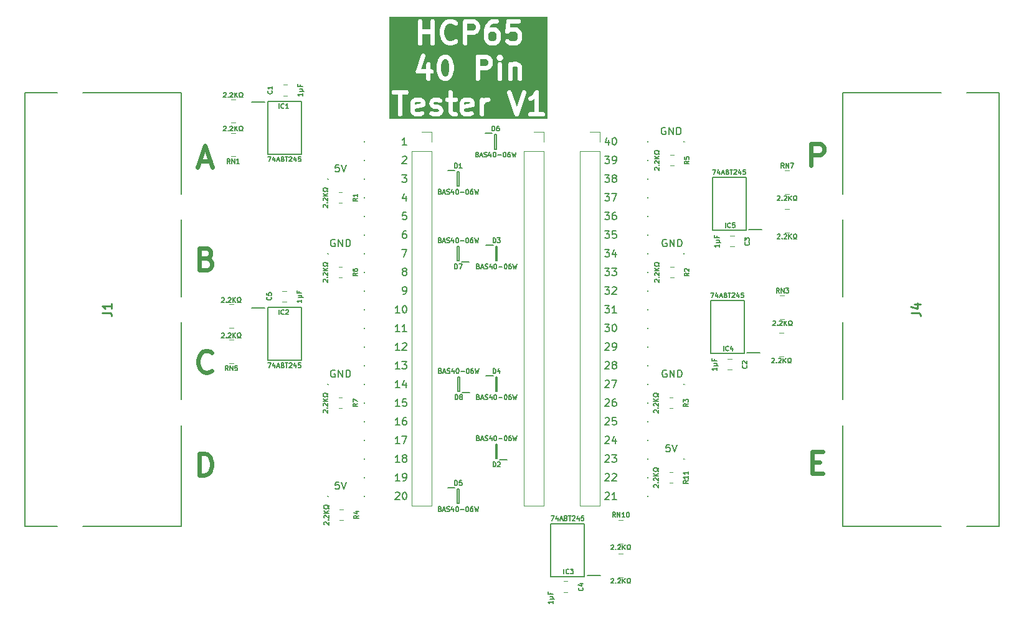
<source format=gto>
%TF.GenerationSoftware,KiCad,Pcbnew,9.0.2*%
%TF.CreationDate,2025-08-21T15:51:27+02:00*%
%TF.ProjectId,HCP65 40 Pin Tester,48435036-3520-4343-9020-50696e205465,V1*%
%TF.SameCoordinates,Original*%
%TF.FileFunction,Legend,Top*%
%TF.FilePolarity,Positive*%
%FSLAX46Y46*%
G04 Gerber Fmt 4.6, Leading zero omitted, Abs format (unit mm)*
G04 Created by KiCad (PCBNEW 9.0.2) date 2025-08-21 15:51:27*
%MOMM*%
%LPD*%
G01*
G04 APERTURE LIST*
%ADD10C,0.150000*%
%ADD11C,0.600000*%
%ADD12C,0.254000*%
%ADD13C,0.100000*%
%ADD14C,0.120000*%
%ADD15C,0.200000*%
G04 APERTURE END LIST*
D10*
X25590523Y-48857819D02*
X25114333Y-48857819D01*
X25114333Y-48857819D02*
X25066714Y-49334009D01*
X25066714Y-49334009D02*
X25114333Y-49286390D01*
X25114333Y-49286390D02*
X25209571Y-49238771D01*
X25209571Y-49238771D02*
X25447666Y-49238771D01*
X25447666Y-49238771D02*
X25542904Y-49286390D01*
X25542904Y-49286390D02*
X25590523Y-49334009D01*
X25590523Y-49334009D02*
X25638142Y-49429247D01*
X25638142Y-49429247D02*
X25638142Y-49667342D01*
X25638142Y-49667342D02*
X25590523Y-49762580D01*
X25590523Y-49762580D02*
X25542904Y-49810200D01*
X25542904Y-49810200D02*
X25447666Y-49857819D01*
X25447666Y-49857819D02*
X25209571Y-49857819D01*
X25209571Y-49857819D02*
X25114333Y-49810200D01*
X25114333Y-49810200D02*
X25066714Y-49762580D01*
X25923857Y-48857819D02*
X26257190Y-49857819D01*
X26257190Y-49857819D02*
X26590523Y-48857819D01*
X33810458Y-28394819D02*
X33239030Y-28394819D01*
X33524744Y-28394819D02*
X33524744Y-27394819D01*
X33524744Y-27394819D02*
X33429506Y-27537676D01*
X33429506Y-27537676D02*
X33334268Y-27632914D01*
X33334268Y-27632914D02*
X33239030Y-27680533D01*
X34762839Y-28394819D02*
X34191411Y-28394819D01*
X34477125Y-28394819D02*
X34477125Y-27394819D01*
X34477125Y-27394819D02*
X34381887Y-27537676D01*
X34381887Y-27537676D02*
X34286649Y-27632914D01*
X34286649Y-27632914D02*
X34191411Y-27680533D01*
X25019095Y-15885438D02*
X24923857Y-15837819D01*
X24923857Y-15837819D02*
X24781000Y-15837819D01*
X24781000Y-15837819D02*
X24638143Y-15885438D01*
X24638143Y-15885438D02*
X24542905Y-15980676D01*
X24542905Y-15980676D02*
X24495286Y-16075914D01*
X24495286Y-16075914D02*
X24447667Y-16266390D01*
X24447667Y-16266390D02*
X24447667Y-16409247D01*
X24447667Y-16409247D02*
X24495286Y-16599723D01*
X24495286Y-16599723D02*
X24542905Y-16694961D01*
X24542905Y-16694961D02*
X24638143Y-16790200D01*
X24638143Y-16790200D02*
X24781000Y-16837819D01*
X24781000Y-16837819D02*
X24876238Y-16837819D01*
X24876238Y-16837819D02*
X25019095Y-16790200D01*
X25019095Y-16790200D02*
X25066714Y-16742580D01*
X25066714Y-16742580D02*
X25066714Y-16409247D01*
X25066714Y-16409247D02*
X24876238Y-16409247D01*
X25495286Y-16837819D02*
X25495286Y-15837819D01*
X25495286Y-15837819D02*
X26066714Y-16837819D01*
X26066714Y-16837819D02*
X26066714Y-15837819D01*
X26542905Y-16837819D02*
X26542905Y-15837819D01*
X26542905Y-15837819D02*
X26781000Y-15837819D01*
X26781000Y-15837819D02*
X26923857Y-15885438D01*
X26923857Y-15885438D02*
X27019095Y-15980676D01*
X27019095Y-15980676D02*
X27066714Y-16075914D01*
X27066714Y-16075914D02*
X27114333Y-16266390D01*
X27114333Y-16266390D02*
X27114333Y-16409247D01*
X27114333Y-16409247D02*
X27066714Y-16599723D01*
X27066714Y-16599723D02*
X27019095Y-16694961D01*
X27019095Y-16694961D02*
X26923857Y-16790200D01*
X26923857Y-16790200D02*
X26781000Y-16837819D01*
X26781000Y-16837819D02*
X26542905Y-16837819D01*
X62233350Y-2328152D02*
X62233350Y-2994819D01*
X61995255Y-1947200D02*
X61757160Y-2661485D01*
X61757160Y-2661485D02*
X62376207Y-2661485D01*
X62947636Y-1994819D02*
X63042874Y-1994819D01*
X63042874Y-1994819D02*
X63138112Y-2042438D01*
X63138112Y-2042438D02*
X63185731Y-2090057D01*
X63185731Y-2090057D02*
X63233350Y-2185295D01*
X63233350Y-2185295D02*
X63280969Y-2375771D01*
X63280969Y-2375771D02*
X63280969Y-2613866D01*
X63280969Y-2613866D02*
X63233350Y-2804342D01*
X63233350Y-2804342D02*
X63185731Y-2899580D01*
X63185731Y-2899580D02*
X63138112Y-2947200D01*
X63138112Y-2947200D02*
X63042874Y-2994819D01*
X63042874Y-2994819D02*
X62947636Y-2994819D01*
X62947636Y-2994819D02*
X62852398Y-2947200D01*
X62852398Y-2947200D02*
X62804779Y-2899580D01*
X62804779Y-2899580D02*
X62757160Y-2804342D01*
X62757160Y-2804342D02*
X62709541Y-2613866D01*
X62709541Y-2613866D02*
X62709541Y-2375771D01*
X62709541Y-2375771D02*
X62757160Y-2185295D01*
X62757160Y-2185295D02*
X62804779Y-2090057D01*
X62804779Y-2090057D02*
X62852398Y-2042438D01*
X62852398Y-2042438D02*
X62947636Y-1994819D01*
X33810458Y-30934819D02*
X33239030Y-30934819D01*
X33524744Y-30934819D02*
X33524744Y-29934819D01*
X33524744Y-29934819D02*
X33429506Y-30077676D01*
X33429506Y-30077676D02*
X33334268Y-30172914D01*
X33334268Y-30172914D02*
X33239030Y-30220533D01*
X34191411Y-30030057D02*
X34239030Y-29982438D01*
X34239030Y-29982438D02*
X34334268Y-29934819D01*
X34334268Y-29934819D02*
X34572363Y-29934819D01*
X34572363Y-29934819D02*
X34667601Y-29982438D01*
X34667601Y-29982438D02*
X34715220Y-30030057D01*
X34715220Y-30030057D02*
X34762839Y-30125295D01*
X34762839Y-30125295D02*
X34762839Y-30220533D01*
X34762839Y-30220533D02*
X34715220Y-30363390D01*
X34715220Y-30363390D02*
X34143792Y-30934819D01*
X34143792Y-30934819D02*
X34762839Y-30934819D01*
X61757160Y-47810057D02*
X61804779Y-47762438D01*
X61804779Y-47762438D02*
X61900017Y-47714819D01*
X61900017Y-47714819D02*
X62138112Y-47714819D01*
X62138112Y-47714819D02*
X62233350Y-47762438D01*
X62233350Y-47762438D02*
X62280969Y-47810057D01*
X62280969Y-47810057D02*
X62328588Y-47905295D01*
X62328588Y-47905295D02*
X62328588Y-48000533D01*
X62328588Y-48000533D02*
X62280969Y-48143390D01*
X62280969Y-48143390D02*
X61709541Y-48714819D01*
X61709541Y-48714819D02*
X62328588Y-48714819D01*
X62709541Y-47810057D02*
X62757160Y-47762438D01*
X62757160Y-47762438D02*
X62852398Y-47714819D01*
X62852398Y-47714819D02*
X63090493Y-47714819D01*
X63090493Y-47714819D02*
X63185731Y-47762438D01*
X63185731Y-47762438D02*
X63233350Y-47810057D01*
X63233350Y-47810057D02*
X63280969Y-47905295D01*
X63280969Y-47905295D02*
X63280969Y-48000533D01*
X63280969Y-48000533D02*
X63233350Y-48143390D01*
X63233350Y-48143390D02*
X62661922Y-48714819D01*
X62661922Y-48714819D02*
X63280969Y-48714819D01*
D11*
X89908142Y-46140228D02*
X90908142Y-46140228D01*
X91336714Y-47711657D02*
X89908142Y-47711657D01*
X89908142Y-47711657D02*
X89908142Y-44711657D01*
X89908142Y-44711657D02*
X91336714Y-44711657D01*
X7580285Y-18443557D02*
X8008857Y-18586414D01*
X8008857Y-18586414D02*
X8151714Y-18729271D01*
X8151714Y-18729271D02*
X8294571Y-19014986D01*
X8294571Y-19014986D02*
X8294571Y-19443557D01*
X8294571Y-19443557D02*
X8151714Y-19729271D01*
X8151714Y-19729271D02*
X8008857Y-19872129D01*
X8008857Y-19872129D02*
X7723142Y-20014986D01*
X7723142Y-20014986D02*
X6580285Y-20014986D01*
X6580285Y-20014986D02*
X6580285Y-17014986D01*
X6580285Y-17014986D02*
X7580285Y-17014986D01*
X7580285Y-17014986D02*
X7866000Y-17157843D01*
X7866000Y-17157843D02*
X8008857Y-17300700D01*
X8008857Y-17300700D02*
X8151714Y-17586414D01*
X8151714Y-17586414D02*
X8151714Y-17872129D01*
X8151714Y-17872129D02*
X8008857Y-18157843D01*
X8008857Y-18157843D02*
X7866000Y-18300700D01*
X7866000Y-18300700D02*
X7580285Y-18443557D01*
X7580285Y-18443557D02*
X6580285Y-18443557D01*
D10*
X69961095Y-645438D02*
X69865857Y-597819D01*
X69865857Y-597819D02*
X69723000Y-597819D01*
X69723000Y-597819D02*
X69580143Y-645438D01*
X69580143Y-645438D02*
X69484905Y-740676D01*
X69484905Y-740676D02*
X69437286Y-835914D01*
X69437286Y-835914D02*
X69389667Y-1026390D01*
X69389667Y-1026390D02*
X69389667Y-1169247D01*
X69389667Y-1169247D02*
X69437286Y-1359723D01*
X69437286Y-1359723D02*
X69484905Y-1454961D01*
X69484905Y-1454961D02*
X69580143Y-1550200D01*
X69580143Y-1550200D02*
X69723000Y-1597819D01*
X69723000Y-1597819D02*
X69818238Y-1597819D01*
X69818238Y-1597819D02*
X69961095Y-1550200D01*
X69961095Y-1550200D02*
X70008714Y-1502580D01*
X70008714Y-1502580D02*
X70008714Y-1169247D01*
X70008714Y-1169247D02*
X69818238Y-1169247D01*
X70437286Y-1597819D02*
X70437286Y-597819D01*
X70437286Y-597819D02*
X71008714Y-1597819D01*
X71008714Y-1597819D02*
X71008714Y-597819D01*
X71484905Y-1597819D02*
X71484905Y-597819D01*
X71484905Y-597819D02*
X71723000Y-597819D01*
X71723000Y-597819D02*
X71865857Y-645438D01*
X71865857Y-645438D02*
X71961095Y-740676D01*
X71961095Y-740676D02*
X72008714Y-835914D01*
X72008714Y-835914D02*
X72056333Y-1026390D01*
X72056333Y-1026390D02*
X72056333Y-1169247D01*
X72056333Y-1169247D02*
X72008714Y-1359723D01*
X72008714Y-1359723D02*
X71961095Y-1454961D01*
X71961095Y-1454961D02*
X71865857Y-1550200D01*
X71865857Y-1550200D02*
X71723000Y-1597819D01*
X71723000Y-1597819D02*
X71484905Y-1597819D01*
X25590523Y-5677819D02*
X25114333Y-5677819D01*
X25114333Y-5677819D02*
X25066714Y-6154009D01*
X25066714Y-6154009D02*
X25114333Y-6106390D01*
X25114333Y-6106390D02*
X25209571Y-6058771D01*
X25209571Y-6058771D02*
X25447666Y-6058771D01*
X25447666Y-6058771D02*
X25542904Y-6106390D01*
X25542904Y-6106390D02*
X25590523Y-6154009D01*
X25590523Y-6154009D02*
X25638142Y-6249247D01*
X25638142Y-6249247D02*
X25638142Y-6487342D01*
X25638142Y-6487342D02*
X25590523Y-6582580D01*
X25590523Y-6582580D02*
X25542904Y-6630200D01*
X25542904Y-6630200D02*
X25447666Y-6677819D01*
X25447666Y-6677819D02*
X25209571Y-6677819D01*
X25209571Y-6677819D02*
X25114333Y-6630200D01*
X25114333Y-6630200D02*
X25066714Y-6582580D01*
X25923857Y-5677819D02*
X26257190Y-6677819D01*
X26257190Y-6677819D02*
X26590523Y-5677819D01*
X34667601Y-14694819D02*
X34477125Y-14694819D01*
X34477125Y-14694819D02*
X34381887Y-14742438D01*
X34381887Y-14742438D02*
X34334268Y-14790057D01*
X34334268Y-14790057D02*
X34239030Y-14932914D01*
X34239030Y-14932914D02*
X34191411Y-15123390D01*
X34191411Y-15123390D02*
X34191411Y-15504342D01*
X34191411Y-15504342D02*
X34239030Y-15599580D01*
X34239030Y-15599580D02*
X34286649Y-15647200D01*
X34286649Y-15647200D02*
X34381887Y-15694819D01*
X34381887Y-15694819D02*
X34572363Y-15694819D01*
X34572363Y-15694819D02*
X34667601Y-15647200D01*
X34667601Y-15647200D02*
X34715220Y-15599580D01*
X34715220Y-15599580D02*
X34762839Y-15504342D01*
X34762839Y-15504342D02*
X34762839Y-15266247D01*
X34762839Y-15266247D02*
X34715220Y-15171009D01*
X34715220Y-15171009D02*
X34667601Y-15123390D01*
X34667601Y-15123390D02*
X34572363Y-15075771D01*
X34572363Y-15075771D02*
X34381887Y-15075771D01*
X34381887Y-15075771D02*
X34286649Y-15123390D01*
X34286649Y-15123390D02*
X34239030Y-15171009D01*
X34239030Y-15171009D02*
X34191411Y-15266247D01*
X34762839Y-2994819D02*
X34191411Y-2994819D01*
X34477125Y-2994819D02*
X34477125Y-1994819D01*
X34477125Y-1994819D02*
X34381887Y-2137676D01*
X34381887Y-2137676D02*
X34286649Y-2232914D01*
X34286649Y-2232914D02*
X34191411Y-2280533D01*
X33810458Y-43634819D02*
X33239030Y-43634819D01*
X33524744Y-43634819D02*
X33524744Y-42634819D01*
X33524744Y-42634819D02*
X33429506Y-42777676D01*
X33429506Y-42777676D02*
X33334268Y-42872914D01*
X33334268Y-42872914D02*
X33239030Y-42920533D01*
X34143792Y-42634819D02*
X34810458Y-42634819D01*
X34810458Y-42634819D02*
X34381887Y-43634819D01*
X61757160Y-30030057D02*
X61804779Y-29982438D01*
X61804779Y-29982438D02*
X61900017Y-29934819D01*
X61900017Y-29934819D02*
X62138112Y-29934819D01*
X62138112Y-29934819D02*
X62233350Y-29982438D01*
X62233350Y-29982438D02*
X62280969Y-30030057D01*
X62280969Y-30030057D02*
X62328588Y-30125295D01*
X62328588Y-30125295D02*
X62328588Y-30220533D01*
X62328588Y-30220533D02*
X62280969Y-30363390D01*
X62280969Y-30363390D02*
X61709541Y-30934819D01*
X61709541Y-30934819D02*
X62328588Y-30934819D01*
X62804779Y-30934819D02*
X62995255Y-30934819D01*
X62995255Y-30934819D02*
X63090493Y-30887200D01*
X63090493Y-30887200D02*
X63138112Y-30839580D01*
X63138112Y-30839580D02*
X63233350Y-30696723D01*
X63233350Y-30696723D02*
X63280969Y-30506247D01*
X63280969Y-30506247D02*
X63280969Y-30125295D01*
X63280969Y-30125295D02*
X63233350Y-30030057D01*
X63233350Y-30030057D02*
X63185731Y-29982438D01*
X63185731Y-29982438D02*
X63090493Y-29934819D01*
X63090493Y-29934819D02*
X62900017Y-29934819D01*
X62900017Y-29934819D02*
X62804779Y-29982438D01*
X62804779Y-29982438D02*
X62757160Y-30030057D01*
X62757160Y-30030057D02*
X62709541Y-30125295D01*
X62709541Y-30125295D02*
X62709541Y-30363390D01*
X62709541Y-30363390D02*
X62757160Y-30458628D01*
X62757160Y-30458628D02*
X62804779Y-30506247D01*
X62804779Y-30506247D02*
X62900017Y-30553866D01*
X62900017Y-30553866D02*
X63090493Y-30553866D01*
X63090493Y-30553866D02*
X63185731Y-30506247D01*
X63185731Y-30506247D02*
X63233350Y-30458628D01*
X63233350Y-30458628D02*
X63280969Y-30363390D01*
X34381887Y-20203390D02*
X34286649Y-20155771D01*
X34286649Y-20155771D02*
X34239030Y-20108152D01*
X34239030Y-20108152D02*
X34191411Y-20012914D01*
X34191411Y-20012914D02*
X34191411Y-19965295D01*
X34191411Y-19965295D02*
X34239030Y-19870057D01*
X34239030Y-19870057D02*
X34286649Y-19822438D01*
X34286649Y-19822438D02*
X34381887Y-19774819D01*
X34381887Y-19774819D02*
X34572363Y-19774819D01*
X34572363Y-19774819D02*
X34667601Y-19822438D01*
X34667601Y-19822438D02*
X34715220Y-19870057D01*
X34715220Y-19870057D02*
X34762839Y-19965295D01*
X34762839Y-19965295D02*
X34762839Y-20012914D01*
X34762839Y-20012914D02*
X34715220Y-20108152D01*
X34715220Y-20108152D02*
X34667601Y-20155771D01*
X34667601Y-20155771D02*
X34572363Y-20203390D01*
X34572363Y-20203390D02*
X34381887Y-20203390D01*
X34381887Y-20203390D02*
X34286649Y-20251009D01*
X34286649Y-20251009D02*
X34239030Y-20298628D01*
X34239030Y-20298628D02*
X34191411Y-20393866D01*
X34191411Y-20393866D02*
X34191411Y-20584342D01*
X34191411Y-20584342D02*
X34239030Y-20679580D01*
X34239030Y-20679580D02*
X34286649Y-20727200D01*
X34286649Y-20727200D02*
X34381887Y-20774819D01*
X34381887Y-20774819D02*
X34572363Y-20774819D01*
X34572363Y-20774819D02*
X34667601Y-20727200D01*
X34667601Y-20727200D02*
X34715220Y-20679580D01*
X34715220Y-20679580D02*
X34762839Y-20584342D01*
X34762839Y-20584342D02*
X34762839Y-20393866D01*
X34762839Y-20393866D02*
X34715220Y-20298628D01*
X34715220Y-20298628D02*
X34667601Y-20251009D01*
X34667601Y-20251009D02*
X34572363Y-20203390D01*
X34191411Y-4630057D02*
X34239030Y-4582438D01*
X34239030Y-4582438D02*
X34334268Y-4534819D01*
X34334268Y-4534819D02*
X34572363Y-4534819D01*
X34572363Y-4534819D02*
X34667601Y-4582438D01*
X34667601Y-4582438D02*
X34715220Y-4630057D01*
X34715220Y-4630057D02*
X34762839Y-4725295D01*
X34762839Y-4725295D02*
X34762839Y-4820533D01*
X34762839Y-4820533D02*
X34715220Y-4963390D01*
X34715220Y-4963390D02*
X34143792Y-5534819D01*
X34143792Y-5534819D02*
X34762839Y-5534819D01*
X61757160Y-42730057D02*
X61804779Y-42682438D01*
X61804779Y-42682438D02*
X61900017Y-42634819D01*
X61900017Y-42634819D02*
X62138112Y-42634819D01*
X62138112Y-42634819D02*
X62233350Y-42682438D01*
X62233350Y-42682438D02*
X62280969Y-42730057D01*
X62280969Y-42730057D02*
X62328588Y-42825295D01*
X62328588Y-42825295D02*
X62328588Y-42920533D01*
X62328588Y-42920533D02*
X62280969Y-43063390D01*
X62280969Y-43063390D02*
X61709541Y-43634819D01*
X61709541Y-43634819D02*
X62328588Y-43634819D01*
X63185731Y-42968152D02*
X63185731Y-43634819D01*
X62947636Y-42587200D02*
X62709541Y-43301485D01*
X62709541Y-43301485D02*
X63328588Y-43301485D01*
D11*
X89765285Y-5801657D02*
X89765285Y-2801657D01*
X89765285Y-2801657D02*
X90908142Y-2801657D01*
X90908142Y-2801657D02*
X91193857Y-2944514D01*
X91193857Y-2944514D02*
X91336714Y-3087371D01*
X91336714Y-3087371D02*
X91479571Y-3373085D01*
X91479571Y-3373085D02*
X91479571Y-3801657D01*
X91479571Y-3801657D02*
X91336714Y-4087371D01*
X91336714Y-4087371D02*
X91193857Y-4230228D01*
X91193857Y-4230228D02*
X90908142Y-4373085D01*
X90908142Y-4373085D02*
X89765285Y-4373085D01*
D10*
X33810458Y-48714819D02*
X33239030Y-48714819D01*
X33524744Y-48714819D02*
X33524744Y-47714819D01*
X33524744Y-47714819D02*
X33429506Y-47857676D01*
X33429506Y-47857676D02*
X33334268Y-47952914D01*
X33334268Y-47952914D02*
X33239030Y-48000533D01*
X34286649Y-48714819D02*
X34477125Y-48714819D01*
X34477125Y-48714819D02*
X34572363Y-48667200D01*
X34572363Y-48667200D02*
X34619982Y-48619580D01*
X34619982Y-48619580D02*
X34715220Y-48476723D01*
X34715220Y-48476723D02*
X34762839Y-48286247D01*
X34762839Y-48286247D02*
X34762839Y-47905295D01*
X34762839Y-47905295D02*
X34715220Y-47810057D01*
X34715220Y-47810057D02*
X34667601Y-47762438D01*
X34667601Y-47762438D02*
X34572363Y-47714819D01*
X34572363Y-47714819D02*
X34381887Y-47714819D01*
X34381887Y-47714819D02*
X34286649Y-47762438D01*
X34286649Y-47762438D02*
X34239030Y-47810057D01*
X34239030Y-47810057D02*
X34191411Y-47905295D01*
X34191411Y-47905295D02*
X34191411Y-48143390D01*
X34191411Y-48143390D02*
X34239030Y-48238628D01*
X34239030Y-48238628D02*
X34286649Y-48286247D01*
X34286649Y-48286247D02*
X34381887Y-48333866D01*
X34381887Y-48333866D02*
X34572363Y-48333866D01*
X34572363Y-48333866D02*
X34667601Y-48286247D01*
X34667601Y-48286247D02*
X34715220Y-48238628D01*
X34715220Y-48238628D02*
X34762839Y-48143390D01*
D11*
X6580285Y-47954986D02*
X6580285Y-44954986D01*
X6580285Y-44954986D02*
X7294571Y-44954986D01*
X7294571Y-44954986D02*
X7723142Y-45097843D01*
X7723142Y-45097843D02*
X8008857Y-45383557D01*
X8008857Y-45383557D02*
X8151714Y-45669271D01*
X8151714Y-45669271D02*
X8294571Y-46240700D01*
X8294571Y-46240700D02*
X8294571Y-46669271D01*
X8294571Y-46669271D02*
X8151714Y-47240700D01*
X8151714Y-47240700D02*
X8008857Y-47526414D01*
X8008857Y-47526414D02*
X7723142Y-47812129D01*
X7723142Y-47812129D02*
X7294571Y-47954986D01*
X7294571Y-47954986D02*
X6580285Y-47954986D01*
D10*
X33810458Y-41094819D02*
X33239030Y-41094819D01*
X33524744Y-41094819D02*
X33524744Y-40094819D01*
X33524744Y-40094819D02*
X33429506Y-40237676D01*
X33429506Y-40237676D02*
X33334268Y-40332914D01*
X33334268Y-40332914D02*
X33239030Y-40380533D01*
X34667601Y-40094819D02*
X34477125Y-40094819D01*
X34477125Y-40094819D02*
X34381887Y-40142438D01*
X34381887Y-40142438D02*
X34334268Y-40190057D01*
X34334268Y-40190057D02*
X34239030Y-40332914D01*
X34239030Y-40332914D02*
X34191411Y-40523390D01*
X34191411Y-40523390D02*
X34191411Y-40904342D01*
X34191411Y-40904342D02*
X34239030Y-40999580D01*
X34239030Y-40999580D02*
X34286649Y-41047200D01*
X34286649Y-41047200D02*
X34381887Y-41094819D01*
X34381887Y-41094819D02*
X34572363Y-41094819D01*
X34572363Y-41094819D02*
X34667601Y-41047200D01*
X34667601Y-41047200D02*
X34715220Y-40999580D01*
X34715220Y-40999580D02*
X34762839Y-40904342D01*
X34762839Y-40904342D02*
X34762839Y-40666247D01*
X34762839Y-40666247D02*
X34715220Y-40571009D01*
X34715220Y-40571009D02*
X34667601Y-40523390D01*
X34667601Y-40523390D02*
X34572363Y-40475771D01*
X34572363Y-40475771D02*
X34381887Y-40475771D01*
X34381887Y-40475771D02*
X34286649Y-40523390D01*
X34286649Y-40523390D02*
X34239030Y-40571009D01*
X34239030Y-40571009D02*
X34191411Y-40666247D01*
X61757160Y-37650057D02*
X61804779Y-37602438D01*
X61804779Y-37602438D02*
X61900017Y-37554819D01*
X61900017Y-37554819D02*
X62138112Y-37554819D01*
X62138112Y-37554819D02*
X62233350Y-37602438D01*
X62233350Y-37602438D02*
X62280969Y-37650057D01*
X62280969Y-37650057D02*
X62328588Y-37745295D01*
X62328588Y-37745295D02*
X62328588Y-37840533D01*
X62328588Y-37840533D02*
X62280969Y-37983390D01*
X62280969Y-37983390D02*
X61709541Y-38554819D01*
X61709541Y-38554819D02*
X62328588Y-38554819D01*
X63185731Y-37554819D02*
X62995255Y-37554819D01*
X62995255Y-37554819D02*
X62900017Y-37602438D01*
X62900017Y-37602438D02*
X62852398Y-37650057D01*
X62852398Y-37650057D02*
X62757160Y-37792914D01*
X62757160Y-37792914D02*
X62709541Y-37983390D01*
X62709541Y-37983390D02*
X62709541Y-38364342D01*
X62709541Y-38364342D02*
X62757160Y-38459580D01*
X62757160Y-38459580D02*
X62804779Y-38507200D01*
X62804779Y-38507200D02*
X62900017Y-38554819D01*
X62900017Y-38554819D02*
X63090493Y-38554819D01*
X63090493Y-38554819D02*
X63185731Y-38507200D01*
X63185731Y-38507200D02*
X63233350Y-38459580D01*
X63233350Y-38459580D02*
X63280969Y-38364342D01*
X63280969Y-38364342D02*
X63280969Y-38126247D01*
X63280969Y-38126247D02*
X63233350Y-38031009D01*
X63233350Y-38031009D02*
X63185731Y-37983390D01*
X63185731Y-37983390D02*
X63090493Y-37935771D01*
X63090493Y-37935771D02*
X62900017Y-37935771D01*
X62900017Y-37935771D02*
X62804779Y-37983390D01*
X62804779Y-37983390D02*
X62757160Y-38031009D01*
X62757160Y-38031009D02*
X62709541Y-38126247D01*
X33810458Y-33474819D02*
X33239030Y-33474819D01*
X33524744Y-33474819D02*
X33524744Y-32474819D01*
X33524744Y-32474819D02*
X33429506Y-32617676D01*
X33429506Y-32617676D02*
X33334268Y-32712914D01*
X33334268Y-32712914D02*
X33239030Y-32760533D01*
X34143792Y-32474819D02*
X34762839Y-32474819D01*
X34762839Y-32474819D02*
X34429506Y-32855771D01*
X34429506Y-32855771D02*
X34572363Y-32855771D01*
X34572363Y-32855771D02*
X34667601Y-32903390D01*
X34667601Y-32903390D02*
X34715220Y-32951009D01*
X34715220Y-32951009D02*
X34762839Y-33046247D01*
X34762839Y-33046247D02*
X34762839Y-33284342D01*
X34762839Y-33284342D02*
X34715220Y-33379580D01*
X34715220Y-33379580D02*
X34667601Y-33427200D01*
X34667601Y-33427200D02*
X34572363Y-33474819D01*
X34572363Y-33474819D02*
X34286649Y-33474819D01*
X34286649Y-33474819D02*
X34191411Y-33427200D01*
X34191411Y-33427200D02*
X34143792Y-33379580D01*
X34143792Y-17234819D02*
X34810458Y-17234819D01*
X34810458Y-17234819D02*
X34381887Y-18234819D01*
X61709541Y-22314819D02*
X62328588Y-22314819D01*
X62328588Y-22314819D02*
X61995255Y-22695771D01*
X61995255Y-22695771D02*
X62138112Y-22695771D01*
X62138112Y-22695771D02*
X62233350Y-22743390D01*
X62233350Y-22743390D02*
X62280969Y-22791009D01*
X62280969Y-22791009D02*
X62328588Y-22886247D01*
X62328588Y-22886247D02*
X62328588Y-23124342D01*
X62328588Y-23124342D02*
X62280969Y-23219580D01*
X62280969Y-23219580D02*
X62233350Y-23267200D01*
X62233350Y-23267200D02*
X62138112Y-23314819D01*
X62138112Y-23314819D02*
X61852398Y-23314819D01*
X61852398Y-23314819D02*
X61757160Y-23267200D01*
X61757160Y-23267200D02*
X61709541Y-23219580D01*
X62709541Y-22410057D02*
X62757160Y-22362438D01*
X62757160Y-22362438D02*
X62852398Y-22314819D01*
X62852398Y-22314819D02*
X63090493Y-22314819D01*
X63090493Y-22314819D02*
X63185731Y-22362438D01*
X63185731Y-22362438D02*
X63233350Y-22410057D01*
X63233350Y-22410057D02*
X63280969Y-22505295D01*
X63280969Y-22505295D02*
X63280969Y-22600533D01*
X63280969Y-22600533D02*
X63233350Y-22743390D01*
X63233350Y-22743390D02*
X62661922Y-23314819D01*
X62661922Y-23314819D02*
X63280969Y-23314819D01*
X70532523Y-43777819D02*
X70056333Y-43777819D01*
X70056333Y-43777819D02*
X70008714Y-44254009D01*
X70008714Y-44254009D02*
X70056333Y-44206390D01*
X70056333Y-44206390D02*
X70151571Y-44158771D01*
X70151571Y-44158771D02*
X70389666Y-44158771D01*
X70389666Y-44158771D02*
X70484904Y-44206390D01*
X70484904Y-44206390D02*
X70532523Y-44254009D01*
X70532523Y-44254009D02*
X70580142Y-44349247D01*
X70580142Y-44349247D02*
X70580142Y-44587342D01*
X70580142Y-44587342D02*
X70532523Y-44682580D01*
X70532523Y-44682580D02*
X70484904Y-44730200D01*
X70484904Y-44730200D02*
X70389666Y-44777819D01*
X70389666Y-44777819D02*
X70151571Y-44777819D01*
X70151571Y-44777819D02*
X70056333Y-44730200D01*
X70056333Y-44730200D02*
X70008714Y-44682580D01*
X70865857Y-43777819D02*
X71199190Y-44777819D01*
X71199190Y-44777819D02*
X71532523Y-43777819D01*
X61757160Y-50350057D02*
X61804779Y-50302438D01*
X61804779Y-50302438D02*
X61900017Y-50254819D01*
X61900017Y-50254819D02*
X62138112Y-50254819D01*
X62138112Y-50254819D02*
X62233350Y-50302438D01*
X62233350Y-50302438D02*
X62280969Y-50350057D01*
X62280969Y-50350057D02*
X62328588Y-50445295D01*
X62328588Y-50445295D02*
X62328588Y-50540533D01*
X62328588Y-50540533D02*
X62280969Y-50683390D01*
X62280969Y-50683390D02*
X61709541Y-51254819D01*
X61709541Y-51254819D02*
X62328588Y-51254819D01*
X63280969Y-51254819D02*
X62709541Y-51254819D01*
X62995255Y-51254819D02*
X62995255Y-50254819D01*
X62995255Y-50254819D02*
X62900017Y-50397676D01*
X62900017Y-50397676D02*
X62804779Y-50492914D01*
X62804779Y-50492914D02*
X62709541Y-50540533D01*
X61709541Y-24854819D02*
X62328588Y-24854819D01*
X62328588Y-24854819D02*
X61995255Y-25235771D01*
X61995255Y-25235771D02*
X62138112Y-25235771D01*
X62138112Y-25235771D02*
X62233350Y-25283390D01*
X62233350Y-25283390D02*
X62280969Y-25331009D01*
X62280969Y-25331009D02*
X62328588Y-25426247D01*
X62328588Y-25426247D02*
X62328588Y-25664342D01*
X62328588Y-25664342D02*
X62280969Y-25759580D01*
X62280969Y-25759580D02*
X62233350Y-25807200D01*
X62233350Y-25807200D02*
X62138112Y-25854819D01*
X62138112Y-25854819D02*
X61852398Y-25854819D01*
X61852398Y-25854819D02*
X61757160Y-25807200D01*
X61757160Y-25807200D02*
X61709541Y-25759580D01*
X63280969Y-25854819D02*
X62709541Y-25854819D01*
X62995255Y-25854819D02*
X62995255Y-24854819D01*
X62995255Y-24854819D02*
X62900017Y-24997676D01*
X62900017Y-24997676D02*
X62804779Y-25092914D01*
X62804779Y-25092914D02*
X62709541Y-25140533D01*
X25019095Y-33665438D02*
X24923857Y-33617819D01*
X24923857Y-33617819D02*
X24781000Y-33617819D01*
X24781000Y-33617819D02*
X24638143Y-33665438D01*
X24638143Y-33665438D02*
X24542905Y-33760676D01*
X24542905Y-33760676D02*
X24495286Y-33855914D01*
X24495286Y-33855914D02*
X24447667Y-34046390D01*
X24447667Y-34046390D02*
X24447667Y-34189247D01*
X24447667Y-34189247D02*
X24495286Y-34379723D01*
X24495286Y-34379723D02*
X24542905Y-34474961D01*
X24542905Y-34474961D02*
X24638143Y-34570200D01*
X24638143Y-34570200D02*
X24781000Y-34617819D01*
X24781000Y-34617819D02*
X24876238Y-34617819D01*
X24876238Y-34617819D02*
X25019095Y-34570200D01*
X25019095Y-34570200D02*
X25066714Y-34522580D01*
X25066714Y-34522580D02*
X25066714Y-34189247D01*
X25066714Y-34189247D02*
X24876238Y-34189247D01*
X25495286Y-34617819D02*
X25495286Y-33617819D01*
X25495286Y-33617819D02*
X26066714Y-34617819D01*
X26066714Y-34617819D02*
X26066714Y-33617819D01*
X26542905Y-34617819D02*
X26542905Y-33617819D01*
X26542905Y-33617819D02*
X26781000Y-33617819D01*
X26781000Y-33617819D02*
X26923857Y-33665438D01*
X26923857Y-33665438D02*
X27019095Y-33760676D01*
X27019095Y-33760676D02*
X27066714Y-33855914D01*
X27066714Y-33855914D02*
X27114333Y-34046390D01*
X27114333Y-34046390D02*
X27114333Y-34189247D01*
X27114333Y-34189247D02*
X27066714Y-34379723D01*
X27066714Y-34379723D02*
X27019095Y-34474961D01*
X27019095Y-34474961D02*
X26923857Y-34570200D01*
X26923857Y-34570200D02*
X26781000Y-34617819D01*
X26781000Y-34617819D02*
X26542905Y-34617819D01*
X33810458Y-36014819D02*
X33239030Y-36014819D01*
X33524744Y-36014819D02*
X33524744Y-35014819D01*
X33524744Y-35014819D02*
X33429506Y-35157676D01*
X33429506Y-35157676D02*
X33334268Y-35252914D01*
X33334268Y-35252914D02*
X33239030Y-35300533D01*
X34667601Y-35348152D02*
X34667601Y-36014819D01*
X34429506Y-34967200D02*
X34191411Y-35681485D01*
X34191411Y-35681485D02*
X34810458Y-35681485D01*
X61709541Y-19774819D02*
X62328588Y-19774819D01*
X62328588Y-19774819D02*
X61995255Y-20155771D01*
X61995255Y-20155771D02*
X62138112Y-20155771D01*
X62138112Y-20155771D02*
X62233350Y-20203390D01*
X62233350Y-20203390D02*
X62280969Y-20251009D01*
X62280969Y-20251009D02*
X62328588Y-20346247D01*
X62328588Y-20346247D02*
X62328588Y-20584342D01*
X62328588Y-20584342D02*
X62280969Y-20679580D01*
X62280969Y-20679580D02*
X62233350Y-20727200D01*
X62233350Y-20727200D02*
X62138112Y-20774819D01*
X62138112Y-20774819D02*
X61852398Y-20774819D01*
X61852398Y-20774819D02*
X61757160Y-20727200D01*
X61757160Y-20727200D02*
X61709541Y-20679580D01*
X62661922Y-19774819D02*
X63280969Y-19774819D01*
X63280969Y-19774819D02*
X62947636Y-20155771D01*
X62947636Y-20155771D02*
X63090493Y-20155771D01*
X63090493Y-20155771D02*
X63185731Y-20203390D01*
X63185731Y-20203390D02*
X63233350Y-20251009D01*
X63233350Y-20251009D02*
X63280969Y-20346247D01*
X63280969Y-20346247D02*
X63280969Y-20584342D01*
X63280969Y-20584342D02*
X63233350Y-20679580D01*
X63233350Y-20679580D02*
X63185731Y-20727200D01*
X63185731Y-20727200D02*
X63090493Y-20774819D01*
X63090493Y-20774819D02*
X62804779Y-20774819D01*
X62804779Y-20774819D02*
X62709541Y-20727200D01*
X62709541Y-20727200D02*
X62661922Y-20679580D01*
D11*
X6651714Y-5187843D02*
X8080286Y-5187843D01*
X6366000Y-6044986D02*
X7366000Y-3044986D01*
X7366000Y-3044986D02*
X8366000Y-6044986D01*
D10*
X61757160Y-45270057D02*
X61804779Y-45222438D01*
X61804779Y-45222438D02*
X61900017Y-45174819D01*
X61900017Y-45174819D02*
X62138112Y-45174819D01*
X62138112Y-45174819D02*
X62233350Y-45222438D01*
X62233350Y-45222438D02*
X62280969Y-45270057D01*
X62280969Y-45270057D02*
X62328588Y-45365295D01*
X62328588Y-45365295D02*
X62328588Y-45460533D01*
X62328588Y-45460533D02*
X62280969Y-45603390D01*
X62280969Y-45603390D02*
X61709541Y-46174819D01*
X61709541Y-46174819D02*
X62328588Y-46174819D01*
X62661922Y-45174819D02*
X63280969Y-45174819D01*
X63280969Y-45174819D02*
X62947636Y-45555771D01*
X62947636Y-45555771D02*
X63090493Y-45555771D01*
X63090493Y-45555771D02*
X63185731Y-45603390D01*
X63185731Y-45603390D02*
X63233350Y-45651009D01*
X63233350Y-45651009D02*
X63280969Y-45746247D01*
X63280969Y-45746247D02*
X63280969Y-45984342D01*
X63280969Y-45984342D02*
X63233350Y-46079580D01*
X63233350Y-46079580D02*
X63185731Y-46127200D01*
X63185731Y-46127200D02*
X63090493Y-46174819D01*
X63090493Y-46174819D02*
X62804779Y-46174819D01*
X62804779Y-46174819D02*
X62709541Y-46127200D01*
X62709541Y-46127200D02*
X62661922Y-46079580D01*
X33810458Y-25854819D02*
X33239030Y-25854819D01*
X33524744Y-25854819D02*
X33524744Y-24854819D01*
X33524744Y-24854819D02*
X33429506Y-24997676D01*
X33429506Y-24997676D02*
X33334268Y-25092914D01*
X33334268Y-25092914D02*
X33239030Y-25140533D01*
X34429506Y-24854819D02*
X34524744Y-24854819D01*
X34524744Y-24854819D02*
X34619982Y-24902438D01*
X34619982Y-24902438D02*
X34667601Y-24950057D01*
X34667601Y-24950057D02*
X34715220Y-25045295D01*
X34715220Y-25045295D02*
X34762839Y-25235771D01*
X34762839Y-25235771D02*
X34762839Y-25473866D01*
X34762839Y-25473866D02*
X34715220Y-25664342D01*
X34715220Y-25664342D02*
X34667601Y-25759580D01*
X34667601Y-25759580D02*
X34619982Y-25807200D01*
X34619982Y-25807200D02*
X34524744Y-25854819D01*
X34524744Y-25854819D02*
X34429506Y-25854819D01*
X34429506Y-25854819D02*
X34334268Y-25807200D01*
X34334268Y-25807200D02*
X34286649Y-25759580D01*
X34286649Y-25759580D02*
X34239030Y-25664342D01*
X34239030Y-25664342D02*
X34191411Y-25473866D01*
X34191411Y-25473866D02*
X34191411Y-25235771D01*
X34191411Y-25235771D02*
X34239030Y-25045295D01*
X34239030Y-25045295D02*
X34286649Y-24950057D01*
X34286649Y-24950057D02*
X34334268Y-24902438D01*
X34334268Y-24902438D02*
X34429506Y-24854819D01*
X61709541Y-9614819D02*
X62328588Y-9614819D01*
X62328588Y-9614819D02*
X61995255Y-9995771D01*
X61995255Y-9995771D02*
X62138112Y-9995771D01*
X62138112Y-9995771D02*
X62233350Y-10043390D01*
X62233350Y-10043390D02*
X62280969Y-10091009D01*
X62280969Y-10091009D02*
X62328588Y-10186247D01*
X62328588Y-10186247D02*
X62328588Y-10424342D01*
X62328588Y-10424342D02*
X62280969Y-10519580D01*
X62280969Y-10519580D02*
X62233350Y-10567200D01*
X62233350Y-10567200D02*
X62138112Y-10614819D01*
X62138112Y-10614819D02*
X61852398Y-10614819D01*
X61852398Y-10614819D02*
X61757160Y-10567200D01*
X61757160Y-10567200D02*
X61709541Y-10519580D01*
X62661922Y-9614819D02*
X63328588Y-9614819D01*
X63328588Y-9614819D02*
X62900017Y-10614819D01*
X61757160Y-35110057D02*
X61804779Y-35062438D01*
X61804779Y-35062438D02*
X61900017Y-35014819D01*
X61900017Y-35014819D02*
X62138112Y-35014819D01*
X62138112Y-35014819D02*
X62233350Y-35062438D01*
X62233350Y-35062438D02*
X62280969Y-35110057D01*
X62280969Y-35110057D02*
X62328588Y-35205295D01*
X62328588Y-35205295D02*
X62328588Y-35300533D01*
X62328588Y-35300533D02*
X62280969Y-35443390D01*
X62280969Y-35443390D02*
X61709541Y-36014819D01*
X61709541Y-36014819D02*
X62328588Y-36014819D01*
X62661922Y-35014819D02*
X63328588Y-35014819D01*
X63328588Y-35014819D02*
X62900017Y-36014819D01*
X34667601Y-9948152D02*
X34667601Y-10614819D01*
X34429506Y-9567200D02*
X34191411Y-10281485D01*
X34191411Y-10281485D02*
X34810458Y-10281485D01*
X61709541Y-12154819D02*
X62328588Y-12154819D01*
X62328588Y-12154819D02*
X61995255Y-12535771D01*
X61995255Y-12535771D02*
X62138112Y-12535771D01*
X62138112Y-12535771D02*
X62233350Y-12583390D01*
X62233350Y-12583390D02*
X62280969Y-12631009D01*
X62280969Y-12631009D02*
X62328588Y-12726247D01*
X62328588Y-12726247D02*
X62328588Y-12964342D01*
X62328588Y-12964342D02*
X62280969Y-13059580D01*
X62280969Y-13059580D02*
X62233350Y-13107200D01*
X62233350Y-13107200D02*
X62138112Y-13154819D01*
X62138112Y-13154819D02*
X61852398Y-13154819D01*
X61852398Y-13154819D02*
X61757160Y-13107200D01*
X61757160Y-13107200D02*
X61709541Y-13059580D01*
X63185731Y-12154819D02*
X62995255Y-12154819D01*
X62995255Y-12154819D02*
X62900017Y-12202438D01*
X62900017Y-12202438D02*
X62852398Y-12250057D01*
X62852398Y-12250057D02*
X62757160Y-12392914D01*
X62757160Y-12392914D02*
X62709541Y-12583390D01*
X62709541Y-12583390D02*
X62709541Y-12964342D01*
X62709541Y-12964342D02*
X62757160Y-13059580D01*
X62757160Y-13059580D02*
X62804779Y-13107200D01*
X62804779Y-13107200D02*
X62900017Y-13154819D01*
X62900017Y-13154819D02*
X63090493Y-13154819D01*
X63090493Y-13154819D02*
X63185731Y-13107200D01*
X63185731Y-13107200D02*
X63233350Y-13059580D01*
X63233350Y-13059580D02*
X63280969Y-12964342D01*
X63280969Y-12964342D02*
X63280969Y-12726247D01*
X63280969Y-12726247D02*
X63233350Y-12631009D01*
X63233350Y-12631009D02*
X63185731Y-12583390D01*
X63185731Y-12583390D02*
X63090493Y-12535771D01*
X63090493Y-12535771D02*
X62900017Y-12535771D01*
X62900017Y-12535771D02*
X62804779Y-12583390D01*
X62804779Y-12583390D02*
X62757160Y-12631009D01*
X62757160Y-12631009D02*
X62709541Y-12726247D01*
X33239030Y-50350057D02*
X33286649Y-50302438D01*
X33286649Y-50302438D02*
X33381887Y-50254819D01*
X33381887Y-50254819D02*
X33619982Y-50254819D01*
X33619982Y-50254819D02*
X33715220Y-50302438D01*
X33715220Y-50302438D02*
X33762839Y-50350057D01*
X33762839Y-50350057D02*
X33810458Y-50445295D01*
X33810458Y-50445295D02*
X33810458Y-50540533D01*
X33810458Y-50540533D02*
X33762839Y-50683390D01*
X33762839Y-50683390D02*
X33191411Y-51254819D01*
X33191411Y-51254819D02*
X33810458Y-51254819D01*
X34429506Y-50254819D02*
X34524744Y-50254819D01*
X34524744Y-50254819D02*
X34619982Y-50302438D01*
X34619982Y-50302438D02*
X34667601Y-50350057D01*
X34667601Y-50350057D02*
X34715220Y-50445295D01*
X34715220Y-50445295D02*
X34762839Y-50635771D01*
X34762839Y-50635771D02*
X34762839Y-50873866D01*
X34762839Y-50873866D02*
X34715220Y-51064342D01*
X34715220Y-51064342D02*
X34667601Y-51159580D01*
X34667601Y-51159580D02*
X34619982Y-51207200D01*
X34619982Y-51207200D02*
X34524744Y-51254819D01*
X34524744Y-51254819D02*
X34429506Y-51254819D01*
X34429506Y-51254819D02*
X34334268Y-51207200D01*
X34334268Y-51207200D02*
X34286649Y-51159580D01*
X34286649Y-51159580D02*
X34239030Y-51064342D01*
X34239030Y-51064342D02*
X34191411Y-50873866D01*
X34191411Y-50873866D02*
X34191411Y-50635771D01*
X34191411Y-50635771D02*
X34239030Y-50445295D01*
X34239030Y-50445295D02*
X34286649Y-50350057D01*
X34286649Y-50350057D02*
X34334268Y-50302438D01*
X34334268Y-50302438D02*
X34429506Y-50254819D01*
X34715220Y-12154819D02*
X34239030Y-12154819D01*
X34239030Y-12154819D02*
X34191411Y-12631009D01*
X34191411Y-12631009D02*
X34239030Y-12583390D01*
X34239030Y-12583390D02*
X34334268Y-12535771D01*
X34334268Y-12535771D02*
X34572363Y-12535771D01*
X34572363Y-12535771D02*
X34667601Y-12583390D01*
X34667601Y-12583390D02*
X34715220Y-12631009D01*
X34715220Y-12631009D02*
X34762839Y-12726247D01*
X34762839Y-12726247D02*
X34762839Y-12964342D01*
X34762839Y-12964342D02*
X34715220Y-13059580D01*
X34715220Y-13059580D02*
X34667601Y-13107200D01*
X34667601Y-13107200D02*
X34572363Y-13154819D01*
X34572363Y-13154819D02*
X34334268Y-13154819D01*
X34334268Y-13154819D02*
X34239030Y-13107200D01*
X34239030Y-13107200D02*
X34191411Y-13059580D01*
X33810458Y-46174819D02*
X33239030Y-46174819D01*
X33524744Y-46174819D02*
X33524744Y-45174819D01*
X33524744Y-45174819D02*
X33429506Y-45317676D01*
X33429506Y-45317676D02*
X33334268Y-45412914D01*
X33334268Y-45412914D02*
X33239030Y-45460533D01*
X34381887Y-45603390D02*
X34286649Y-45555771D01*
X34286649Y-45555771D02*
X34239030Y-45508152D01*
X34239030Y-45508152D02*
X34191411Y-45412914D01*
X34191411Y-45412914D02*
X34191411Y-45365295D01*
X34191411Y-45365295D02*
X34239030Y-45270057D01*
X34239030Y-45270057D02*
X34286649Y-45222438D01*
X34286649Y-45222438D02*
X34381887Y-45174819D01*
X34381887Y-45174819D02*
X34572363Y-45174819D01*
X34572363Y-45174819D02*
X34667601Y-45222438D01*
X34667601Y-45222438D02*
X34715220Y-45270057D01*
X34715220Y-45270057D02*
X34762839Y-45365295D01*
X34762839Y-45365295D02*
X34762839Y-45412914D01*
X34762839Y-45412914D02*
X34715220Y-45508152D01*
X34715220Y-45508152D02*
X34667601Y-45555771D01*
X34667601Y-45555771D02*
X34572363Y-45603390D01*
X34572363Y-45603390D02*
X34381887Y-45603390D01*
X34381887Y-45603390D02*
X34286649Y-45651009D01*
X34286649Y-45651009D02*
X34239030Y-45698628D01*
X34239030Y-45698628D02*
X34191411Y-45793866D01*
X34191411Y-45793866D02*
X34191411Y-45984342D01*
X34191411Y-45984342D02*
X34239030Y-46079580D01*
X34239030Y-46079580D02*
X34286649Y-46127200D01*
X34286649Y-46127200D02*
X34381887Y-46174819D01*
X34381887Y-46174819D02*
X34572363Y-46174819D01*
X34572363Y-46174819D02*
X34667601Y-46127200D01*
X34667601Y-46127200D02*
X34715220Y-46079580D01*
X34715220Y-46079580D02*
X34762839Y-45984342D01*
X34762839Y-45984342D02*
X34762839Y-45793866D01*
X34762839Y-45793866D02*
X34715220Y-45698628D01*
X34715220Y-45698628D02*
X34667601Y-45651009D01*
X34667601Y-45651009D02*
X34572363Y-45603390D01*
X61709541Y-14694819D02*
X62328588Y-14694819D01*
X62328588Y-14694819D02*
X61995255Y-15075771D01*
X61995255Y-15075771D02*
X62138112Y-15075771D01*
X62138112Y-15075771D02*
X62233350Y-15123390D01*
X62233350Y-15123390D02*
X62280969Y-15171009D01*
X62280969Y-15171009D02*
X62328588Y-15266247D01*
X62328588Y-15266247D02*
X62328588Y-15504342D01*
X62328588Y-15504342D02*
X62280969Y-15599580D01*
X62280969Y-15599580D02*
X62233350Y-15647200D01*
X62233350Y-15647200D02*
X62138112Y-15694819D01*
X62138112Y-15694819D02*
X61852398Y-15694819D01*
X61852398Y-15694819D02*
X61757160Y-15647200D01*
X61757160Y-15647200D02*
X61709541Y-15599580D01*
X63233350Y-14694819D02*
X62757160Y-14694819D01*
X62757160Y-14694819D02*
X62709541Y-15171009D01*
X62709541Y-15171009D02*
X62757160Y-15123390D01*
X62757160Y-15123390D02*
X62852398Y-15075771D01*
X62852398Y-15075771D02*
X63090493Y-15075771D01*
X63090493Y-15075771D02*
X63185731Y-15123390D01*
X63185731Y-15123390D02*
X63233350Y-15171009D01*
X63233350Y-15171009D02*
X63280969Y-15266247D01*
X63280969Y-15266247D02*
X63280969Y-15504342D01*
X63280969Y-15504342D02*
X63233350Y-15599580D01*
X63233350Y-15599580D02*
X63185731Y-15647200D01*
X63185731Y-15647200D02*
X63090493Y-15694819D01*
X63090493Y-15694819D02*
X62852398Y-15694819D01*
X62852398Y-15694819D02*
X62757160Y-15647200D01*
X62757160Y-15647200D02*
X62709541Y-15599580D01*
X61757160Y-32570057D02*
X61804779Y-32522438D01*
X61804779Y-32522438D02*
X61900017Y-32474819D01*
X61900017Y-32474819D02*
X62138112Y-32474819D01*
X62138112Y-32474819D02*
X62233350Y-32522438D01*
X62233350Y-32522438D02*
X62280969Y-32570057D01*
X62280969Y-32570057D02*
X62328588Y-32665295D01*
X62328588Y-32665295D02*
X62328588Y-32760533D01*
X62328588Y-32760533D02*
X62280969Y-32903390D01*
X62280969Y-32903390D02*
X61709541Y-33474819D01*
X61709541Y-33474819D02*
X62328588Y-33474819D01*
X62900017Y-32903390D02*
X62804779Y-32855771D01*
X62804779Y-32855771D02*
X62757160Y-32808152D01*
X62757160Y-32808152D02*
X62709541Y-32712914D01*
X62709541Y-32712914D02*
X62709541Y-32665295D01*
X62709541Y-32665295D02*
X62757160Y-32570057D01*
X62757160Y-32570057D02*
X62804779Y-32522438D01*
X62804779Y-32522438D02*
X62900017Y-32474819D01*
X62900017Y-32474819D02*
X63090493Y-32474819D01*
X63090493Y-32474819D02*
X63185731Y-32522438D01*
X63185731Y-32522438D02*
X63233350Y-32570057D01*
X63233350Y-32570057D02*
X63280969Y-32665295D01*
X63280969Y-32665295D02*
X63280969Y-32712914D01*
X63280969Y-32712914D02*
X63233350Y-32808152D01*
X63233350Y-32808152D02*
X63185731Y-32855771D01*
X63185731Y-32855771D02*
X63090493Y-32903390D01*
X63090493Y-32903390D02*
X62900017Y-32903390D01*
X62900017Y-32903390D02*
X62804779Y-32951009D01*
X62804779Y-32951009D02*
X62757160Y-32998628D01*
X62757160Y-32998628D02*
X62709541Y-33093866D01*
X62709541Y-33093866D02*
X62709541Y-33284342D01*
X62709541Y-33284342D02*
X62757160Y-33379580D01*
X62757160Y-33379580D02*
X62804779Y-33427200D01*
X62804779Y-33427200D02*
X62900017Y-33474819D01*
X62900017Y-33474819D02*
X63090493Y-33474819D01*
X63090493Y-33474819D02*
X63185731Y-33427200D01*
X63185731Y-33427200D02*
X63233350Y-33379580D01*
X63233350Y-33379580D02*
X63280969Y-33284342D01*
X63280969Y-33284342D02*
X63280969Y-33093866D01*
X63280969Y-33093866D02*
X63233350Y-32998628D01*
X63233350Y-32998628D02*
X63185731Y-32951009D01*
X63185731Y-32951009D02*
X63090493Y-32903390D01*
X61709541Y-27394819D02*
X62328588Y-27394819D01*
X62328588Y-27394819D02*
X61995255Y-27775771D01*
X61995255Y-27775771D02*
X62138112Y-27775771D01*
X62138112Y-27775771D02*
X62233350Y-27823390D01*
X62233350Y-27823390D02*
X62280969Y-27871009D01*
X62280969Y-27871009D02*
X62328588Y-27966247D01*
X62328588Y-27966247D02*
X62328588Y-28204342D01*
X62328588Y-28204342D02*
X62280969Y-28299580D01*
X62280969Y-28299580D02*
X62233350Y-28347200D01*
X62233350Y-28347200D02*
X62138112Y-28394819D01*
X62138112Y-28394819D02*
X61852398Y-28394819D01*
X61852398Y-28394819D02*
X61757160Y-28347200D01*
X61757160Y-28347200D02*
X61709541Y-28299580D01*
X62947636Y-27394819D02*
X63042874Y-27394819D01*
X63042874Y-27394819D02*
X63138112Y-27442438D01*
X63138112Y-27442438D02*
X63185731Y-27490057D01*
X63185731Y-27490057D02*
X63233350Y-27585295D01*
X63233350Y-27585295D02*
X63280969Y-27775771D01*
X63280969Y-27775771D02*
X63280969Y-28013866D01*
X63280969Y-28013866D02*
X63233350Y-28204342D01*
X63233350Y-28204342D02*
X63185731Y-28299580D01*
X63185731Y-28299580D02*
X63138112Y-28347200D01*
X63138112Y-28347200D02*
X63042874Y-28394819D01*
X63042874Y-28394819D02*
X62947636Y-28394819D01*
X62947636Y-28394819D02*
X62852398Y-28347200D01*
X62852398Y-28347200D02*
X62804779Y-28299580D01*
X62804779Y-28299580D02*
X62757160Y-28204342D01*
X62757160Y-28204342D02*
X62709541Y-28013866D01*
X62709541Y-28013866D02*
X62709541Y-27775771D01*
X62709541Y-27775771D02*
X62757160Y-27585295D01*
X62757160Y-27585295D02*
X62804779Y-27490057D01*
X62804779Y-27490057D02*
X62852398Y-27442438D01*
X62852398Y-27442438D02*
X62947636Y-27394819D01*
X70088095Y-15885438D02*
X69992857Y-15837819D01*
X69992857Y-15837819D02*
X69850000Y-15837819D01*
X69850000Y-15837819D02*
X69707143Y-15885438D01*
X69707143Y-15885438D02*
X69611905Y-15980676D01*
X69611905Y-15980676D02*
X69564286Y-16075914D01*
X69564286Y-16075914D02*
X69516667Y-16266390D01*
X69516667Y-16266390D02*
X69516667Y-16409247D01*
X69516667Y-16409247D02*
X69564286Y-16599723D01*
X69564286Y-16599723D02*
X69611905Y-16694961D01*
X69611905Y-16694961D02*
X69707143Y-16790200D01*
X69707143Y-16790200D02*
X69850000Y-16837819D01*
X69850000Y-16837819D02*
X69945238Y-16837819D01*
X69945238Y-16837819D02*
X70088095Y-16790200D01*
X70088095Y-16790200D02*
X70135714Y-16742580D01*
X70135714Y-16742580D02*
X70135714Y-16409247D01*
X70135714Y-16409247D02*
X69945238Y-16409247D01*
X70564286Y-16837819D02*
X70564286Y-15837819D01*
X70564286Y-15837819D02*
X71135714Y-16837819D01*
X71135714Y-16837819D02*
X71135714Y-15837819D01*
X71611905Y-16837819D02*
X71611905Y-15837819D01*
X71611905Y-15837819D02*
X71850000Y-15837819D01*
X71850000Y-15837819D02*
X71992857Y-15885438D01*
X71992857Y-15885438D02*
X72088095Y-15980676D01*
X72088095Y-15980676D02*
X72135714Y-16075914D01*
X72135714Y-16075914D02*
X72183333Y-16266390D01*
X72183333Y-16266390D02*
X72183333Y-16409247D01*
X72183333Y-16409247D02*
X72135714Y-16599723D01*
X72135714Y-16599723D02*
X72088095Y-16694961D01*
X72088095Y-16694961D02*
X71992857Y-16790200D01*
X71992857Y-16790200D02*
X71850000Y-16837819D01*
X71850000Y-16837819D02*
X71611905Y-16837819D01*
D11*
X8294571Y-33699271D02*
X8151714Y-33842129D01*
X8151714Y-33842129D02*
X7723142Y-33984986D01*
X7723142Y-33984986D02*
X7437428Y-33984986D01*
X7437428Y-33984986D02*
X7008857Y-33842129D01*
X7008857Y-33842129D02*
X6723142Y-33556414D01*
X6723142Y-33556414D02*
X6580285Y-33270700D01*
X6580285Y-33270700D02*
X6437428Y-32699271D01*
X6437428Y-32699271D02*
X6437428Y-32270700D01*
X6437428Y-32270700D02*
X6580285Y-31699271D01*
X6580285Y-31699271D02*
X6723142Y-31413557D01*
X6723142Y-31413557D02*
X7008857Y-31127843D01*
X7008857Y-31127843D02*
X7437428Y-30984986D01*
X7437428Y-30984986D02*
X7723142Y-30984986D01*
X7723142Y-30984986D02*
X8151714Y-31127843D01*
X8151714Y-31127843D02*
X8294571Y-31270700D01*
D10*
X61757160Y-40190057D02*
X61804779Y-40142438D01*
X61804779Y-40142438D02*
X61900017Y-40094819D01*
X61900017Y-40094819D02*
X62138112Y-40094819D01*
X62138112Y-40094819D02*
X62233350Y-40142438D01*
X62233350Y-40142438D02*
X62280969Y-40190057D01*
X62280969Y-40190057D02*
X62328588Y-40285295D01*
X62328588Y-40285295D02*
X62328588Y-40380533D01*
X62328588Y-40380533D02*
X62280969Y-40523390D01*
X62280969Y-40523390D02*
X61709541Y-41094819D01*
X61709541Y-41094819D02*
X62328588Y-41094819D01*
X63233350Y-40094819D02*
X62757160Y-40094819D01*
X62757160Y-40094819D02*
X62709541Y-40571009D01*
X62709541Y-40571009D02*
X62757160Y-40523390D01*
X62757160Y-40523390D02*
X62852398Y-40475771D01*
X62852398Y-40475771D02*
X63090493Y-40475771D01*
X63090493Y-40475771D02*
X63185731Y-40523390D01*
X63185731Y-40523390D02*
X63233350Y-40571009D01*
X63233350Y-40571009D02*
X63280969Y-40666247D01*
X63280969Y-40666247D02*
X63280969Y-40904342D01*
X63280969Y-40904342D02*
X63233350Y-40999580D01*
X63233350Y-40999580D02*
X63185731Y-41047200D01*
X63185731Y-41047200D02*
X63090493Y-41094819D01*
X63090493Y-41094819D02*
X62852398Y-41094819D01*
X62852398Y-41094819D02*
X62757160Y-41047200D01*
X62757160Y-41047200D02*
X62709541Y-40999580D01*
D11*
G36*
X36654820Y2813046D02*
G01*
X36707172Y2708343D01*
X35892713Y2545451D01*
X35892713Y2680119D01*
X35959176Y2813046D01*
X36092105Y2879510D01*
X36521893Y2879510D01*
X36654820Y2813046D01*
G37*
G36*
X43369106Y2813046D02*
G01*
X43421458Y2708343D01*
X42606999Y2545451D01*
X42606999Y2680119D01*
X42673462Y2813046D01*
X42806391Y2879510D01*
X43236179Y2879510D01*
X43369106Y2813046D01*
G37*
G36*
X40272149Y8619928D02*
G01*
X40346159Y8545919D01*
X40452515Y8333207D01*
X40578429Y7829553D01*
X40578429Y7189132D01*
X40452515Y6685478D01*
X40346159Y6472765D01*
X40272150Y6398756D01*
X40093322Y6309342D01*
X39949250Y6309342D01*
X39770421Y6398756D01*
X39696412Y6472765D01*
X39590056Y6685477D01*
X39464143Y7189132D01*
X39464143Y7829552D01*
X39590056Y8333207D01*
X39696412Y8545919D01*
X39770422Y8619928D01*
X39949249Y8709342D01*
X40093323Y8709342D01*
X40272149Y8619928D01*
G37*
G36*
X45700721Y8619928D02*
G01*
X45774730Y8545920D01*
X45864143Y8367094D01*
X45864143Y8080162D01*
X45774730Y7901336D01*
X45700721Y7827327D01*
X45521894Y7737914D01*
X44749857Y7737914D01*
X44749857Y8709342D01*
X45521894Y8709342D01*
X45700721Y8619928D01*
G37*
G36*
X46843578Y12306904D02*
G01*
X46917587Y12232895D01*
X47007000Y12054069D01*
X47007000Y11481423D01*
X46917587Y11302597D01*
X46843578Y11228588D01*
X46664751Y11139174D01*
X46234963Y11139174D01*
X46056136Y11228587D01*
X45982127Y11302597D01*
X45892714Y11481423D01*
X45892714Y12054069D01*
X45982127Y12232895D01*
X46056136Y12306904D01*
X46234963Y12396317D01*
X46664751Y12396317D01*
X46843578Y12306904D01*
G37*
G36*
X43986435Y13449760D02*
G01*
X44060444Y13375752D01*
X44149857Y13196926D01*
X44149857Y12909994D01*
X44060444Y12731168D01*
X43986435Y12657159D01*
X43807608Y12567746D01*
X43035571Y12567746D01*
X43035571Y13539174D01*
X43807608Y13539174D01*
X43986435Y13449760D01*
G37*
G36*
X53937766Y546177D02*
G01*
X32390519Y546177D01*
X32390519Y4218668D01*
X32723852Y4218668D01*
X32723852Y4140352D01*
X32744121Y4064705D01*
X32783279Y3996882D01*
X32838657Y3941504D01*
X32906480Y3902346D01*
X32982127Y3882077D01*
X33021285Y3879510D01*
X33578428Y3879510D01*
X33578428Y1179510D01*
X33580995Y1140352D01*
X33601264Y1064705D01*
X33640422Y996882D01*
X33695800Y941504D01*
X33763623Y902346D01*
X33839270Y882077D01*
X33917586Y882077D01*
X33993233Y902346D01*
X34061056Y941504D01*
X34116434Y996882D01*
X34155592Y1064705D01*
X34175861Y1140352D01*
X34178428Y1179510D01*
X34178428Y2750939D01*
X35292713Y2750939D01*
X35292713Y1608082D01*
X35293773Y1591904D01*
X35293468Y1586815D01*
X35294408Y1582219D01*
X35295280Y1568924D01*
X35303107Y1539711D01*
X35309169Y1510090D01*
X35314333Y1497811D01*
X35315549Y1493277D01*
X35318100Y1488857D01*
X35324385Y1473918D01*
X35467242Y1188204D01*
X35487050Y1154328D01*
X35499005Y1140845D01*
X35508934Y1125808D01*
X35524871Y1111675D01*
X35539009Y1095732D01*
X35554050Y1085800D01*
X35567530Y1073848D01*
X35601406Y1054040D01*
X35887120Y911182D01*
X35902063Y904895D01*
X35906480Y902346D01*
X35911011Y901131D01*
X35923292Y895966D01*
X35952916Y889903D01*
X35982127Y882077D01*
X35995422Y881205D01*
X36000018Y880265D01*
X36005107Y880570D01*
X36021285Y879510D01*
X36592713Y879510D01*
X36608890Y880570D01*
X36613981Y880265D01*
X36618576Y881205D01*
X36631871Y882077D01*
X36661080Y889903D01*
X36690706Y895966D01*
X36702986Y901131D01*
X36707518Y902346D01*
X36711934Y904895D01*
X36726878Y911182D01*
X37012591Y1054040D01*
X37046467Y1073848D01*
X37105063Y1125808D01*
X37148214Y1191163D01*
X37172980Y1265461D01*
X37177672Y1343635D01*
X37161971Y1420361D01*
X37126946Y1490409D01*
X37074987Y1549005D01*
X37009631Y1592155D01*
X36935334Y1616921D01*
X36857159Y1621613D01*
X36780434Y1605912D01*
X36744262Y1590696D01*
X36521892Y1479510D01*
X36092105Y1479510D01*
X35959176Y1545974D01*
X35892713Y1678902D01*
X35892713Y1933569D01*
X37080120Y2171051D01*
X37118014Y2181247D01*
X37126714Y2185548D01*
X37136090Y2188061D01*
X37161699Y2202846D01*
X37188217Y2215958D01*
X37195510Y2222367D01*
X37203913Y2227219D01*
X37224823Y2248129D01*
X37247043Y2267657D01*
X37252427Y2275733D01*
X37259291Y2282597D01*
X37274081Y2308215D01*
X37290485Y2332820D01*
X37293594Y2342011D01*
X37298449Y2350420D01*
X37306105Y2378996D01*
X37315581Y2407006D01*
X37316205Y2416690D01*
X37318718Y2426067D01*
X37321285Y2465225D01*
X37321285Y2750939D01*
X37864142Y2750939D01*
X37864142Y2608082D01*
X37865202Y2591904D01*
X37864897Y2586815D01*
X37865837Y2582219D01*
X37866709Y2568924D01*
X37874536Y2539711D01*
X37880598Y2510090D01*
X37885762Y2497811D01*
X37886978Y2493277D01*
X37889529Y2488857D01*
X37895814Y2473918D01*
X38038671Y2188204D01*
X38058479Y2154328D01*
X38070434Y2140845D01*
X38080363Y2125808D01*
X38096300Y2111675D01*
X38110438Y2095732D01*
X38125479Y2085800D01*
X38138959Y2073848D01*
X38172835Y2054040D01*
X38458549Y1911182D01*
X38473492Y1904895D01*
X38477909Y1902346D01*
X38482440Y1901131D01*
X38494721Y1895966D01*
X38524345Y1889903D01*
X38553556Y1882077D01*
X38566851Y1881205D01*
X38571447Y1880265D01*
X38576536Y1880570D01*
X38592714Y1879510D01*
X38950465Y1879510D01*
X39083392Y1813046D01*
X39149856Y1680119D01*
X39149856Y1678902D01*
X39083392Y1545974D01*
X38950464Y1479510D01*
X38520677Y1479510D01*
X38298307Y1590696D01*
X38262135Y1605912D01*
X38185410Y1621613D01*
X38107235Y1616921D01*
X38032937Y1592155D01*
X37967582Y1549005D01*
X37915622Y1490409D01*
X37880598Y1420361D01*
X37864897Y1343636D01*
X37869589Y1265461D01*
X37894355Y1191163D01*
X37937505Y1125808D01*
X37996101Y1073848D01*
X38029977Y1054040D01*
X38315691Y911182D01*
X38330634Y904895D01*
X38335051Y902346D01*
X38339582Y901131D01*
X38351863Y895966D01*
X38381488Y889903D01*
X38410698Y882077D01*
X38423992Y881205D01*
X38428588Y880265D01*
X38433678Y880570D01*
X38449856Y879510D01*
X39021285Y879510D01*
X39037462Y880570D01*
X39042553Y880265D01*
X39047148Y881205D01*
X39060443Y882077D01*
X39089652Y889903D01*
X39119278Y895966D01*
X39131558Y901131D01*
X39136090Y902346D01*
X39140506Y904895D01*
X39155450Y911182D01*
X39441163Y1054040D01*
X39475039Y1073848D01*
X39488518Y1085800D01*
X39503560Y1095732D01*
X39517697Y1111675D01*
X39533635Y1125808D01*
X39543563Y1140845D01*
X39555519Y1154328D01*
X39575327Y1188204D01*
X39718184Y1473918D01*
X39724468Y1488857D01*
X39727020Y1493277D01*
X39728235Y1497811D01*
X39733400Y1510090D01*
X39739461Y1539711D01*
X39747289Y1568924D01*
X39748160Y1582219D01*
X39749101Y1586815D01*
X39748795Y1591904D01*
X39749856Y1608082D01*
X39749856Y1750939D01*
X39748795Y1767116D01*
X39749101Y1772206D01*
X39748160Y1776801D01*
X39747289Y1790097D01*
X39739461Y1819309D01*
X39733400Y1848931D01*
X39728235Y1861209D01*
X39727020Y1865744D01*
X39724468Y1870163D01*
X39718184Y1885103D01*
X39575327Y2170817D01*
X39555519Y2204693D01*
X39543565Y2218173D01*
X39533635Y2233214D01*
X39517694Y2247348D01*
X39503560Y2263289D01*
X39488519Y2273219D01*
X39475039Y2285173D01*
X39441163Y2304981D01*
X39155449Y2447838D01*
X39140509Y2454122D01*
X39136090Y2456674D01*
X39131555Y2457889D01*
X39119277Y2463054D01*
X39089655Y2469115D01*
X39060443Y2476943D01*
X39047147Y2477814D01*
X39042552Y2478755D01*
X39037462Y2478449D01*
X39021285Y2479510D01*
X38663534Y2479510D01*
X38530605Y2545974D01*
X38464142Y2678902D01*
X38464142Y2680119D01*
X38530605Y2813046D01*
X38663534Y2879510D01*
X38950465Y2879510D01*
X39172835Y2768325D01*
X39209007Y2753109D01*
X39285732Y2737408D01*
X39363907Y2742100D01*
X39438204Y2766866D01*
X39503560Y2810017D01*
X39555519Y2868613D01*
X39590543Y2938661D01*
X39606244Y3015386D01*
X39601552Y3093561D01*
X39576786Y3167858D01*
X39543239Y3218668D01*
X40009566Y3218668D01*
X40009566Y3140352D01*
X40029835Y3064705D01*
X40068993Y2996882D01*
X40124371Y2941504D01*
X40192194Y2902346D01*
X40267841Y2882077D01*
X40306999Y2879510D01*
X40435570Y2879510D01*
X40435570Y1608082D01*
X40436630Y1591904D01*
X40436325Y1586815D01*
X40437265Y1582219D01*
X40438137Y1568924D01*
X40445964Y1539711D01*
X40452026Y1510090D01*
X40457190Y1497811D01*
X40458406Y1493277D01*
X40460957Y1488857D01*
X40467242Y1473918D01*
X40610099Y1188204D01*
X40629907Y1154328D01*
X40641862Y1140845D01*
X40651791Y1125808D01*
X40667728Y1111675D01*
X40681866Y1095732D01*
X40696907Y1085800D01*
X40710387Y1073848D01*
X40744263Y1054040D01*
X41029977Y911182D01*
X41044920Y904895D01*
X41049337Y902346D01*
X41053868Y901131D01*
X41066149Y895966D01*
X41095773Y889903D01*
X41124984Y882077D01*
X41138279Y881205D01*
X41142875Y880265D01*
X41147964Y880570D01*
X41164142Y879510D01*
X41449856Y879510D01*
X41489014Y882077D01*
X41564661Y902346D01*
X41632484Y941504D01*
X41687862Y996882D01*
X41727020Y1064705D01*
X41747289Y1140352D01*
X41747289Y1218668D01*
X41727020Y1294315D01*
X41687862Y1362138D01*
X41632484Y1417516D01*
X41564661Y1456674D01*
X41489014Y1476943D01*
X41449856Y1479510D01*
X41234962Y1479510D01*
X41102033Y1545974D01*
X41035570Y1678902D01*
X41035570Y2750939D01*
X42006999Y2750939D01*
X42006999Y1608082D01*
X42008059Y1591904D01*
X42007754Y1586815D01*
X42008694Y1582219D01*
X42009566Y1568924D01*
X42017393Y1539711D01*
X42023455Y1510090D01*
X42028619Y1497811D01*
X42029835Y1493277D01*
X42032386Y1488857D01*
X42038671Y1473918D01*
X42181528Y1188204D01*
X42201336Y1154328D01*
X42213291Y1140845D01*
X42223220Y1125808D01*
X42239157Y1111675D01*
X42253295Y1095732D01*
X42268336Y1085800D01*
X42281816Y1073848D01*
X42315692Y1054040D01*
X42601406Y911182D01*
X42616349Y904895D01*
X42620766Y902346D01*
X42625297Y901131D01*
X42637578Y895966D01*
X42667202Y889903D01*
X42696413Y882077D01*
X42709708Y881205D01*
X42714304Y880265D01*
X42719393Y880570D01*
X42735571Y879510D01*
X43306999Y879510D01*
X43323176Y880570D01*
X43328267Y880265D01*
X43332862Y881205D01*
X43346157Y882077D01*
X43375366Y889903D01*
X43404992Y895966D01*
X43417272Y901131D01*
X43421804Y902346D01*
X43426220Y904895D01*
X43441164Y911182D01*
X43726877Y1054040D01*
X43760753Y1073848D01*
X43819349Y1125808D01*
X43862500Y1191163D01*
X43887266Y1265461D01*
X43891958Y1343635D01*
X43876257Y1420361D01*
X43841232Y1490409D01*
X43789273Y1549005D01*
X43723917Y1592155D01*
X43649620Y1616921D01*
X43571445Y1621613D01*
X43494720Y1605912D01*
X43458548Y1590696D01*
X43236178Y1479510D01*
X42806391Y1479510D01*
X42673462Y1545974D01*
X42606999Y1678902D01*
X42606999Y1933569D01*
X43794406Y2171051D01*
X43832300Y2181247D01*
X43841000Y2185548D01*
X43850376Y2188061D01*
X43875985Y2202846D01*
X43902503Y2215958D01*
X43909796Y2222367D01*
X43918199Y2227219D01*
X43939109Y2248129D01*
X43961329Y2267657D01*
X43966713Y2275733D01*
X43973577Y2282597D01*
X43988367Y2308215D01*
X44004771Y2332820D01*
X44007880Y2342011D01*
X44012735Y2350420D01*
X44020391Y2378996D01*
X44029867Y2407006D01*
X44030491Y2416690D01*
X44033004Y2426067D01*
X44035571Y2465225D01*
X44035571Y2750939D01*
X44034510Y2767116D01*
X44034816Y2772207D01*
X44033875Y2776802D01*
X44033004Y2790097D01*
X44025177Y2819306D01*
X44019115Y2848932D01*
X44013949Y2861212D01*
X44012735Y2865744D01*
X44010185Y2870160D01*
X44003899Y2885104D01*
X43861041Y3170818D01*
X43855959Y3179510D01*
X44721285Y3179510D01*
X44721285Y1179510D01*
X44723852Y1140352D01*
X44744121Y1064705D01*
X44783279Y996882D01*
X44838657Y941504D01*
X44906480Y902346D01*
X44982127Y882077D01*
X45060443Y882077D01*
X45136090Y902346D01*
X45203913Y941504D01*
X45259291Y996882D01*
X45298449Y1064705D01*
X45318718Y1140352D01*
X45321285Y1179510D01*
X45321285Y2537262D01*
X45410697Y2716087D01*
X45484708Y2790097D01*
X45663534Y2879510D01*
X45878428Y2879510D01*
X45917586Y2882077D01*
X45993233Y2902346D01*
X46061056Y2941504D01*
X46116434Y2996882D01*
X46155592Y3064705D01*
X46175861Y3140352D01*
X46175861Y3218668D01*
X46155592Y3294315D01*
X46116434Y3362138D01*
X46061056Y3417516D01*
X45993233Y3456674D01*
X45917586Y3476943D01*
X45878428Y3479510D01*
X45592714Y3479510D01*
X45576536Y3478449D01*
X45571447Y3478755D01*
X45566851Y3477814D01*
X45553556Y3476943D01*
X45524343Y3469115D01*
X45494722Y3463054D01*
X45482443Y3457889D01*
X45477909Y3456674D01*
X45473489Y3454122D01*
X45458550Y3447838D01*
X45265531Y3351328D01*
X45259291Y3362138D01*
X45203913Y3417516D01*
X45136090Y3456674D01*
X45060443Y3476943D01*
X44982127Y3476943D01*
X44906480Y3456674D01*
X44838657Y3417516D01*
X44783279Y3362138D01*
X44744121Y3294315D01*
X44723852Y3218668D01*
X44721285Y3179510D01*
X43855959Y3179510D01*
X43841233Y3204694D01*
X43829277Y3218176D01*
X43819349Y3233214D01*
X43803409Y3247348D01*
X43789273Y3263290D01*
X43774232Y3273220D01*
X43760753Y3285173D01*
X43726877Y3304981D01*
X43441163Y3447838D01*
X43426223Y3454122D01*
X43421804Y3456674D01*
X43417269Y3457889D01*
X43404991Y3463054D01*
X43375369Y3469115D01*
X43346157Y3476943D01*
X43332861Y3477814D01*
X43328266Y3478755D01*
X43323176Y3478449D01*
X43306999Y3479510D01*
X42735571Y3479510D01*
X42719394Y3478449D01*
X42714305Y3478755D01*
X42709709Y3477814D01*
X42696413Y3476943D01*
X42667199Y3469115D01*
X42637579Y3463054D01*
X42625300Y3457889D01*
X42620766Y3456674D01*
X42616346Y3454122D01*
X42601407Y3447838D01*
X42315692Y3304981D01*
X42281816Y3285173D01*
X42268335Y3273219D01*
X42253295Y3263289D01*
X42239160Y3247348D01*
X42223220Y3233214D01*
X42213288Y3218172D01*
X42201336Y3204693D01*
X42181528Y3170817D01*
X42038671Y2885103D01*
X42032386Y2870163D01*
X42029835Y2865744D01*
X42028619Y2861209D01*
X42023455Y2848931D01*
X42017393Y2819309D01*
X42009566Y2790097D01*
X42008694Y2776801D01*
X42007754Y2772206D01*
X42008059Y2767116D01*
X42006999Y2750939D01*
X41035570Y2750939D01*
X41035570Y2879510D01*
X41449856Y2879510D01*
X41489014Y2882077D01*
X41564661Y2902346D01*
X41632484Y2941504D01*
X41687862Y2996882D01*
X41727020Y3064705D01*
X41747289Y3140352D01*
X41747289Y3218668D01*
X41727020Y3294315D01*
X41687862Y3362138D01*
X41632484Y3417516D01*
X41564661Y3456674D01*
X41489014Y3476943D01*
X41449856Y3479510D01*
X41035570Y3479510D01*
X41035570Y4179510D01*
X41034176Y4200777D01*
X48436326Y4200777D01*
X48441018Y4122602D01*
X48450966Y4084642D01*
X49450966Y1084641D01*
X49451812Y1082564D01*
X49452027Y1081518D01*
X49453179Y1079212D01*
X49465784Y1048305D01*
X49477524Y1030522D01*
X49487051Y1011470D01*
X49499004Y997989D01*
X49508935Y982949D01*
X49524876Y968812D01*
X49539010Y952874D01*
X49554047Y942945D01*
X49567531Y930989D01*
X49586590Y921459D01*
X49604366Y909723D01*
X49621457Y904025D01*
X49637579Y895965D01*
X49658456Y891692D01*
X49678663Y884957D01*
X49696645Y883877D01*
X49714304Y880264D01*
X49735577Y881541D01*
X49756838Y880265D01*
X49774488Y883876D01*
X49792479Y884957D01*
X49812693Y891695D01*
X49833563Y895966D01*
X49849678Y904023D01*
X49866776Y909723D01*
X49884559Y921464D01*
X49903611Y930990D01*
X49917087Y942940D01*
X49932132Y952873D01*
X49946270Y968817D01*
X49962207Y982949D01*
X49972134Y997985D01*
X49984091Y1011469D01*
X49993618Y1030525D01*
X50005358Y1048305D01*
X50017960Y1079208D01*
X50019115Y1081518D01*
X50019329Y1082566D01*
X50020176Y1084642D01*
X50758996Y3301101D01*
X51293469Y3301101D01*
X51309170Y3224376D01*
X51344194Y3154328D01*
X51396153Y3095732D01*
X51461509Y3052581D01*
X51535806Y3027815D01*
X51613981Y3023123D01*
X51690706Y3038824D01*
X51726878Y3054040D01*
X52012592Y3196897D01*
X52046468Y3216705D01*
X52053228Y3222699D01*
X52061056Y3227219D01*
X52090560Y3253093D01*
X52149857Y3312389D01*
X52149857Y1479510D01*
X51592714Y1479510D01*
X51553556Y1476943D01*
X51477909Y1456674D01*
X51410086Y1417516D01*
X51354708Y1362138D01*
X51315550Y1294315D01*
X51295281Y1218668D01*
X51295281Y1140352D01*
X51315550Y1064705D01*
X51354708Y996882D01*
X51410086Y941504D01*
X51477909Y902346D01*
X51553556Y882077D01*
X51592714Y879510D01*
X53307000Y879510D01*
X53346158Y882077D01*
X53421805Y902346D01*
X53489628Y941504D01*
X53545006Y996882D01*
X53584164Y1064705D01*
X53604433Y1140352D01*
X53604433Y1218668D01*
X53584164Y1294315D01*
X53545006Y1362138D01*
X53489628Y1417516D01*
X53421805Y1456674D01*
X53346158Y1476943D01*
X53307000Y1479510D01*
X52749857Y1479510D01*
X52749857Y4179510D01*
X52748874Y4194493D01*
X52749194Y4199444D01*
X52748236Y4204232D01*
X52747290Y4218668D01*
X52739636Y4247233D01*
X52733835Y4276239D01*
X52729533Y4284939D01*
X52727021Y4294315D01*
X52712231Y4319931D01*
X52699123Y4346442D01*
X52692716Y4353731D01*
X52687863Y4362138D01*
X52666944Y4383056D01*
X52647424Y4405268D01*
X52639350Y4410650D01*
X52632485Y4417516D01*
X52606863Y4432308D01*
X52582262Y4448710D01*
X52573069Y4451819D01*
X52564662Y4456674D01*
X52536093Y4464328D01*
X52508076Y4473807D01*
X52498387Y4474431D01*
X52489015Y4476943D01*
X52459447Y4476943D01*
X52429923Y4478847D01*
X52420404Y4476943D01*
X52410699Y4476943D01*
X52382124Y4469286D01*
X52353128Y4463487D01*
X52344431Y4459187D01*
X52335052Y4456674D01*
X52309430Y4441881D01*
X52282925Y4428776D01*
X52275635Y4422369D01*
X52267229Y4417516D01*
X52246310Y4396597D01*
X52224099Y4377077D01*
X52215304Y4365591D01*
X52211851Y4362138D01*
X52209370Y4357841D01*
X52200242Y4345920D01*
X51931006Y3942066D01*
X51700720Y3711781D01*
X51458550Y3590696D01*
X51424674Y3570888D01*
X51366078Y3518929D01*
X51322927Y3453573D01*
X51298161Y3379276D01*
X51293469Y3301101D01*
X50758996Y3301101D01*
X51020176Y4084642D01*
X51030124Y4122602D01*
X51034816Y4200777D01*
X51019115Y4277502D01*
X50984091Y4347551D01*
X50932132Y4406147D01*
X50866776Y4449297D01*
X50792479Y4474063D01*
X50714304Y4478756D01*
X50637579Y4463055D01*
X50567531Y4428031D01*
X50508935Y4376071D01*
X50465784Y4310715D01*
X50450966Y4274379D01*
X49735570Y2128193D01*
X49020176Y4274378D01*
X49005358Y4310715D01*
X48962207Y4376071D01*
X48903611Y4428030D01*
X48833563Y4463054D01*
X48756838Y4478755D01*
X48678663Y4474063D01*
X48604366Y4449297D01*
X48539010Y4406146D01*
X48487051Y4347550D01*
X48452027Y4277502D01*
X48436326Y4200777D01*
X41034176Y4200777D01*
X41033003Y4218668D01*
X41012734Y4294315D01*
X40973576Y4362138D01*
X40918198Y4417516D01*
X40850375Y4456674D01*
X40774728Y4476943D01*
X40696412Y4476943D01*
X40620765Y4456674D01*
X40552942Y4417516D01*
X40497564Y4362138D01*
X40458406Y4294315D01*
X40438137Y4218668D01*
X40435570Y4179510D01*
X40435570Y3479510D01*
X40306999Y3479510D01*
X40267841Y3476943D01*
X40192194Y3456674D01*
X40124371Y3417516D01*
X40068993Y3362138D01*
X40029835Y3294315D01*
X40009566Y3218668D01*
X39543239Y3218668D01*
X39533635Y3233214D01*
X39475039Y3285173D01*
X39441163Y3304981D01*
X39155449Y3447838D01*
X39140509Y3454122D01*
X39136090Y3456674D01*
X39131555Y3457889D01*
X39119277Y3463054D01*
X39089655Y3469115D01*
X39060443Y3476943D01*
X39047147Y3477814D01*
X39042552Y3478755D01*
X39037462Y3478449D01*
X39021285Y3479510D01*
X38592714Y3479510D01*
X38576537Y3478449D01*
X38571448Y3478755D01*
X38566852Y3477814D01*
X38553556Y3476943D01*
X38524342Y3469115D01*
X38494722Y3463054D01*
X38482443Y3457889D01*
X38477909Y3456674D01*
X38473489Y3454122D01*
X38458550Y3447838D01*
X38172835Y3304981D01*
X38138959Y3285173D01*
X38125478Y3273219D01*
X38110438Y3263289D01*
X38096303Y3247348D01*
X38080363Y3233214D01*
X38070431Y3218172D01*
X38058479Y3204693D01*
X38038671Y3170817D01*
X37895814Y2885103D01*
X37889529Y2870163D01*
X37886978Y2865744D01*
X37885762Y2861209D01*
X37880598Y2848931D01*
X37874536Y2819309D01*
X37866709Y2790097D01*
X37865837Y2776801D01*
X37864897Y2772206D01*
X37865202Y2767116D01*
X37864142Y2750939D01*
X37321285Y2750939D01*
X37320224Y2767116D01*
X37320530Y2772207D01*
X37319589Y2776802D01*
X37318718Y2790097D01*
X37310891Y2819306D01*
X37304829Y2848932D01*
X37299663Y2861212D01*
X37298449Y2865744D01*
X37295899Y2870160D01*
X37289613Y2885104D01*
X37146755Y3170818D01*
X37126947Y3204694D01*
X37114991Y3218176D01*
X37105063Y3233214D01*
X37089123Y3247348D01*
X37074987Y3263290D01*
X37059946Y3273220D01*
X37046467Y3285173D01*
X37012591Y3304981D01*
X36726877Y3447838D01*
X36711937Y3454122D01*
X36707518Y3456674D01*
X36702983Y3457889D01*
X36690705Y3463054D01*
X36661083Y3469115D01*
X36631871Y3476943D01*
X36618575Y3477814D01*
X36613980Y3478755D01*
X36608890Y3478449D01*
X36592713Y3479510D01*
X36021285Y3479510D01*
X36005108Y3478449D01*
X36000019Y3478755D01*
X35995423Y3477814D01*
X35982127Y3476943D01*
X35952913Y3469115D01*
X35923293Y3463054D01*
X35911014Y3457889D01*
X35906480Y3456674D01*
X35902060Y3454122D01*
X35887121Y3447838D01*
X35601406Y3304981D01*
X35567530Y3285173D01*
X35554049Y3273219D01*
X35539009Y3263289D01*
X35524874Y3247348D01*
X35508934Y3233214D01*
X35499002Y3218172D01*
X35487050Y3204693D01*
X35467242Y3170817D01*
X35324385Y2885103D01*
X35318100Y2870163D01*
X35315549Y2865744D01*
X35314333Y2861209D01*
X35309169Y2848931D01*
X35303107Y2819309D01*
X35295280Y2790097D01*
X35294408Y2776801D01*
X35293468Y2772206D01*
X35293773Y2767116D01*
X35292713Y2750939D01*
X34178428Y2750939D01*
X34178428Y3879510D01*
X34735571Y3879510D01*
X34774729Y3882077D01*
X34850376Y3902346D01*
X34918199Y3941504D01*
X34973577Y3996882D01*
X35012735Y4064705D01*
X35033004Y4140352D01*
X35033004Y4218668D01*
X35012735Y4294315D01*
X34973577Y4362138D01*
X34918199Y4417516D01*
X34850376Y4456674D01*
X34774729Y4476943D01*
X34735571Y4479510D01*
X33021285Y4479510D01*
X32982127Y4476943D01*
X32906480Y4456674D01*
X32838657Y4417516D01*
X32783279Y4362138D01*
X32744121Y4294315D01*
X32723852Y4218668D01*
X32390519Y4218668D01*
X32390519Y6988075D01*
X36007755Y6988075D01*
X36009567Y6979220D01*
X36009567Y6970184D01*
X36017394Y6940971D01*
X36023456Y6911350D01*
X36027496Y6903269D01*
X36029836Y6894537D01*
X36044961Y6868339D01*
X36058480Y6841302D01*
X36064474Y6834541D01*
X36068994Y6826714D01*
X36090374Y6805333D01*
X36110439Y6782706D01*
X36117982Y6777725D01*
X36124372Y6771336D01*
X36150561Y6756215D01*
X36175795Y6739555D01*
X36184366Y6736697D01*
X36192195Y6732178D01*
X36221405Y6724351D01*
X36250092Y6714789D01*
X36259114Y6714247D01*
X36267842Y6711909D01*
X36307000Y6709342D01*
X37435572Y6709342D01*
X37435572Y6009342D01*
X37438139Y5970184D01*
X37458408Y5894537D01*
X37497566Y5826714D01*
X37552944Y5771336D01*
X37620767Y5732178D01*
X37696414Y5711909D01*
X37774730Y5711909D01*
X37850377Y5732178D01*
X37918200Y5771336D01*
X37973578Y5826714D01*
X38012736Y5894537D01*
X38033005Y5970184D01*
X38035572Y6009342D01*
X38035572Y6709342D01*
X38164143Y6709342D01*
X38203301Y6711909D01*
X38278948Y6732178D01*
X38346771Y6771336D01*
X38402149Y6826714D01*
X38441307Y6894537D01*
X38461576Y6970184D01*
X38461576Y7048500D01*
X38441307Y7124147D01*
X38402149Y7191970D01*
X38346771Y7247348D01*
X38278948Y7286506D01*
X38203301Y7306775D01*
X38164143Y7309342D01*
X38035572Y7309342D01*
X38035572Y7866485D01*
X38864143Y7866485D01*
X38864143Y7152200D01*
X38866151Y7121554D01*
X38866093Y7118051D01*
X38866544Y7115560D01*
X38866710Y7113042D01*
X38867614Y7109665D01*
X38873100Y7079439D01*
X39015957Y6508011D01*
X39022406Y6487909D01*
X39023456Y6482779D01*
X39025967Y6476807D01*
X39027945Y6470645D01*
X39030484Y6466069D01*
X39038672Y6446607D01*
X39181529Y6160893D01*
X39201337Y6127017D01*
X39207332Y6120255D01*
X39211852Y6112428D01*
X39237726Y6082924D01*
X39380584Y5940067D01*
X39410088Y5914194D01*
X39417910Y5909677D01*
X39424674Y5903680D01*
X39458550Y5883872D01*
X39744264Y5741014D01*
X39759207Y5734727D01*
X39763624Y5732178D01*
X39768155Y5730963D01*
X39780436Y5725798D01*
X39810061Y5719735D01*
X39839271Y5711909D01*
X39852565Y5711037D01*
X39857161Y5710097D01*
X39862251Y5710402D01*
X39878429Y5709342D01*
X40164143Y5709342D01*
X40180320Y5710402D01*
X40185411Y5710097D01*
X40190006Y5711037D01*
X40203301Y5711909D01*
X40232510Y5719735D01*
X40262136Y5725798D01*
X40274416Y5730963D01*
X40278948Y5732178D01*
X40283364Y5734727D01*
X40298308Y5741014D01*
X40584021Y5883872D01*
X40617897Y5903680D01*
X40624658Y5909676D01*
X40632484Y5914194D01*
X40661988Y5940067D01*
X40804846Y6082924D01*
X40830720Y6112428D01*
X40835239Y6120255D01*
X40841235Y6127017D01*
X40861043Y6160893D01*
X41003900Y6446607D01*
X41012085Y6466065D01*
X41014627Y6470644D01*
X41016605Y6476811D01*
X41019116Y6482779D01*
X41020165Y6487906D01*
X41026615Y6508010D01*
X41169472Y7079439D01*
X41174957Y7109666D01*
X41175862Y7113042D01*
X41176027Y7115559D01*
X41176479Y7118050D01*
X41176420Y7121554D01*
X41178429Y7152200D01*
X41178429Y7866485D01*
X41176420Y7897130D01*
X41176479Y7900635D01*
X41176027Y7903125D01*
X41175862Y7905643D01*
X41174957Y7909018D01*
X41169472Y7939246D01*
X41026615Y8510675D01*
X41020165Y8530778D01*
X41019116Y8535906D01*
X41016605Y8541873D01*
X41014627Y8548041D01*
X41012085Y8552619D01*
X41003900Y8572078D01*
X40861043Y8857792D01*
X40841235Y8891668D01*
X40835239Y8898429D01*
X40830720Y8906257D01*
X40804846Y8935761D01*
X40731264Y9009342D01*
X44149857Y9009342D01*
X44149857Y6009342D01*
X44152424Y5970184D01*
X44172693Y5894537D01*
X44211851Y5826714D01*
X44267229Y5771336D01*
X44335052Y5732178D01*
X44410699Y5711909D01*
X44489015Y5711909D01*
X44564662Y5732178D01*
X44632485Y5771336D01*
X44687863Y5826714D01*
X44727021Y5894537D01*
X44747290Y5970184D01*
X44749857Y6009342D01*
X44749857Y7137914D01*
X45592714Y7137914D01*
X45608890Y7138974D01*
X45613980Y7138669D01*
X45618575Y7139609D01*
X45631872Y7140481D01*
X45661085Y7148308D01*
X45690706Y7154370D01*
X45702984Y7159534D01*
X45707519Y7160750D01*
X45711938Y7163301D01*
X45726878Y7169586D01*
X46012593Y7312443D01*
X46046469Y7332251D01*
X46053229Y7338245D01*
X46061057Y7342765D01*
X46090561Y7368639D01*
X46233418Y7511496D01*
X46259292Y7541000D01*
X46263811Y7548827D01*
X46269806Y7555588D01*
X46289614Y7589464D01*
X46432471Y7875178D01*
X46438755Y7890117D01*
X46441307Y7894537D01*
X46442522Y7899071D01*
X46447687Y7911350D01*
X46453748Y7940971D01*
X46461576Y7970184D01*
X46462447Y7983479D01*
X46463388Y7988075D01*
X46463082Y7993164D01*
X46464143Y8009342D01*
X47149857Y8009342D01*
X47149857Y6009342D01*
X47152424Y5970184D01*
X47172693Y5894537D01*
X47211851Y5826714D01*
X47267229Y5771336D01*
X47335052Y5732178D01*
X47410699Y5711909D01*
X47489015Y5711909D01*
X47564662Y5732178D01*
X47632485Y5771336D01*
X47687863Y5826714D01*
X47727021Y5894537D01*
X47747290Y5970184D01*
X47749857Y6009342D01*
X47749857Y8009342D01*
X48578428Y8009342D01*
X48578428Y6009342D01*
X48580995Y5970184D01*
X48601264Y5894537D01*
X48640422Y5826714D01*
X48695800Y5771336D01*
X48763623Y5732178D01*
X48839270Y5711909D01*
X48917586Y5711909D01*
X48993233Y5732178D01*
X49061056Y5771336D01*
X49116434Y5826714D01*
X49155592Y5894537D01*
X49175861Y5970184D01*
X49178428Y6009342D01*
X49178428Y7599364D01*
X49198993Y7619929D01*
X49377820Y7709342D01*
X49664751Y7709342D01*
X49797678Y7642878D01*
X49864143Y7509950D01*
X49864143Y6009342D01*
X49866710Y5970184D01*
X49886979Y5894537D01*
X49926137Y5826714D01*
X49981515Y5771336D01*
X50049338Y5732178D01*
X50124985Y5711909D01*
X50203301Y5711909D01*
X50278948Y5732178D01*
X50346771Y5771336D01*
X50402149Y5826714D01*
X50441307Y5894537D01*
X50461576Y5970184D01*
X50464143Y6009342D01*
X50464143Y7580771D01*
X50463082Y7596948D01*
X50463388Y7602039D01*
X50462447Y7606634D01*
X50461576Y7619929D01*
X50453749Y7649138D01*
X50447687Y7678764D01*
X50442521Y7691044D01*
X50441307Y7695576D01*
X50438757Y7699992D01*
X50432471Y7714936D01*
X50289613Y8000650D01*
X50269805Y8034526D01*
X50257849Y8048008D01*
X50247921Y8063046D01*
X50231981Y8077180D01*
X50217845Y8093122D01*
X50202804Y8103052D01*
X50189325Y8115005D01*
X50155449Y8134813D01*
X49869735Y8277670D01*
X49854795Y8283954D01*
X49850376Y8286506D01*
X49845841Y8287721D01*
X49833563Y8292886D01*
X49803941Y8298947D01*
X49774729Y8306775D01*
X49761433Y8307646D01*
X49756838Y8308587D01*
X49751748Y8308281D01*
X49735571Y8309342D01*
X49307000Y8309342D01*
X49290823Y8308281D01*
X49285734Y8308587D01*
X49281138Y8307646D01*
X49267842Y8306775D01*
X49238628Y8298947D01*
X49209008Y8292886D01*
X49196729Y8287721D01*
X49192195Y8286506D01*
X49187775Y8283954D01*
X49172836Y8277670D01*
X49078101Y8230302D01*
X49061056Y8247348D01*
X48993233Y8286506D01*
X48917586Y8306775D01*
X48839270Y8306775D01*
X48763623Y8286506D01*
X48695800Y8247348D01*
X48640422Y8191970D01*
X48601264Y8124147D01*
X48580995Y8048500D01*
X48578428Y8009342D01*
X47749857Y8009342D01*
X47747290Y8048500D01*
X47727021Y8124147D01*
X47687863Y8191970D01*
X47632485Y8247348D01*
X47564662Y8286506D01*
X47489015Y8306775D01*
X47410699Y8306775D01*
X47335052Y8286506D01*
X47267229Y8247348D01*
X47211851Y8191970D01*
X47172693Y8124147D01*
X47152424Y8048500D01*
X47149857Y8009342D01*
X46464143Y8009342D01*
X46464143Y8437914D01*
X46463082Y8454091D01*
X46463388Y8459181D01*
X46462447Y8463776D01*
X46461576Y8477072D01*
X46453748Y8506284D01*
X46447687Y8535906D01*
X46442522Y8548184D01*
X46441307Y8552719D01*
X46438755Y8557138D01*
X46432471Y8572078D01*
X46289614Y8857792D01*
X46269806Y8891668D01*
X46263811Y8898428D01*
X46259646Y8905643D01*
X47009567Y8905643D01*
X47009567Y8827327D01*
X47029836Y8751680D01*
X47068994Y8683857D01*
X47094868Y8654353D01*
X47237725Y8511496D01*
X47267228Y8485623D01*
X47267229Y8485622D01*
X47335052Y8446464D01*
X47410699Y8426195D01*
X47489015Y8426195D01*
X47564662Y8446464D01*
X47632485Y8485622D01*
X47632486Y8485623D01*
X47661989Y8511496D01*
X47804846Y8654353D01*
X47830720Y8683857D01*
X47869878Y8751680D01*
X47890147Y8827327D01*
X47890147Y8905643D01*
X47869878Y8981290D01*
X47830720Y9049113D01*
X47804846Y9078617D01*
X47661989Y9221474D01*
X47632485Y9247348D01*
X47564662Y9286506D01*
X47489015Y9306775D01*
X47410699Y9306775D01*
X47335052Y9286506D01*
X47267229Y9247348D01*
X47237725Y9221474D01*
X47094868Y9078617D01*
X47068994Y9049113D01*
X47029836Y8981290D01*
X47009567Y8905643D01*
X46259646Y8905643D01*
X46259292Y8906256D01*
X46233418Y8935760D01*
X46090561Y9078617D01*
X46061057Y9104491D01*
X46053229Y9109010D01*
X46046469Y9115005D01*
X46012593Y9134813D01*
X45726878Y9277670D01*
X45711938Y9283954D01*
X45707519Y9286506D01*
X45702984Y9287721D01*
X45690706Y9292886D01*
X45661085Y9298947D01*
X45631872Y9306775D01*
X45618575Y9307646D01*
X45613980Y9308587D01*
X45608890Y9308281D01*
X45592714Y9309342D01*
X44449857Y9309342D01*
X44410699Y9306775D01*
X44335052Y9286506D01*
X44267229Y9247348D01*
X44211851Y9191970D01*
X44172693Y9124147D01*
X44152424Y9048500D01*
X44149857Y9009342D01*
X40731264Y9009342D01*
X40661988Y9078618D01*
X40632484Y9104491D01*
X40624659Y9109008D01*
X40617897Y9115005D01*
X40584021Y9134813D01*
X40298307Y9277670D01*
X40283367Y9283954D01*
X40278948Y9286506D01*
X40274413Y9287721D01*
X40262135Y9292886D01*
X40232513Y9298947D01*
X40203301Y9306775D01*
X40190005Y9307646D01*
X40185410Y9308587D01*
X40180320Y9308281D01*
X40164143Y9309342D01*
X39878429Y9309342D01*
X39862251Y9308281D01*
X39857162Y9308587D01*
X39852566Y9307646D01*
X39839271Y9306775D01*
X39810058Y9298947D01*
X39780437Y9292886D01*
X39768158Y9287721D01*
X39763624Y9286506D01*
X39759204Y9283954D01*
X39744265Y9277670D01*
X39458551Y9134813D01*
X39424675Y9115005D01*
X39417912Y9109008D01*
X39410088Y9104491D01*
X39380584Y9078618D01*
X39237726Y8935761D01*
X39211852Y8906257D01*
X39207332Y8898429D01*
X39201337Y8891668D01*
X39181529Y8857792D01*
X39038672Y8572078D01*
X39030484Y8552615D01*
X39027945Y8548040D01*
X39025967Y8541877D01*
X39023456Y8535906D01*
X39022406Y8530775D01*
X39015957Y8510674D01*
X38873100Y7939246D01*
X38867614Y7909019D01*
X38866710Y7905643D01*
X38866544Y7903124D01*
X38866093Y7900634D01*
X38866151Y7897130D01*
X38864143Y7866485D01*
X38035572Y7866485D01*
X38035572Y8009342D01*
X38033005Y8048500D01*
X38012736Y8124147D01*
X37973578Y8191970D01*
X37918200Y8247348D01*
X37850377Y8286506D01*
X37774730Y8306775D01*
X37696414Y8306775D01*
X37620767Y8286506D01*
X37552944Y8247348D01*
X37497566Y8191970D01*
X37458408Y8124147D01*
X37438139Y8048500D01*
X37435572Y8009342D01*
X37435572Y7309342D01*
X36723228Y7309342D01*
X37305891Y9057332D01*
X37315839Y9095292D01*
X37320531Y9173467D01*
X37304830Y9250192D01*
X37269806Y9320241D01*
X37217847Y9378837D01*
X37152491Y9421987D01*
X37078194Y9446753D01*
X37000019Y9451446D01*
X36923294Y9435745D01*
X36853246Y9400721D01*
X36794650Y9348761D01*
X36751499Y9283405D01*
X36736681Y9247069D01*
X36022395Y7104210D01*
X36012447Y7066250D01*
X36011905Y7057227D01*
X36009567Y7048500D01*
X36009567Y7018265D01*
X36007755Y6988075D01*
X32390519Y6988075D01*
X32390519Y13839174D01*
X36292714Y13839174D01*
X36292714Y10839174D01*
X36295281Y10800016D01*
X36315550Y10724369D01*
X36354708Y10656546D01*
X36410086Y10601168D01*
X36477909Y10562010D01*
X36553556Y10541741D01*
X36631872Y10541741D01*
X36707519Y10562010D01*
X36775342Y10601168D01*
X36830720Y10656546D01*
X36869878Y10724369D01*
X36890147Y10800016D01*
X36892714Y10839174D01*
X36892714Y12110603D01*
X38007000Y12110603D01*
X38007000Y10839174D01*
X38009567Y10800016D01*
X38029836Y10724369D01*
X38068994Y10656546D01*
X38124372Y10601168D01*
X38192195Y10562010D01*
X38267842Y10541741D01*
X38346158Y10541741D01*
X38421805Y10562010D01*
X38489628Y10601168D01*
X38545006Y10656546D01*
X38584164Y10724369D01*
X38604433Y10800016D01*
X38607000Y10839174D01*
X38607000Y12553460D01*
X39292714Y12553460D01*
X39292714Y12124889D01*
X39294722Y12094243D01*
X39294664Y12090740D01*
X39295115Y12088249D01*
X39295281Y12085731D01*
X39296185Y12082354D01*
X39301671Y12052128D01*
X39444528Y11480700D01*
X39450977Y11460598D01*
X39452027Y11455468D01*
X39454538Y11449496D01*
X39456516Y11443334D01*
X39459055Y11438758D01*
X39467243Y11419296D01*
X39610100Y11133582D01*
X39629908Y11099706D01*
X39635905Y11092942D01*
X39640423Y11085118D01*
X39666296Y11055614D01*
X39952011Y10769900D01*
X39964197Y10759213D01*
X39967582Y10755396D01*
X39971498Y10752810D01*
X39981515Y10744026D01*
X40007699Y10728908D01*
X40032937Y10712245D01*
X40045275Y10707213D01*
X40049338Y10704868D01*
X40054263Y10703548D01*
X40069274Y10697427D01*
X40497845Y10554569D01*
X40535806Y10544621D01*
X40544828Y10544079D01*
X40553556Y10541741D01*
X40592714Y10539174D01*
X40878428Y10539174D01*
X40917586Y10541741D01*
X40926317Y10544080D01*
X40935336Y10544622D01*
X40973297Y10554569D01*
X41401869Y10697427D01*
X41416879Y10703548D01*
X41421805Y10704868D01*
X41425867Y10707213D01*
X41438206Y10712245D01*
X41463443Y10728908D01*
X41489628Y10744026D01*
X41499644Y10752810D01*
X41503561Y10755396D01*
X41506945Y10759213D01*
X41519132Y10769900D01*
X41661989Y10912757D01*
X41687863Y10942261D01*
X41727021Y11010084D01*
X41747290Y11085731D01*
X41747290Y11164047D01*
X41727021Y11239694D01*
X41687863Y11307517D01*
X41632485Y11362895D01*
X41564662Y11402053D01*
X41489015Y11422322D01*
X41410699Y11422322D01*
X41335052Y11402053D01*
X41267229Y11362895D01*
X41237725Y11337021D01*
X41144945Y11244241D01*
X40829744Y11139174D01*
X40641398Y11139174D01*
X40326196Y11244241D01*
X40124983Y11445454D01*
X40018627Y11658166D01*
X39892714Y12161821D01*
X39892714Y12516527D01*
X40018627Y13020182D01*
X40124983Y13232894D01*
X40326197Y13434107D01*
X40641397Y13539174D01*
X40829745Y13539174D01*
X41144946Y13434107D01*
X41237725Y13341328D01*
X41267229Y13315454D01*
X41335052Y13276296D01*
X41410699Y13256027D01*
X41489015Y13256027D01*
X41564662Y13276296D01*
X41632485Y13315454D01*
X41687863Y13370832D01*
X41727021Y13438655D01*
X41747290Y13514302D01*
X41747290Y13592618D01*
X41727021Y13668265D01*
X41687863Y13736088D01*
X41661989Y13765592D01*
X41588407Y13839174D01*
X42435571Y13839174D01*
X42435571Y10839174D01*
X42438138Y10800016D01*
X42458407Y10724369D01*
X42497565Y10656546D01*
X42552943Y10601168D01*
X42620766Y10562010D01*
X42696413Y10541741D01*
X42774729Y10541741D01*
X42850376Y10562010D01*
X42918199Y10601168D01*
X42973577Y10656546D01*
X43012735Y10724369D01*
X43033004Y10800016D01*
X43035571Y10839174D01*
X43035571Y11967746D01*
X43878428Y11967746D01*
X43894604Y11968806D01*
X43899694Y11968501D01*
X43904289Y11969441D01*
X43917586Y11970313D01*
X43946799Y11978140D01*
X43976420Y11984202D01*
X43988698Y11989366D01*
X43993233Y11990582D01*
X43997652Y11993133D01*
X44012592Y11999418D01*
X44298307Y12142275D01*
X44332183Y12162083D01*
X44338943Y12168077D01*
X44346771Y12172597D01*
X44376275Y12198471D01*
X44519132Y12341328D01*
X44545006Y12370832D01*
X44549525Y12378659D01*
X44555520Y12385420D01*
X44575328Y12419296D01*
X44642410Y12553460D01*
X45292714Y12553460D01*
X45292714Y11410603D01*
X45293774Y11394425D01*
X45293469Y11389336D01*
X45294409Y11384740D01*
X45295281Y11371445D01*
X45303108Y11342232D01*
X45309170Y11312611D01*
X45314334Y11300332D01*
X45315550Y11295798D01*
X45318101Y11291378D01*
X45324386Y11276439D01*
X45467243Y10990725D01*
X45487051Y10956849D01*
X45493045Y10950088D01*
X45497565Y10942261D01*
X45523439Y10912757D01*
X45666296Y10769900D01*
X45695800Y10744026D01*
X45703627Y10739506D01*
X45710388Y10733512D01*
X45744264Y10713704D01*
X46029978Y10570846D01*
X46044921Y10564559D01*
X46049338Y10562010D01*
X46053869Y10560795D01*
X46066150Y10555630D01*
X46095774Y10549567D01*
X46124985Y10541741D01*
X46138280Y10540869D01*
X46142876Y10539929D01*
X46147965Y10540234D01*
X46164143Y10539174D01*
X46735571Y10539174D01*
X46751748Y10540234D01*
X46756838Y10539929D01*
X46761433Y10540869D01*
X46774729Y10541741D01*
X46803941Y10549568D01*
X46833563Y10555630D01*
X46845841Y10560794D01*
X46850376Y10562010D01*
X46854795Y10564561D01*
X46869735Y10570846D01*
X47155450Y10713704D01*
X47189326Y10733512D01*
X47196086Y10739506D01*
X47203914Y10744026D01*
X47233418Y10769900D01*
X47376275Y10912757D01*
X47402149Y10942261D01*
X47406668Y10950088D01*
X47412663Y10956849D01*
X47432471Y10990725D01*
X47575328Y11276439D01*
X47581612Y11291378D01*
X47584164Y11295798D01*
X47585379Y11300332D01*
X47590544Y11312611D01*
X47596605Y11342232D01*
X47604433Y11371445D01*
X47605304Y11384740D01*
X47606245Y11389336D01*
X47605939Y11394425D01*
X47607000Y11410603D01*
X47607000Y12124889D01*
X47605939Y12141066D01*
X47606245Y12146156D01*
X47605304Y12150751D01*
X47604433Y12164047D01*
X47596605Y12193259D01*
X47590544Y12222881D01*
X47585379Y12235159D01*
X47584164Y12239694D01*
X47581612Y12244113D01*
X47575328Y12259053D01*
X47504237Y12401235D01*
X48150004Y12401235D01*
X48152424Y12386438D01*
X48152424Y12371445D01*
X48158718Y12347951D01*
X48162645Y12323947D01*
X48168812Y12310281D01*
X48172693Y12295798D01*
X48184855Y12274731D01*
X48194860Y12252564D01*
X48204353Y12240960D01*
X48211851Y12227975D01*
X48229049Y12210776D01*
X48244453Y12191950D01*
X48256628Y12183197D01*
X48267229Y12172597D01*
X48288291Y12160436D01*
X48308043Y12146238D01*
X48322067Y12140935D01*
X48335052Y12133439D01*
X48358546Y12127143D01*
X48381298Y12118542D01*
X48396217Y12117050D01*
X48410699Y12113170D01*
X48435023Y12113170D01*
X48459225Y12110750D01*
X48474021Y12113170D01*
X48489015Y12113170D01*
X48512508Y12119464D01*
X48536513Y12123391D01*
X48550178Y12129558D01*
X48564662Y12133439D01*
X48585728Y12145601D01*
X48607896Y12155606D01*
X48619499Y12165099D01*
X48632485Y12172597D01*
X48661989Y12198471D01*
X48770422Y12306904D01*
X48949249Y12396317D01*
X49521894Y12396317D01*
X49700721Y12306904D01*
X49774730Y12232895D01*
X49864143Y12054069D01*
X49864143Y11481423D01*
X49774730Y11302597D01*
X49700721Y11228588D01*
X49521894Y11139174D01*
X48949249Y11139174D01*
X48770422Y11228587D01*
X48661989Y11337021D01*
X48632485Y11362895D01*
X48564662Y11402053D01*
X48489015Y11422322D01*
X48410699Y11422322D01*
X48335052Y11402053D01*
X48267229Y11362895D01*
X48211851Y11307517D01*
X48172693Y11239694D01*
X48152424Y11164047D01*
X48152424Y11085731D01*
X48172693Y11010084D01*
X48211851Y10942261D01*
X48237725Y10912757D01*
X48380582Y10769900D01*
X48410086Y10744026D01*
X48417913Y10739506D01*
X48424674Y10733512D01*
X48458550Y10713704D01*
X48744264Y10570846D01*
X48759207Y10564559D01*
X48763624Y10562010D01*
X48768155Y10560795D01*
X48780436Y10555630D01*
X48810060Y10549567D01*
X48839271Y10541741D01*
X48852566Y10540869D01*
X48857162Y10539929D01*
X48862251Y10540234D01*
X48878429Y10539174D01*
X49592714Y10539174D01*
X49608891Y10540234D01*
X49613981Y10539929D01*
X49618576Y10540869D01*
X49631872Y10541741D01*
X49661084Y10549568D01*
X49690706Y10555630D01*
X49702984Y10560794D01*
X49707519Y10562010D01*
X49711938Y10564561D01*
X49726878Y10570846D01*
X50012593Y10713704D01*
X50046469Y10733512D01*
X50053229Y10739506D01*
X50061057Y10744026D01*
X50090561Y10769900D01*
X50233418Y10912757D01*
X50259292Y10942261D01*
X50263811Y10950088D01*
X50269806Y10956849D01*
X50289614Y10990725D01*
X50432471Y11276439D01*
X50438755Y11291378D01*
X50441307Y11295798D01*
X50442522Y11300332D01*
X50447687Y11312611D01*
X50453748Y11342232D01*
X50461576Y11371445D01*
X50462447Y11384740D01*
X50463388Y11389336D01*
X50463082Y11394425D01*
X50464143Y11410603D01*
X50464143Y12124889D01*
X50463082Y12141066D01*
X50463388Y12146156D01*
X50462447Y12150751D01*
X50461576Y12164047D01*
X50453748Y12193259D01*
X50447687Y12222881D01*
X50442522Y12235159D01*
X50441307Y12239694D01*
X50438755Y12244113D01*
X50432471Y12259053D01*
X50289614Y12544767D01*
X50269806Y12578643D01*
X50263811Y12585403D01*
X50259292Y12593231D01*
X50233418Y12622735D01*
X50090561Y12765592D01*
X50061057Y12791466D01*
X50053229Y12795985D01*
X50046469Y12801980D01*
X50012593Y12821788D01*
X49726878Y12964645D01*
X49711938Y12970929D01*
X49707519Y12973481D01*
X49702984Y12974696D01*
X49690706Y12979861D01*
X49661085Y12985922D01*
X49631872Y12993750D01*
X49618575Y12994621D01*
X49613980Y12995562D01*
X49608890Y12995256D01*
X49592714Y12996317D01*
X48878429Y12996317D01*
X48862252Y12995256D01*
X48857163Y12995562D01*
X48852567Y12994621D01*
X48839271Y12993750D01*
X48810057Y12985922D01*
X48808860Y12985677D01*
X48864210Y13539174D01*
X50021286Y13539174D01*
X50060444Y13541741D01*
X50136091Y13562010D01*
X50203914Y13601168D01*
X50259292Y13656546D01*
X50298450Y13724369D01*
X50318719Y13800016D01*
X50318719Y13878332D01*
X50298450Y13953979D01*
X50259292Y14021802D01*
X50203914Y14077180D01*
X50136091Y14116338D01*
X50060444Y14136607D01*
X50021286Y14139174D01*
X48592714Y14139174D01*
X48586167Y14138744D01*
X48583346Y14139027D01*
X48578579Y14138247D01*
X48553556Y14136607D01*
X48530062Y14130312D01*
X48506058Y14126386D01*
X48492392Y14120218D01*
X48477909Y14116338D01*
X48456842Y14104175D01*
X48434675Y14094171D01*
X48423071Y14084677D01*
X48410086Y14077180D01*
X48392887Y14059981D01*
X48374061Y14044578D01*
X48365308Y14032402D01*
X48354708Y14021802D01*
X48342547Y14000739D01*
X48328349Y13980988D01*
X48323046Y13966963D01*
X48315550Y13953979D01*
X48309254Y13930484D01*
X48300653Y13907733D01*
X48296531Y13882999D01*
X48295281Y13878332D01*
X48295281Y13875494D01*
X48294203Y13869025D01*
X48151346Y12440454D01*
X48150004Y12401235D01*
X47504237Y12401235D01*
X47432471Y12544767D01*
X47412663Y12578643D01*
X47406668Y12585403D01*
X47402149Y12593231D01*
X47376275Y12622735D01*
X47233418Y12765592D01*
X47203914Y12791466D01*
X47196086Y12795985D01*
X47189326Y12801980D01*
X47155450Y12821788D01*
X46869735Y12964645D01*
X46854795Y12970929D01*
X46850376Y12973481D01*
X46845841Y12974696D01*
X46833563Y12979861D01*
X46803942Y12985922D01*
X46774729Y12993750D01*
X46761432Y12994621D01*
X46756837Y12995562D01*
X46751747Y12995256D01*
X46735571Y12996317D01*
X46164143Y12996317D01*
X46147966Y12995256D01*
X46142877Y12995562D01*
X46138281Y12994621D01*
X46124985Y12993750D01*
X46095771Y12985922D01*
X46066151Y12979861D01*
X46053872Y12974696D01*
X46049338Y12973481D01*
X46044918Y12970929D01*
X46029979Y12964645D01*
X46001138Y12950224D01*
X46014011Y13001716D01*
X46254422Y13362332D01*
X46341851Y13449761D01*
X46520677Y13539174D01*
X47021286Y13539174D01*
X47060444Y13541741D01*
X47136091Y13562010D01*
X47203914Y13601168D01*
X47259292Y13656546D01*
X47298450Y13724369D01*
X47318719Y13800016D01*
X47318719Y13878332D01*
X47298450Y13953979D01*
X47259292Y14021802D01*
X47203914Y14077180D01*
X47136091Y14116338D01*
X47060444Y14136607D01*
X47021286Y14139174D01*
X46449857Y14139174D01*
X46433679Y14138113D01*
X46428590Y14138419D01*
X46423994Y14137478D01*
X46410699Y14136607D01*
X46381486Y14128779D01*
X46351865Y14122718D01*
X46339586Y14117553D01*
X46335052Y14116338D01*
X46330632Y14113786D01*
X46315693Y14107502D01*
X46029979Y13964645D01*
X45996103Y13944837D01*
X45989342Y13938842D01*
X45981515Y13934323D01*
X45952011Y13908449D01*
X45809154Y13765592D01*
X45799252Y13754300D01*
X45795528Y13751028D01*
X45789651Y13743353D01*
X45783280Y13736088D01*
X45780801Y13731795D01*
X45771671Y13719871D01*
X45485956Y13291299D01*
X45466371Y13257294D01*
X45462450Y13245705D01*
X45456516Y13235015D01*
X45444528Y13197649D01*
X45301671Y12626221D01*
X45296185Y12595994D01*
X45295281Y12592618D01*
X45295115Y12590099D01*
X45294664Y12587609D01*
X45294722Y12584105D01*
X45292714Y12553460D01*
X44642410Y12553460D01*
X44718185Y12705010D01*
X44724469Y12719949D01*
X44727021Y12724369D01*
X44728236Y12728903D01*
X44733401Y12741182D01*
X44739462Y12770803D01*
X44747290Y12800016D01*
X44748161Y12813311D01*
X44749102Y12817907D01*
X44748796Y12822996D01*
X44749857Y12839174D01*
X44749857Y13267746D01*
X44748796Y13283923D01*
X44749102Y13289013D01*
X44748161Y13293608D01*
X44747290Y13306904D01*
X44739462Y13336116D01*
X44733401Y13365738D01*
X44728236Y13378016D01*
X44727021Y13382551D01*
X44724469Y13386970D01*
X44718185Y13401910D01*
X44575328Y13687624D01*
X44555520Y13721500D01*
X44549525Y13728260D01*
X44545006Y13736088D01*
X44519132Y13765592D01*
X44376275Y13908449D01*
X44346771Y13934323D01*
X44338943Y13938842D01*
X44332183Y13944837D01*
X44298307Y13964645D01*
X44012592Y14107502D01*
X43997652Y14113786D01*
X43993233Y14116338D01*
X43988698Y14117553D01*
X43976420Y14122718D01*
X43946799Y14128779D01*
X43917586Y14136607D01*
X43904289Y14137478D01*
X43899694Y14138419D01*
X43894604Y14138113D01*
X43878428Y14139174D01*
X42735571Y14139174D01*
X42696413Y14136607D01*
X42620766Y14116338D01*
X42552943Y14077180D01*
X42497565Y14021802D01*
X42458407Y13953979D01*
X42438138Y13878332D01*
X42435571Y13839174D01*
X41588407Y13839174D01*
X41519132Y13908449D01*
X41506945Y13919136D01*
X41503560Y13922954D01*
X41499643Y13925539D01*
X41489628Y13934323D01*
X41463435Y13949445D01*
X41438204Y13966104D01*
X41425871Y13971133D01*
X41421805Y13973481D01*
X41416875Y13974801D01*
X41401868Y13980922D01*
X40973296Y14123779D01*
X40935336Y14133727D01*
X40926313Y14134268D01*
X40917586Y14136607D01*
X40878428Y14139174D01*
X40592714Y14139174D01*
X40553556Y14136607D01*
X40544824Y14134267D01*
X40535805Y14133726D01*
X40497845Y14123779D01*
X40069275Y13980922D01*
X40054265Y13974801D01*
X40049338Y13973481D01*
X40045273Y13971134D01*
X40032938Y13966104D01*
X40007704Y13949443D01*
X39981515Y13934323D01*
X39971498Y13925538D01*
X39967582Y13922953D01*
X39964197Y13919136D01*
X39952011Y13908449D01*
X39666296Y13622735D01*
X39640423Y13593231D01*
X39635905Y13585406D01*
X39629908Y13578643D01*
X39610100Y13544767D01*
X39467243Y13259053D01*
X39459055Y13239590D01*
X39456516Y13235015D01*
X39454538Y13228852D01*
X39452027Y13222881D01*
X39450977Y13217750D01*
X39444528Y13197649D01*
X39301671Y12626221D01*
X39296185Y12595994D01*
X39295281Y12592618D01*
X39295115Y12590099D01*
X39294664Y12587609D01*
X39294722Y12584105D01*
X39292714Y12553460D01*
X38607000Y12553460D01*
X38607000Y13839174D01*
X38604433Y13878332D01*
X38584164Y13953979D01*
X38545006Y14021802D01*
X38489628Y14077180D01*
X38421805Y14116338D01*
X38346158Y14136607D01*
X38267842Y14136607D01*
X38192195Y14116338D01*
X38124372Y14077180D01*
X38068994Y14021802D01*
X38029836Y13953979D01*
X38009567Y13878332D01*
X38007000Y13839174D01*
X38007000Y12710603D01*
X36892714Y12710603D01*
X36892714Y13839174D01*
X36890147Y13878332D01*
X36869878Y13953979D01*
X36830720Y14021802D01*
X36775342Y14077180D01*
X36707519Y14116338D01*
X36631872Y14136607D01*
X36553556Y14136607D01*
X36477909Y14116338D01*
X36410086Y14077180D01*
X36354708Y14021802D01*
X36315550Y13953979D01*
X36295281Y13878332D01*
X36292714Y13839174D01*
X32390519Y13839174D01*
X32390519Y14472507D01*
X53937766Y14472507D01*
X53937766Y546177D01*
G37*
D10*
X34286649Y-23314819D02*
X34477125Y-23314819D01*
X34477125Y-23314819D02*
X34572363Y-23267200D01*
X34572363Y-23267200D02*
X34619982Y-23219580D01*
X34619982Y-23219580D02*
X34715220Y-23076723D01*
X34715220Y-23076723D02*
X34762839Y-22886247D01*
X34762839Y-22886247D02*
X34762839Y-22505295D01*
X34762839Y-22505295D02*
X34715220Y-22410057D01*
X34715220Y-22410057D02*
X34667601Y-22362438D01*
X34667601Y-22362438D02*
X34572363Y-22314819D01*
X34572363Y-22314819D02*
X34381887Y-22314819D01*
X34381887Y-22314819D02*
X34286649Y-22362438D01*
X34286649Y-22362438D02*
X34239030Y-22410057D01*
X34239030Y-22410057D02*
X34191411Y-22505295D01*
X34191411Y-22505295D02*
X34191411Y-22743390D01*
X34191411Y-22743390D02*
X34239030Y-22838628D01*
X34239030Y-22838628D02*
X34286649Y-22886247D01*
X34286649Y-22886247D02*
X34381887Y-22933866D01*
X34381887Y-22933866D02*
X34572363Y-22933866D01*
X34572363Y-22933866D02*
X34667601Y-22886247D01*
X34667601Y-22886247D02*
X34715220Y-22838628D01*
X34715220Y-22838628D02*
X34762839Y-22743390D01*
X70088095Y-33665438D02*
X69992857Y-33617819D01*
X69992857Y-33617819D02*
X69850000Y-33617819D01*
X69850000Y-33617819D02*
X69707143Y-33665438D01*
X69707143Y-33665438D02*
X69611905Y-33760676D01*
X69611905Y-33760676D02*
X69564286Y-33855914D01*
X69564286Y-33855914D02*
X69516667Y-34046390D01*
X69516667Y-34046390D02*
X69516667Y-34189247D01*
X69516667Y-34189247D02*
X69564286Y-34379723D01*
X69564286Y-34379723D02*
X69611905Y-34474961D01*
X69611905Y-34474961D02*
X69707143Y-34570200D01*
X69707143Y-34570200D02*
X69850000Y-34617819D01*
X69850000Y-34617819D02*
X69945238Y-34617819D01*
X69945238Y-34617819D02*
X70088095Y-34570200D01*
X70088095Y-34570200D02*
X70135714Y-34522580D01*
X70135714Y-34522580D02*
X70135714Y-34189247D01*
X70135714Y-34189247D02*
X69945238Y-34189247D01*
X70564286Y-34617819D02*
X70564286Y-33617819D01*
X70564286Y-33617819D02*
X71135714Y-34617819D01*
X71135714Y-34617819D02*
X71135714Y-33617819D01*
X71611905Y-34617819D02*
X71611905Y-33617819D01*
X71611905Y-33617819D02*
X71850000Y-33617819D01*
X71850000Y-33617819D02*
X71992857Y-33665438D01*
X71992857Y-33665438D02*
X72088095Y-33760676D01*
X72088095Y-33760676D02*
X72135714Y-33855914D01*
X72135714Y-33855914D02*
X72183333Y-34046390D01*
X72183333Y-34046390D02*
X72183333Y-34189247D01*
X72183333Y-34189247D02*
X72135714Y-34379723D01*
X72135714Y-34379723D02*
X72088095Y-34474961D01*
X72088095Y-34474961D02*
X71992857Y-34570200D01*
X71992857Y-34570200D02*
X71850000Y-34617819D01*
X71850000Y-34617819D02*
X71611905Y-34617819D01*
X33810458Y-38554819D02*
X33239030Y-38554819D01*
X33524744Y-38554819D02*
X33524744Y-37554819D01*
X33524744Y-37554819D02*
X33429506Y-37697676D01*
X33429506Y-37697676D02*
X33334268Y-37792914D01*
X33334268Y-37792914D02*
X33239030Y-37840533D01*
X34715220Y-37554819D02*
X34239030Y-37554819D01*
X34239030Y-37554819D02*
X34191411Y-38031009D01*
X34191411Y-38031009D02*
X34239030Y-37983390D01*
X34239030Y-37983390D02*
X34334268Y-37935771D01*
X34334268Y-37935771D02*
X34572363Y-37935771D01*
X34572363Y-37935771D02*
X34667601Y-37983390D01*
X34667601Y-37983390D02*
X34715220Y-38031009D01*
X34715220Y-38031009D02*
X34762839Y-38126247D01*
X34762839Y-38126247D02*
X34762839Y-38364342D01*
X34762839Y-38364342D02*
X34715220Y-38459580D01*
X34715220Y-38459580D02*
X34667601Y-38507200D01*
X34667601Y-38507200D02*
X34572363Y-38554819D01*
X34572363Y-38554819D02*
X34334268Y-38554819D01*
X34334268Y-38554819D02*
X34239030Y-38507200D01*
X34239030Y-38507200D02*
X34191411Y-38459580D01*
X61709541Y-17234819D02*
X62328588Y-17234819D01*
X62328588Y-17234819D02*
X61995255Y-17615771D01*
X61995255Y-17615771D02*
X62138112Y-17615771D01*
X62138112Y-17615771D02*
X62233350Y-17663390D01*
X62233350Y-17663390D02*
X62280969Y-17711009D01*
X62280969Y-17711009D02*
X62328588Y-17806247D01*
X62328588Y-17806247D02*
X62328588Y-18044342D01*
X62328588Y-18044342D02*
X62280969Y-18139580D01*
X62280969Y-18139580D02*
X62233350Y-18187200D01*
X62233350Y-18187200D02*
X62138112Y-18234819D01*
X62138112Y-18234819D02*
X61852398Y-18234819D01*
X61852398Y-18234819D02*
X61757160Y-18187200D01*
X61757160Y-18187200D02*
X61709541Y-18139580D01*
X63185731Y-17568152D02*
X63185731Y-18234819D01*
X62947636Y-17187200D02*
X62709541Y-17901485D01*
X62709541Y-17901485D02*
X63328588Y-17901485D01*
X61709541Y-4534819D02*
X62328588Y-4534819D01*
X62328588Y-4534819D02*
X61995255Y-4915771D01*
X61995255Y-4915771D02*
X62138112Y-4915771D01*
X62138112Y-4915771D02*
X62233350Y-4963390D01*
X62233350Y-4963390D02*
X62280969Y-5011009D01*
X62280969Y-5011009D02*
X62328588Y-5106247D01*
X62328588Y-5106247D02*
X62328588Y-5344342D01*
X62328588Y-5344342D02*
X62280969Y-5439580D01*
X62280969Y-5439580D02*
X62233350Y-5487200D01*
X62233350Y-5487200D02*
X62138112Y-5534819D01*
X62138112Y-5534819D02*
X61852398Y-5534819D01*
X61852398Y-5534819D02*
X61757160Y-5487200D01*
X61757160Y-5487200D02*
X61709541Y-5439580D01*
X62804779Y-5534819D02*
X62995255Y-5534819D01*
X62995255Y-5534819D02*
X63090493Y-5487200D01*
X63090493Y-5487200D02*
X63138112Y-5439580D01*
X63138112Y-5439580D02*
X63233350Y-5296723D01*
X63233350Y-5296723D02*
X63280969Y-5106247D01*
X63280969Y-5106247D02*
X63280969Y-4725295D01*
X63280969Y-4725295D02*
X63233350Y-4630057D01*
X63233350Y-4630057D02*
X63185731Y-4582438D01*
X63185731Y-4582438D02*
X63090493Y-4534819D01*
X63090493Y-4534819D02*
X62900017Y-4534819D01*
X62900017Y-4534819D02*
X62804779Y-4582438D01*
X62804779Y-4582438D02*
X62757160Y-4630057D01*
X62757160Y-4630057D02*
X62709541Y-4725295D01*
X62709541Y-4725295D02*
X62709541Y-4963390D01*
X62709541Y-4963390D02*
X62757160Y-5058628D01*
X62757160Y-5058628D02*
X62804779Y-5106247D01*
X62804779Y-5106247D02*
X62900017Y-5153866D01*
X62900017Y-5153866D02*
X63090493Y-5153866D01*
X63090493Y-5153866D02*
X63185731Y-5106247D01*
X63185731Y-5106247D02*
X63233350Y-5058628D01*
X63233350Y-5058628D02*
X63280969Y-4963390D01*
X34143792Y-7074819D02*
X34762839Y-7074819D01*
X34762839Y-7074819D02*
X34429506Y-7455771D01*
X34429506Y-7455771D02*
X34572363Y-7455771D01*
X34572363Y-7455771D02*
X34667601Y-7503390D01*
X34667601Y-7503390D02*
X34715220Y-7551009D01*
X34715220Y-7551009D02*
X34762839Y-7646247D01*
X34762839Y-7646247D02*
X34762839Y-7884342D01*
X34762839Y-7884342D02*
X34715220Y-7979580D01*
X34715220Y-7979580D02*
X34667601Y-8027200D01*
X34667601Y-8027200D02*
X34572363Y-8074819D01*
X34572363Y-8074819D02*
X34286649Y-8074819D01*
X34286649Y-8074819D02*
X34191411Y-8027200D01*
X34191411Y-8027200D02*
X34143792Y-7979580D01*
X61709541Y-7074819D02*
X62328588Y-7074819D01*
X62328588Y-7074819D02*
X61995255Y-7455771D01*
X61995255Y-7455771D02*
X62138112Y-7455771D01*
X62138112Y-7455771D02*
X62233350Y-7503390D01*
X62233350Y-7503390D02*
X62280969Y-7551009D01*
X62280969Y-7551009D02*
X62328588Y-7646247D01*
X62328588Y-7646247D02*
X62328588Y-7884342D01*
X62328588Y-7884342D02*
X62280969Y-7979580D01*
X62280969Y-7979580D02*
X62233350Y-8027200D01*
X62233350Y-8027200D02*
X62138112Y-8074819D01*
X62138112Y-8074819D02*
X61852398Y-8074819D01*
X61852398Y-8074819D02*
X61757160Y-8027200D01*
X61757160Y-8027200D02*
X61709541Y-7979580D01*
X62900017Y-7503390D02*
X62804779Y-7455771D01*
X62804779Y-7455771D02*
X62757160Y-7408152D01*
X62757160Y-7408152D02*
X62709541Y-7312914D01*
X62709541Y-7312914D02*
X62709541Y-7265295D01*
X62709541Y-7265295D02*
X62757160Y-7170057D01*
X62757160Y-7170057D02*
X62804779Y-7122438D01*
X62804779Y-7122438D02*
X62900017Y-7074819D01*
X62900017Y-7074819D02*
X63090493Y-7074819D01*
X63090493Y-7074819D02*
X63185731Y-7122438D01*
X63185731Y-7122438D02*
X63233350Y-7170057D01*
X63233350Y-7170057D02*
X63280969Y-7265295D01*
X63280969Y-7265295D02*
X63280969Y-7312914D01*
X63280969Y-7312914D02*
X63233350Y-7408152D01*
X63233350Y-7408152D02*
X63185731Y-7455771D01*
X63185731Y-7455771D02*
X63090493Y-7503390D01*
X63090493Y-7503390D02*
X62900017Y-7503390D01*
X62900017Y-7503390D02*
X62804779Y-7551009D01*
X62804779Y-7551009D02*
X62757160Y-7598628D01*
X62757160Y-7598628D02*
X62709541Y-7693866D01*
X62709541Y-7693866D02*
X62709541Y-7884342D01*
X62709541Y-7884342D02*
X62757160Y-7979580D01*
X62757160Y-7979580D02*
X62804779Y-8027200D01*
X62804779Y-8027200D02*
X62900017Y-8074819D01*
X62900017Y-8074819D02*
X63090493Y-8074819D01*
X63090493Y-8074819D02*
X63185731Y-8027200D01*
X63185731Y-8027200D02*
X63233350Y-7979580D01*
X63233350Y-7979580D02*
X63280969Y-7884342D01*
X63280969Y-7884342D02*
X63280969Y-7693866D01*
X63280969Y-7693866D02*
X63233350Y-7598628D01*
X63233350Y-7598628D02*
X63185731Y-7551009D01*
X63185731Y-7551009D02*
X63090493Y-7503390D01*
X28098963Y-10265833D02*
X27796582Y-10477500D01*
X28098963Y-10628690D02*
X27463963Y-10628690D01*
X27463963Y-10628690D02*
X27463963Y-10386785D01*
X27463963Y-10386785D02*
X27494201Y-10326309D01*
X27494201Y-10326309D02*
X27524439Y-10296071D01*
X27524439Y-10296071D02*
X27584915Y-10265833D01*
X27584915Y-10265833D02*
X27675629Y-10265833D01*
X27675629Y-10265833D02*
X27736105Y-10296071D01*
X27736105Y-10296071D02*
X27766344Y-10326309D01*
X27766344Y-10326309D02*
X27796582Y-10386785D01*
X27796582Y-10386785D02*
X27796582Y-10628690D01*
X28098963Y-9661071D02*
X28098963Y-10023928D01*
X28098963Y-9842500D02*
X27463963Y-9842500D01*
X27463963Y-9842500D02*
X27554677Y-9902976D01*
X27554677Y-9902976D02*
X27615153Y-9963452D01*
X27615153Y-9963452D02*
X27645391Y-10023928D01*
X23460439Y-11475356D02*
X23430201Y-11445118D01*
X23430201Y-11445118D02*
X23399963Y-11384642D01*
X23399963Y-11384642D02*
X23399963Y-11233451D01*
X23399963Y-11233451D02*
X23430201Y-11172975D01*
X23430201Y-11172975D02*
X23460439Y-11142737D01*
X23460439Y-11142737D02*
X23520915Y-11112499D01*
X23520915Y-11112499D02*
X23581391Y-11112499D01*
X23581391Y-11112499D02*
X23672105Y-11142737D01*
X23672105Y-11142737D02*
X24034963Y-11505594D01*
X24034963Y-11505594D02*
X24034963Y-11112499D01*
X23974486Y-10840356D02*
X24004725Y-10810118D01*
X24004725Y-10810118D02*
X24034963Y-10840356D01*
X24034963Y-10840356D02*
X24004725Y-10870594D01*
X24004725Y-10870594D02*
X23974486Y-10840356D01*
X23974486Y-10840356D02*
X24034963Y-10840356D01*
X23460439Y-10568213D02*
X23430201Y-10537975D01*
X23430201Y-10537975D02*
X23399963Y-10477499D01*
X23399963Y-10477499D02*
X23399963Y-10326308D01*
X23399963Y-10326308D02*
X23430201Y-10265832D01*
X23430201Y-10265832D02*
X23460439Y-10235594D01*
X23460439Y-10235594D02*
X23520915Y-10205356D01*
X23520915Y-10205356D02*
X23581391Y-10205356D01*
X23581391Y-10205356D02*
X23672105Y-10235594D01*
X23672105Y-10235594D02*
X24034963Y-10598451D01*
X24034963Y-10598451D02*
X24034963Y-10205356D01*
X24034963Y-9933213D02*
X23399963Y-9933213D01*
X24034963Y-9570356D02*
X23672105Y-9842499D01*
X23399963Y-9570356D02*
X23762820Y-9933213D01*
X24034963Y-9328451D02*
X24034963Y-9177261D01*
X24034963Y-9177261D02*
X23914010Y-9177261D01*
X23914010Y-9177261D02*
X23883772Y-9237737D01*
X23883772Y-9237737D02*
X23823296Y-9298213D01*
X23823296Y-9298213D02*
X23732582Y-9328451D01*
X23732582Y-9328451D02*
X23581391Y-9328451D01*
X23581391Y-9328451D02*
X23490677Y-9298213D01*
X23490677Y-9298213D02*
X23430201Y-9237737D01*
X23430201Y-9237737D02*
X23399963Y-9147023D01*
X23399963Y-9147023D02*
X23399963Y-9026070D01*
X23399963Y-9026070D02*
X23430201Y-8935356D01*
X23430201Y-8935356D02*
X23490677Y-8874880D01*
X23490677Y-8874880D02*
X23581391Y-8844642D01*
X23581391Y-8844642D02*
X23732582Y-8844642D01*
X23732582Y-8844642D02*
X23823296Y-8874880D01*
X23823296Y-8874880D02*
X23883772Y-8935356D01*
X23883772Y-8935356D02*
X23914010Y-8995832D01*
X23914010Y-8995832D02*
X24034963Y-8995832D01*
X24034963Y-8995832D02*
X24034963Y-8844642D01*
X73040963Y-48668214D02*
X72738582Y-48879881D01*
X73040963Y-49031071D02*
X72405963Y-49031071D01*
X72405963Y-49031071D02*
X72405963Y-48789166D01*
X72405963Y-48789166D02*
X72436201Y-48728690D01*
X72436201Y-48728690D02*
X72466439Y-48698452D01*
X72466439Y-48698452D02*
X72526915Y-48668214D01*
X72526915Y-48668214D02*
X72617629Y-48668214D01*
X72617629Y-48668214D02*
X72678105Y-48698452D01*
X72678105Y-48698452D02*
X72708344Y-48728690D01*
X72708344Y-48728690D02*
X72738582Y-48789166D01*
X72738582Y-48789166D02*
X72738582Y-49031071D01*
X73040963Y-48063452D02*
X73040963Y-48426309D01*
X73040963Y-48244881D02*
X72405963Y-48244881D01*
X72405963Y-48244881D02*
X72496677Y-48305357D01*
X72496677Y-48305357D02*
X72557153Y-48365833D01*
X72557153Y-48365833D02*
X72587391Y-48426309D01*
X73040963Y-47458690D02*
X73040963Y-47821547D01*
X73040963Y-47640119D02*
X72405963Y-47640119D01*
X72405963Y-47640119D02*
X72496677Y-47700595D01*
X72496677Y-47700595D02*
X72557153Y-47761071D01*
X72557153Y-47761071D02*
X72587391Y-47821547D01*
X68402439Y-49575356D02*
X68372201Y-49545118D01*
X68372201Y-49545118D02*
X68341963Y-49484642D01*
X68341963Y-49484642D02*
X68341963Y-49333451D01*
X68341963Y-49333451D02*
X68372201Y-49272975D01*
X68372201Y-49272975D02*
X68402439Y-49242737D01*
X68402439Y-49242737D02*
X68462915Y-49212499D01*
X68462915Y-49212499D02*
X68523391Y-49212499D01*
X68523391Y-49212499D02*
X68614105Y-49242737D01*
X68614105Y-49242737D02*
X68976963Y-49605594D01*
X68976963Y-49605594D02*
X68976963Y-49212499D01*
X68916486Y-48940356D02*
X68946725Y-48910118D01*
X68946725Y-48910118D02*
X68976963Y-48940356D01*
X68976963Y-48940356D02*
X68946725Y-48970594D01*
X68946725Y-48970594D02*
X68916486Y-48940356D01*
X68916486Y-48940356D02*
X68976963Y-48940356D01*
X68402439Y-48668213D02*
X68372201Y-48637975D01*
X68372201Y-48637975D02*
X68341963Y-48577499D01*
X68341963Y-48577499D02*
X68341963Y-48426308D01*
X68341963Y-48426308D02*
X68372201Y-48365832D01*
X68372201Y-48365832D02*
X68402439Y-48335594D01*
X68402439Y-48335594D02*
X68462915Y-48305356D01*
X68462915Y-48305356D02*
X68523391Y-48305356D01*
X68523391Y-48305356D02*
X68614105Y-48335594D01*
X68614105Y-48335594D02*
X68976963Y-48698451D01*
X68976963Y-48698451D02*
X68976963Y-48305356D01*
X68976963Y-48033213D02*
X68341963Y-48033213D01*
X68976963Y-47670356D02*
X68614105Y-47942499D01*
X68341963Y-47670356D02*
X68704820Y-48033213D01*
X68976963Y-47428451D02*
X68976963Y-47277261D01*
X68976963Y-47277261D02*
X68856010Y-47277261D01*
X68856010Y-47277261D02*
X68825772Y-47337737D01*
X68825772Y-47337737D02*
X68765296Y-47398213D01*
X68765296Y-47398213D02*
X68674582Y-47428451D01*
X68674582Y-47428451D02*
X68523391Y-47428451D01*
X68523391Y-47428451D02*
X68432677Y-47398213D01*
X68432677Y-47398213D02*
X68372201Y-47337737D01*
X68372201Y-47337737D02*
X68341963Y-47247023D01*
X68341963Y-47247023D02*
X68341963Y-47126070D01*
X68341963Y-47126070D02*
X68372201Y-47035356D01*
X68372201Y-47035356D02*
X68432677Y-46974880D01*
X68432677Y-46974880D02*
X68523391Y-46944642D01*
X68523391Y-46944642D02*
X68674582Y-46944642D01*
X68674582Y-46944642D02*
X68765296Y-46974880D01*
X68765296Y-46974880D02*
X68825772Y-47035356D01*
X68825772Y-47035356D02*
X68856010Y-47095832D01*
X68856010Y-47095832D02*
X68976963Y-47095832D01*
X68976963Y-47095832D02*
X68976963Y-46944642D01*
X77872119Y-30993962D02*
X77872119Y-30358962D01*
X78537357Y-30933485D02*
X78507119Y-30963724D01*
X78507119Y-30963724D02*
X78416405Y-30993962D01*
X78416405Y-30993962D02*
X78355929Y-30993962D01*
X78355929Y-30993962D02*
X78265214Y-30963724D01*
X78265214Y-30963724D02*
X78204738Y-30903247D01*
X78204738Y-30903247D02*
X78174500Y-30842771D01*
X78174500Y-30842771D02*
X78144262Y-30721819D01*
X78144262Y-30721819D02*
X78144262Y-30631104D01*
X78144262Y-30631104D02*
X78174500Y-30510152D01*
X78174500Y-30510152D02*
X78204738Y-30449676D01*
X78204738Y-30449676D02*
X78265214Y-30389200D01*
X78265214Y-30389200D02*
X78355929Y-30358962D01*
X78355929Y-30358962D02*
X78416405Y-30358962D01*
X78416405Y-30358962D02*
X78507119Y-30389200D01*
X78507119Y-30389200D02*
X78537357Y-30419438D01*
X79081643Y-30570628D02*
X79081643Y-30993962D01*
X78930452Y-30328724D02*
X78779262Y-30782295D01*
X78779262Y-30782295D02*
X79172357Y-30782295D01*
X76112261Y-23119963D02*
X76535594Y-23119963D01*
X76535594Y-23119963D02*
X76263451Y-23754963D01*
X77049642Y-23331629D02*
X77049642Y-23754963D01*
X76898451Y-23089725D02*
X76747261Y-23543296D01*
X76747261Y-23543296D02*
X77140356Y-23543296D01*
X77352023Y-23573534D02*
X77654404Y-23573534D01*
X77291547Y-23754963D02*
X77503213Y-23119963D01*
X77503213Y-23119963D02*
X77714880Y-23754963D01*
X78138214Y-23422344D02*
X78228928Y-23452582D01*
X78228928Y-23452582D02*
X78259166Y-23482820D01*
X78259166Y-23482820D02*
X78289404Y-23543296D01*
X78289404Y-23543296D02*
X78289404Y-23634010D01*
X78289404Y-23634010D02*
X78259166Y-23694486D01*
X78259166Y-23694486D02*
X78228928Y-23724725D01*
X78228928Y-23724725D02*
X78168452Y-23754963D01*
X78168452Y-23754963D02*
X77926547Y-23754963D01*
X77926547Y-23754963D02*
X77926547Y-23119963D01*
X77926547Y-23119963D02*
X78138214Y-23119963D01*
X78138214Y-23119963D02*
X78198690Y-23150201D01*
X78198690Y-23150201D02*
X78228928Y-23180439D01*
X78228928Y-23180439D02*
X78259166Y-23240915D01*
X78259166Y-23240915D02*
X78259166Y-23301391D01*
X78259166Y-23301391D02*
X78228928Y-23361867D01*
X78228928Y-23361867D02*
X78198690Y-23392105D01*
X78198690Y-23392105D02*
X78138214Y-23422344D01*
X78138214Y-23422344D02*
X77926547Y-23422344D01*
X78470833Y-23119963D02*
X78833690Y-23119963D01*
X78652261Y-23754963D02*
X78652261Y-23119963D01*
X79015119Y-23180439D02*
X79045357Y-23150201D01*
X79045357Y-23150201D02*
X79105833Y-23119963D01*
X79105833Y-23119963D02*
X79257024Y-23119963D01*
X79257024Y-23119963D02*
X79317500Y-23150201D01*
X79317500Y-23150201D02*
X79347738Y-23180439D01*
X79347738Y-23180439D02*
X79377976Y-23240915D01*
X79377976Y-23240915D02*
X79377976Y-23301391D01*
X79377976Y-23301391D02*
X79347738Y-23392105D01*
X79347738Y-23392105D02*
X78984881Y-23754963D01*
X78984881Y-23754963D02*
X79377976Y-23754963D01*
X79922262Y-23331629D02*
X79922262Y-23754963D01*
X79771071Y-23089725D02*
X79619881Y-23543296D01*
X79619881Y-23543296D02*
X80012976Y-23543296D01*
X80557262Y-23119963D02*
X80254881Y-23119963D01*
X80254881Y-23119963D02*
X80224643Y-23422344D01*
X80224643Y-23422344D02*
X80254881Y-23392105D01*
X80254881Y-23392105D02*
X80315357Y-23361867D01*
X80315357Y-23361867D02*
X80466548Y-23361867D01*
X80466548Y-23361867D02*
X80527024Y-23392105D01*
X80527024Y-23392105D02*
X80557262Y-23422344D01*
X80557262Y-23422344D02*
X80587500Y-23482820D01*
X80587500Y-23482820D02*
X80587500Y-23634010D01*
X80587500Y-23634010D02*
X80557262Y-23694486D01*
X80557262Y-23694486D02*
X80527024Y-23724725D01*
X80527024Y-23724725D02*
X80466548Y-23754963D01*
X80466548Y-23754963D02*
X80315357Y-23754963D01*
X80315357Y-23754963D02*
X80254881Y-23724725D01*
X80254881Y-23724725D02*
X80224643Y-23694486D01*
X10743547Y-5521163D02*
X10531880Y-5218782D01*
X10380690Y-5521163D02*
X10380690Y-4886163D01*
X10380690Y-4886163D02*
X10622595Y-4886163D01*
X10622595Y-4886163D02*
X10683071Y-4916401D01*
X10683071Y-4916401D02*
X10713309Y-4946639D01*
X10713309Y-4946639D02*
X10743547Y-5007115D01*
X10743547Y-5007115D02*
X10743547Y-5097829D01*
X10743547Y-5097829D02*
X10713309Y-5158305D01*
X10713309Y-5158305D02*
X10683071Y-5188544D01*
X10683071Y-5188544D02*
X10622595Y-5218782D01*
X10622595Y-5218782D02*
X10380690Y-5218782D01*
X11015690Y-5521163D02*
X11015690Y-4886163D01*
X11015690Y-4886163D02*
X11378547Y-5521163D01*
X11378547Y-5521163D02*
X11378547Y-4886163D01*
X12013547Y-5521163D02*
X11650690Y-5521163D01*
X11832118Y-5521163D02*
X11832118Y-4886163D01*
X11832118Y-4886163D02*
X11771642Y-4976877D01*
X11771642Y-4976877D02*
X11711166Y-5037353D01*
X11711166Y-5037353D02*
X11650690Y-5067591D01*
X9866643Y-501638D02*
X9896881Y-471400D01*
X9896881Y-471400D02*
X9957357Y-441162D01*
X9957357Y-441162D02*
X10108548Y-441162D01*
X10108548Y-441162D02*
X10169024Y-471400D01*
X10169024Y-471400D02*
X10199262Y-501638D01*
X10199262Y-501638D02*
X10229500Y-562114D01*
X10229500Y-562114D02*
X10229500Y-622590D01*
X10229500Y-622590D02*
X10199262Y-713304D01*
X10199262Y-713304D02*
X9836405Y-1076162D01*
X9836405Y-1076162D02*
X10229500Y-1076162D01*
X10501643Y-1015685D02*
X10531881Y-1045924D01*
X10531881Y-1045924D02*
X10501643Y-1076162D01*
X10501643Y-1076162D02*
X10471405Y-1045924D01*
X10471405Y-1045924D02*
X10501643Y-1015685D01*
X10501643Y-1015685D02*
X10501643Y-1076162D01*
X10773786Y-501638D02*
X10804024Y-471400D01*
X10804024Y-471400D02*
X10864500Y-441162D01*
X10864500Y-441162D02*
X11015691Y-441162D01*
X11015691Y-441162D02*
X11076167Y-471400D01*
X11076167Y-471400D02*
X11106405Y-501638D01*
X11106405Y-501638D02*
X11136643Y-562114D01*
X11136643Y-562114D02*
X11136643Y-622590D01*
X11136643Y-622590D02*
X11106405Y-713304D01*
X11106405Y-713304D02*
X10743548Y-1076162D01*
X10743548Y-1076162D02*
X11136643Y-1076162D01*
X11408786Y-1076162D02*
X11408786Y-441162D01*
X11771643Y-1076162D02*
X11499500Y-713304D01*
X11771643Y-441162D02*
X11408786Y-804019D01*
X12013548Y-1076162D02*
X12164738Y-1076162D01*
X12164738Y-1076162D02*
X12164738Y-955209D01*
X12164738Y-955209D02*
X12104262Y-924971D01*
X12104262Y-924971D02*
X12043786Y-864495D01*
X12043786Y-864495D02*
X12013548Y-773781D01*
X12013548Y-773781D02*
X12013548Y-622590D01*
X12013548Y-622590D02*
X12043786Y-531876D01*
X12043786Y-531876D02*
X12104262Y-471400D01*
X12104262Y-471400D02*
X12194976Y-441162D01*
X12194976Y-441162D02*
X12315929Y-441162D01*
X12315929Y-441162D02*
X12406643Y-471400D01*
X12406643Y-471400D02*
X12467119Y-531876D01*
X12467119Y-531876D02*
X12497357Y-622590D01*
X12497357Y-622590D02*
X12497357Y-773781D01*
X12497357Y-773781D02*
X12467119Y-864495D01*
X12467119Y-864495D02*
X12406643Y-924971D01*
X12406643Y-924971D02*
X12346167Y-955209D01*
X12346167Y-955209D02*
X12346167Y-1076162D01*
X12346167Y-1076162D02*
X12497357Y-1076162D01*
X41314309Y-49307963D02*
X41314309Y-48672963D01*
X41314309Y-48672963D02*
X41465499Y-48672963D01*
X41465499Y-48672963D02*
X41556214Y-48703201D01*
X41556214Y-48703201D02*
X41616690Y-48763677D01*
X41616690Y-48763677D02*
X41646928Y-48824153D01*
X41646928Y-48824153D02*
X41677166Y-48945105D01*
X41677166Y-48945105D02*
X41677166Y-49035820D01*
X41677166Y-49035820D02*
X41646928Y-49156772D01*
X41646928Y-49156772D02*
X41616690Y-49217248D01*
X41616690Y-49217248D02*
X41556214Y-49277725D01*
X41556214Y-49277725D02*
X41465499Y-49307963D01*
X41465499Y-49307963D02*
X41314309Y-49307963D01*
X42251690Y-48672963D02*
X41949309Y-48672963D01*
X41949309Y-48672963D02*
X41919071Y-48975344D01*
X41919071Y-48975344D02*
X41949309Y-48945105D01*
X41949309Y-48945105D02*
X42009785Y-48914867D01*
X42009785Y-48914867D02*
X42160976Y-48914867D01*
X42160976Y-48914867D02*
X42221452Y-48945105D01*
X42221452Y-48945105D02*
X42251690Y-48975344D01*
X42251690Y-48975344D02*
X42281928Y-49035820D01*
X42281928Y-49035820D02*
X42281928Y-49187010D01*
X42281928Y-49187010D02*
X42251690Y-49247486D01*
X42251690Y-49247486D02*
X42221452Y-49277725D01*
X42221452Y-49277725D02*
X42160976Y-49307963D01*
X42160976Y-49307963D02*
X42009785Y-49307963D01*
X42009785Y-49307963D02*
X41949309Y-49277725D01*
X41949309Y-49277725D02*
X41919071Y-49247486D01*
X39288357Y-52531344D02*
X39379071Y-52561582D01*
X39379071Y-52561582D02*
X39409309Y-52591820D01*
X39409309Y-52591820D02*
X39439547Y-52652296D01*
X39439547Y-52652296D02*
X39439547Y-52743010D01*
X39439547Y-52743010D02*
X39409309Y-52803486D01*
X39409309Y-52803486D02*
X39379071Y-52833725D01*
X39379071Y-52833725D02*
X39318595Y-52863963D01*
X39318595Y-52863963D02*
X39076690Y-52863963D01*
X39076690Y-52863963D02*
X39076690Y-52228963D01*
X39076690Y-52228963D02*
X39288357Y-52228963D01*
X39288357Y-52228963D02*
X39348833Y-52259201D01*
X39348833Y-52259201D02*
X39379071Y-52289439D01*
X39379071Y-52289439D02*
X39409309Y-52349915D01*
X39409309Y-52349915D02*
X39409309Y-52410391D01*
X39409309Y-52410391D02*
X39379071Y-52470867D01*
X39379071Y-52470867D02*
X39348833Y-52501105D01*
X39348833Y-52501105D02*
X39288357Y-52531344D01*
X39288357Y-52531344D02*
X39076690Y-52531344D01*
X39681452Y-52682534D02*
X39983833Y-52682534D01*
X39620976Y-52863963D02*
X39832642Y-52228963D01*
X39832642Y-52228963D02*
X40044309Y-52863963D01*
X40225738Y-52833725D02*
X40316452Y-52863963D01*
X40316452Y-52863963D02*
X40467643Y-52863963D01*
X40467643Y-52863963D02*
X40528119Y-52833725D01*
X40528119Y-52833725D02*
X40558357Y-52803486D01*
X40558357Y-52803486D02*
X40588595Y-52743010D01*
X40588595Y-52743010D02*
X40588595Y-52682534D01*
X40588595Y-52682534D02*
X40558357Y-52622058D01*
X40558357Y-52622058D02*
X40528119Y-52591820D01*
X40528119Y-52591820D02*
X40467643Y-52561582D01*
X40467643Y-52561582D02*
X40346690Y-52531344D01*
X40346690Y-52531344D02*
X40286214Y-52501105D01*
X40286214Y-52501105D02*
X40255976Y-52470867D01*
X40255976Y-52470867D02*
X40225738Y-52410391D01*
X40225738Y-52410391D02*
X40225738Y-52349915D01*
X40225738Y-52349915D02*
X40255976Y-52289439D01*
X40255976Y-52289439D02*
X40286214Y-52259201D01*
X40286214Y-52259201D02*
X40346690Y-52228963D01*
X40346690Y-52228963D02*
X40497881Y-52228963D01*
X40497881Y-52228963D02*
X40588595Y-52259201D01*
X41132881Y-52440629D02*
X41132881Y-52863963D01*
X40981690Y-52198725D02*
X40830500Y-52652296D01*
X40830500Y-52652296D02*
X41223595Y-52652296D01*
X41586452Y-52228963D02*
X41646929Y-52228963D01*
X41646929Y-52228963D02*
X41707405Y-52259201D01*
X41707405Y-52259201D02*
X41737643Y-52289439D01*
X41737643Y-52289439D02*
X41767881Y-52349915D01*
X41767881Y-52349915D02*
X41798119Y-52470867D01*
X41798119Y-52470867D02*
X41798119Y-52622058D01*
X41798119Y-52622058D02*
X41767881Y-52743010D01*
X41767881Y-52743010D02*
X41737643Y-52803486D01*
X41737643Y-52803486D02*
X41707405Y-52833725D01*
X41707405Y-52833725D02*
X41646929Y-52863963D01*
X41646929Y-52863963D02*
X41586452Y-52863963D01*
X41586452Y-52863963D02*
X41525976Y-52833725D01*
X41525976Y-52833725D02*
X41495738Y-52803486D01*
X41495738Y-52803486D02*
X41465500Y-52743010D01*
X41465500Y-52743010D02*
X41435262Y-52622058D01*
X41435262Y-52622058D02*
X41435262Y-52470867D01*
X41435262Y-52470867D02*
X41465500Y-52349915D01*
X41465500Y-52349915D02*
X41495738Y-52289439D01*
X41495738Y-52289439D02*
X41525976Y-52259201D01*
X41525976Y-52259201D02*
X41586452Y-52228963D01*
X42070262Y-52622058D02*
X42554072Y-52622058D01*
X42977404Y-52228963D02*
X43037881Y-52228963D01*
X43037881Y-52228963D02*
X43098357Y-52259201D01*
X43098357Y-52259201D02*
X43128595Y-52289439D01*
X43128595Y-52289439D02*
X43158833Y-52349915D01*
X43158833Y-52349915D02*
X43189071Y-52470867D01*
X43189071Y-52470867D02*
X43189071Y-52622058D01*
X43189071Y-52622058D02*
X43158833Y-52743010D01*
X43158833Y-52743010D02*
X43128595Y-52803486D01*
X43128595Y-52803486D02*
X43098357Y-52833725D01*
X43098357Y-52833725D02*
X43037881Y-52863963D01*
X43037881Y-52863963D02*
X42977404Y-52863963D01*
X42977404Y-52863963D02*
X42916928Y-52833725D01*
X42916928Y-52833725D02*
X42886690Y-52803486D01*
X42886690Y-52803486D02*
X42856452Y-52743010D01*
X42856452Y-52743010D02*
X42826214Y-52622058D01*
X42826214Y-52622058D02*
X42826214Y-52470867D01*
X42826214Y-52470867D02*
X42856452Y-52349915D01*
X42856452Y-52349915D02*
X42886690Y-52289439D01*
X42886690Y-52289439D02*
X42916928Y-52259201D01*
X42916928Y-52259201D02*
X42977404Y-52228963D01*
X43733357Y-52228963D02*
X43612404Y-52228963D01*
X43612404Y-52228963D02*
X43551928Y-52259201D01*
X43551928Y-52259201D02*
X43521690Y-52289439D01*
X43521690Y-52289439D02*
X43461214Y-52380153D01*
X43461214Y-52380153D02*
X43430976Y-52501105D01*
X43430976Y-52501105D02*
X43430976Y-52743010D01*
X43430976Y-52743010D02*
X43461214Y-52803486D01*
X43461214Y-52803486D02*
X43491452Y-52833725D01*
X43491452Y-52833725D02*
X43551928Y-52863963D01*
X43551928Y-52863963D02*
X43672881Y-52863963D01*
X43672881Y-52863963D02*
X43733357Y-52833725D01*
X43733357Y-52833725D02*
X43763595Y-52803486D01*
X43763595Y-52803486D02*
X43793833Y-52743010D01*
X43793833Y-52743010D02*
X43793833Y-52591820D01*
X43793833Y-52591820D02*
X43763595Y-52531344D01*
X43763595Y-52531344D02*
X43733357Y-52501105D01*
X43733357Y-52501105D02*
X43672881Y-52470867D01*
X43672881Y-52470867D02*
X43551928Y-52470867D01*
X43551928Y-52470867D02*
X43491452Y-52501105D01*
X43491452Y-52501105D02*
X43461214Y-52531344D01*
X43461214Y-52531344D02*
X43430976Y-52591820D01*
X44005500Y-52228963D02*
X44156690Y-52863963D01*
X44156690Y-52863963D02*
X44277643Y-52410391D01*
X44277643Y-52410391D02*
X44398595Y-52863963D01*
X44398595Y-52863963D02*
X44549786Y-52228963D01*
X28098963Y-38205833D02*
X27796582Y-38417500D01*
X28098963Y-38568690D02*
X27463963Y-38568690D01*
X27463963Y-38568690D02*
X27463963Y-38326785D01*
X27463963Y-38326785D02*
X27494201Y-38266309D01*
X27494201Y-38266309D02*
X27524439Y-38236071D01*
X27524439Y-38236071D02*
X27584915Y-38205833D01*
X27584915Y-38205833D02*
X27675629Y-38205833D01*
X27675629Y-38205833D02*
X27736105Y-38236071D01*
X27736105Y-38236071D02*
X27766344Y-38266309D01*
X27766344Y-38266309D02*
X27796582Y-38326785D01*
X27796582Y-38326785D02*
X27796582Y-38568690D01*
X27463963Y-37994166D02*
X27463963Y-37570833D01*
X27463963Y-37570833D02*
X28098963Y-37842976D01*
X23460439Y-39415356D02*
X23430201Y-39385118D01*
X23430201Y-39385118D02*
X23399963Y-39324642D01*
X23399963Y-39324642D02*
X23399963Y-39173451D01*
X23399963Y-39173451D02*
X23430201Y-39112975D01*
X23430201Y-39112975D02*
X23460439Y-39082737D01*
X23460439Y-39082737D02*
X23520915Y-39052499D01*
X23520915Y-39052499D02*
X23581391Y-39052499D01*
X23581391Y-39052499D02*
X23672105Y-39082737D01*
X23672105Y-39082737D02*
X24034963Y-39445594D01*
X24034963Y-39445594D02*
X24034963Y-39052499D01*
X23974486Y-38780356D02*
X24004725Y-38750118D01*
X24004725Y-38750118D02*
X24034963Y-38780356D01*
X24034963Y-38780356D02*
X24004725Y-38810594D01*
X24004725Y-38810594D02*
X23974486Y-38780356D01*
X23974486Y-38780356D02*
X24034963Y-38780356D01*
X23460439Y-38508213D02*
X23430201Y-38477975D01*
X23430201Y-38477975D02*
X23399963Y-38417499D01*
X23399963Y-38417499D02*
X23399963Y-38266308D01*
X23399963Y-38266308D02*
X23430201Y-38205832D01*
X23430201Y-38205832D02*
X23460439Y-38175594D01*
X23460439Y-38175594D02*
X23520915Y-38145356D01*
X23520915Y-38145356D02*
X23581391Y-38145356D01*
X23581391Y-38145356D02*
X23672105Y-38175594D01*
X23672105Y-38175594D02*
X24034963Y-38538451D01*
X24034963Y-38538451D02*
X24034963Y-38145356D01*
X24034963Y-37873213D02*
X23399963Y-37873213D01*
X24034963Y-37510356D02*
X23672105Y-37782499D01*
X23399963Y-37510356D02*
X23762820Y-37873213D01*
X24034963Y-37268451D02*
X24034963Y-37117261D01*
X24034963Y-37117261D02*
X23914010Y-37117261D01*
X23914010Y-37117261D02*
X23883772Y-37177737D01*
X23883772Y-37177737D02*
X23823296Y-37238213D01*
X23823296Y-37238213D02*
X23732582Y-37268451D01*
X23732582Y-37268451D02*
X23581391Y-37268451D01*
X23581391Y-37268451D02*
X23490677Y-37238213D01*
X23490677Y-37238213D02*
X23430201Y-37177737D01*
X23430201Y-37177737D02*
X23399963Y-37087023D01*
X23399963Y-37087023D02*
X23399963Y-36966070D01*
X23399963Y-36966070D02*
X23430201Y-36875356D01*
X23430201Y-36875356D02*
X23490677Y-36814880D01*
X23490677Y-36814880D02*
X23581391Y-36784642D01*
X23581391Y-36784642D02*
X23732582Y-36784642D01*
X23732582Y-36784642D02*
X23823296Y-36814880D01*
X23823296Y-36814880D02*
X23883772Y-36875356D01*
X23883772Y-36875356D02*
X23914010Y-36935832D01*
X23914010Y-36935832D02*
X24034963Y-36935832D01*
X24034963Y-36935832D02*
X24034963Y-36784642D01*
X85419547Y-23119963D02*
X85207880Y-22817582D01*
X85056690Y-23119963D02*
X85056690Y-22484963D01*
X85056690Y-22484963D02*
X85298595Y-22484963D01*
X85298595Y-22484963D02*
X85359071Y-22515201D01*
X85359071Y-22515201D02*
X85389309Y-22545439D01*
X85389309Y-22545439D02*
X85419547Y-22605915D01*
X85419547Y-22605915D02*
X85419547Y-22696629D01*
X85419547Y-22696629D02*
X85389309Y-22757105D01*
X85389309Y-22757105D02*
X85359071Y-22787344D01*
X85359071Y-22787344D02*
X85298595Y-22817582D01*
X85298595Y-22817582D02*
X85056690Y-22817582D01*
X85691690Y-23119963D02*
X85691690Y-22484963D01*
X85691690Y-22484963D02*
X86054547Y-23119963D01*
X86054547Y-23119963D02*
X86054547Y-22484963D01*
X86296452Y-22484963D02*
X86689547Y-22484963D01*
X86689547Y-22484963D02*
X86477880Y-22726867D01*
X86477880Y-22726867D02*
X86568595Y-22726867D01*
X86568595Y-22726867D02*
X86629071Y-22757105D01*
X86629071Y-22757105D02*
X86659309Y-22787344D01*
X86659309Y-22787344D02*
X86689547Y-22847820D01*
X86689547Y-22847820D02*
X86689547Y-22999010D01*
X86689547Y-22999010D02*
X86659309Y-23059486D01*
X86659309Y-23059486D02*
X86629071Y-23089725D01*
X86629071Y-23089725D02*
X86568595Y-23119963D01*
X86568595Y-23119963D02*
X86387166Y-23119963D01*
X86387166Y-23119963D02*
X86326690Y-23089725D01*
X86326690Y-23089725D02*
X86296452Y-23059486D01*
X84542643Y-26990440D02*
X84572881Y-26960202D01*
X84572881Y-26960202D02*
X84633357Y-26929964D01*
X84633357Y-26929964D02*
X84784548Y-26929964D01*
X84784548Y-26929964D02*
X84845024Y-26960202D01*
X84845024Y-26960202D02*
X84875262Y-26990440D01*
X84875262Y-26990440D02*
X84905500Y-27050916D01*
X84905500Y-27050916D02*
X84905500Y-27111392D01*
X84905500Y-27111392D02*
X84875262Y-27202106D01*
X84875262Y-27202106D02*
X84512405Y-27564964D01*
X84512405Y-27564964D02*
X84905500Y-27564964D01*
X85177643Y-27504487D02*
X85207881Y-27534726D01*
X85207881Y-27534726D02*
X85177643Y-27564964D01*
X85177643Y-27564964D02*
X85147405Y-27534726D01*
X85147405Y-27534726D02*
X85177643Y-27504487D01*
X85177643Y-27504487D02*
X85177643Y-27564964D01*
X85449786Y-26990440D02*
X85480024Y-26960202D01*
X85480024Y-26960202D02*
X85540500Y-26929964D01*
X85540500Y-26929964D02*
X85691691Y-26929964D01*
X85691691Y-26929964D02*
X85752167Y-26960202D01*
X85752167Y-26960202D02*
X85782405Y-26990440D01*
X85782405Y-26990440D02*
X85812643Y-27050916D01*
X85812643Y-27050916D02*
X85812643Y-27111392D01*
X85812643Y-27111392D02*
X85782405Y-27202106D01*
X85782405Y-27202106D02*
X85419548Y-27564964D01*
X85419548Y-27564964D02*
X85812643Y-27564964D01*
X86084786Y-27564964D02*
X86084786Y-26929964D01*
X86447643Y-27564964D02*
X86175500Y-27202106D01*
X86447643Y-26929964D02*
X86084786Y-27292821D01*
X86689548Y-27564964D02*
X86840738Y-27564964D01*
X86840738Y-27564964D02*
X86840738Y-27444011D01*
X86840738Y-27444011D02*
X86780262Y-27413773D01*
X86780262Y-27413773D02*
X86719786Y-27353297D01*
X86719786Y-27353297D02*
X86689548Y-27262583D01*
X86689548Y-27262583D02*
X86689548Y-27111392D01*
X86689548Y-27111392D02*
X86719786Y-27020678D01*
X86719786Y-27020678D02*
X86780262Y-26960202D01*
X86780262Y-26960202D02*
X86870976Y-26929964D01*
X86870976Y-26929964D02*
X86991929Y-26929964D01*
X86991929Y-26929964D02*
X87082643Y-26960202D01*
X87082643Y-26960202D02*
X87143119Y-27020678D01*
X87143119Y-27020678D02*
X87173357Y-27111392D01*
X87173357Y-27111392D02*
X87173357Y-27262583D01*
X87173357Y-27262583D02*
X87143119Y-27353297D01*
X87143119Y-27353297D02*
X87082643Y-27413773D01*
X87082643Y-27413773D02*
X87022167Y-27444011D01*
X87022167Y-27444011D02*
X87022167Y-27564964D01*
X87022167Y-27564964D02*
X87173357Y-27564964D01*
X58688486Y-63251833D02*
X58718725Y-63282071D01*
X58718725Y-63282071D02*
X58748963Y-63372785D01*
X58748963Y-63372785D02*
X58748963Y-63433261D01*
X58748963Y-63433261D02*
X58718725Y-63523976D01*
X58718725Y-63523976D02*
X58658248Y-63584452D01*
X58658248Y-63584452D02*
X58597772Y-63614690D01*
X58597772Y-63614690D02*
X58476820Y-63644928D01*
X58476820Y-63644928D02*
X58386105Y-63644928D01*
X58386105Y-63644928D02*
X58265153Y-63614690D01*
X58265153Y-63614690D02*
X58204677Y-63584452D01*
X58204677Y-63584452D02*
X58144201Y-63523976D01*
X58144201Y-63523976D02*
X58113963Y-63433261D01*
X58113963Y-63433261D02*
X58113963Y-63372785D01*
X58113963Y-63372785D02*
X58144201Y-63282071D01*
X58144201Y-63282071D02*
X58174439Y-63251833D01*
X58325629Y-62707547D02*
X58748963Y-62707547D01*
X58083725Y-62858738D02*
X58537296Y-63009928D01*
X58537296Y-63009928D02*
X58537296Y-62616833D01*
X54641961Y-65066333D02*
X54641961Y-65429190D01*
X54641961Y-65247762D02*
X54006961Y-65247762D01*
X54006961Y-65247762D02*
X54097675Y-65308238D01*
X54097675Y-65308238D02*
X54158151Y-65368714D01*
X54158151Y-65368714D02*
X54188389Y-65429190D01*
X54218627Y-64794190D02*
X54853627Y-64794190D01*
X54551246Y-64491809D02*
X54611723Y-64461571D01*
X54611723Y-64461571D02*
X54641961Y-64401095D01*
X54551246Y-64794190D02*
X54611723Y-64763952D01*
X54611723Y-64763952D02*
X54641961Y-64703476D01*
X54641961Y-64703476D02*
X54641961Y-64582523D01*
X54641961Y-64582523D02*
X54611723Y-64522047D01*
X54611723Y-64522047D02*
X54551246Y-64491809D01*
X54551246Y-64491809D02*
X54218627Y-64491809D01*
X54309342Y-63917285D02*
X54309342Y-64128952D01*
X54641961Y-64128952D02*
X54006961Y-64128952D01*
X54006961Y-64128952D02*
X54006961Y-63826571D01*
X80969486Y-32999833D02*
X80999725Y-33030071D01*
X80999725Y-33030071D02*
X81029963Y-33120785D01*
X81029963Y-33120785D02*
X81029963Y-33181261D01*
X81029963Y-33181261D02*
X80999725Y-33271976D01*
X80999725Y-33271976D02*
X80939248Y-33332452D01*
X80939248Y-33332452D02*
X80878772Y-33362690D01*
X80878772Y-33362690D02*
X80757820Y-33392928D01*
X80757820Y-33392928D02*
X80667105Y-33392928D01*
X80667105Y-33392928D02*
X80546153Y-33362690D01*
X80546153Y-33362690D02*
X80485677Y-33332452D01*
X80485677Y-33332452D02*
X80425201Y-33271976D01*
X80425201Y-33271976D02*
X80394963Y-33181261D01*
X80394963Y-33181261D02*
X80394963Y-33120785D01*
X80394963Y-33120785D02*
X80425201Y-33030071D01*
X80425201Y-33030071D02*
X80455439Y-32999833D01*
X80455439Y-32757928D02*
X80425201Y-32727690D01*
X80425201Y-32727690D02*
X80394963Y-32667214D01*
X80394963Y-32667214D02*
X80394963Y-32516023D01*
X80394963Y-32516023D02*
X80425201Y-32455547D01*
X80425201Y-32455547D02*
X80455439Y-32425309D01*
X80455439Y-32425309D02*
X80515915Y-32395071D01*
X80515915Y-32395071D02*
X80576391Y-32395071D01*
X80576391Y-32395071D02*
X80667105Y-32425309D01*
X80667105Y-32425309D02*
X81029963Y-32788166D01*
X81029963Y-32788166D02*
X81029963Y-32395071D01*
X76922963Y-33290333D02*
X76922963Y-33653190D01*
X76922963Y-33471762D02*
X76287963Y-33471762D01*
X76287963Y-33471762D02*
X76378677Y-33532238D01*
X76378677Y-33532238D02*
X76439153Y-33592714D01*
X76439153Y-33592714D02*
X76469391Y-33653190D01*
X76499629Y-33018190D02*
X77134629Y-33018190D01*
X76832248Y-32715809D02*
X76892725Y-32685571D01*
X76892725Y-32685571D02*
X76922963Y-32625095D01*
X76832248Y-33018190D02*
X76892725Y-32987952D01*
X76892725Y-32987952D02*
X76922963Y-32927476D01*
X76922963Y-32927476D02*
X76922963Y-32806523D01*
X76922963Y-32806523D02*
X76892725Y-32746047D01*
X76892725Y-32746047D02*
X76832248Y-32715809D01*
X76832248Y-32715809D02*
X76499629Y-32715809D01*
X76590344Y-32141285D02*
X76590344Y-32352952D01*
X76922963Y-32352952D02*
X76287963Y-32352952D01*
X76287963Y-32352952D02*
X76287963Y-32050571D01*
X41314309Y-6127963D02*
X41314309Y-5492963D01*
X41314309Y-5492963D02*
X41465499Y-5492963D01*
X41465499Y-5492963D02*
X41556214Y-5523201D01*
X41556214Y-5523201D02*
X41616690Y-5583677D01*
X41616690Y-5583677D02*
X41646928Y-5644153D01*
X41646928Y-5644153D02*
X41677166Y-5765105D01*
X41677166Y-5765105D02*
X41677166Y-5855820D01*
X41677166Y-5855820D02*
X41646928Y-5976772D01*
X41646928Y-5976772D02*
X41616690Y-6037248D01*
X41616690Y-6037248D02*
X41556214Y-6097725D01*
X41556214Y-6097725D02*
X41465499Y-6127963D01*
X41465499Y-6127963D02*
X41314309Y-6127963D01*
X42281928Y-6127963D02*
X41919071Y-6127963D01*
X42100499Y-6127963D02*
X42100499Y-5492963D01*
X42100499Y-5492963D02*
X42040023Y-5583677D01*
X42040023Y-5583677D02*
X41979547Y-5644153D01*
X41979547Y-5644153D02*
X41919071Y-5674391D01*
X39288357Y-9351344D02*
X39379071Y-9381582D01*
X39379071Y-9381582D02*
X39409309Y-9411820D01*
X39409309Y-9411820D02*
X39439547Y-9472296D01*
X39439547Y-9472296D02*
X39439547Y-9563010D01*
X39439547Y-9563010D02*
X39409309Y-9623486D01*
X39409309Y-9623486D02*
X39379071Y-9653725D01*
X39379071Y-9653725D02*
X39318595Y-9683963D01*
X39318595Y-9683963D02*
X39076690Y-9683963D01*
X39076690Y-9683963D02*
X39076690Y-9048963D01*
X39076690Y-9048963D02*
X39288357Y-9048963D01*
X39288357Y-9048963D02*
X39348833Y-9079201D01*
X39348833Y-9079201D02*
X39379071Y-9109439D01*
X39379071Y-9109439D02*
X39409309Y-9169915D01*
X39409309Y-9169915D02*
X39409309Y-9230391D01*
X39409309Y-9230391D02*
X39379071Y-9290867D01*
X39379071Y-9290867D02*
X39348833Y-9321105D01*
X39348833Y-9321105D02*
X39288357Y-9351344D01*
X39288357Y-9351344D02*
X39076690Y-9351344D01*
X39681452Y-9502534D02*
X39983833Y-9502534D01*
X39620976Y-9683963D02*
X39832642Y-9048963D01*
X39832642Y-9048963D02*
X40044309Y-9683963D01*
X40225738Y-9653725D02*
X40316452Y-9683963D01*
X40316452Y-9683963D02*
X40467643Y-9683963D01*
X40467643Y-9683963D02*
X40528119Y-9653725D01*
X40528119Y-9653725D02*
X40558357Y-9623486D01*
X40558357Y-9623486D02*
X40588595Y-9563010D01*
X40588595Y-9563010D02*
X40588595Y-9502534D01*
X40588595Y-9502534D02*
X40558357Y-9442058D01*
X40558357Y-9442058D02*
X40528119Y-9411820D01*
X40528119Y-9411820D02*
X40467643Y-9381582D01*
X40467643Y-9381582D02*
X40346690Y-9351344D01*
X40346690Y-9351344D02*
X40286214Y-9321105D01*
X40286214Y-9321105D02*
X40255976Y-9290867D01*
X40255976Y-9290867D02*
X40225738Y-9230391D01*
X40225738Y-9230391D02*
X40225738Y-9169915D01*
X40225738Y-9169915D02*
X40255976Y-9109439D01*
X40255976Y-9109439D02*
X40286214Y-9079201D01*
X40286214Y-9079201D02*
X40346690Y-9048963D01*
X40346690Y-9048963D02*
X40497881Y-9048963D01*
X40497881Y-9048963D02*
X40588595Y-9079201D01*
X41132881Y-9260629D02*
X41132881Y-9683963D01*
X40981690Y-9018725D02*
X40830500Y-9472296D01*
X40830500Y-9472296D02*
X41223595Y-9472296D01*
X41586452Y-9048963D02*
X41646929Y-9048963D01*
X41646929Y-9048963D02*
X41707405Y-9079201D01*
X41707405Y-9079201D02*
X41737643Y-9109439D01*
X41737643Y-9109439D02*
X41767881Y-9169915D01*
X41767881Y-9169915D02*
X41798119Y-9290867D01*
X41798119Y-9290867D02*
X41798119Y-9442058D01*
X41798119Y-9442058D02*
X41767881Y-9563010D01*
X41767881Y-9563010D02*
X41737643Y-9623486D01*
X41737643Y-9623486D02*
X41707405Y-9653725D01*
X41707405Y-9653725D02*
X41646929Y-9683963D01*
X41646929Y-9683963D02*
X41586452Y-9683963D01*
X41586452Y-9683963D02*
X41525976Y-9653725D01*
X41525976Y-9653725D02*
X41495738Y-9623486D01*
X41495738Y-9623486D02*
X41465500Y-9563010D01*
X41465500Y-9563010D02*
X41435262Y-9442058D01*
X41435262Y-9442058D02*
X41435262Y-9290867D01*
X41435262Y-9290867D02*
X41465500Y-9169915D01*
X41465500Y-9169915D02*
X41495738Y-9109439D01*
X41495738Y-9109439D02*
X41525976Y-9079201D01*
X41525976Y-9079201D02*
X41586452Y-9048963D01*
X42070262Y-9442058D02*
X42554072Y-9442058D01*
X42977404Y-9048963D02*
X43037881Y-9048963D01*
X43037881Y-9048963D02*
X43098357Y-9079201D01*
X43098357Y-9079201D02*
X43128595Y-9109439D01*
X43128595Y-9109439D02*
X43158833Y-9169915D01*
X43158833Y-9169915D02*
X43189071Y-9290867D01*
X43189071Y-9290867D02*
X43189071Y-9442058D01*
X43189071Y-9442058D02*
X43158833Y-9563010D01*
X43158833Y-9563010D02*
X43128595Y-9623486D01*
X43128595Y-9623486D02*
X43098357Y-9653725D01*
X43098357Y-9653725D02*
X43037881Y-9683963D01*
X43037881Y-9683963D02*
X42977404Y-9683963D01*
X42977404Y-9683963D02*
X42916928Y-9653725D01*
X42916928Y-9653725D02*
X42886690Y-9623486D01*
X42886690Y-9623486D02*
X42856452Y-9563010D01*
X42856452Y-9563010D02*
X42826214Y-9442058D01*
X42826214Y-9442058D02*
X42826214Y-9290867D01*
X42826214Y-9290867D02*
X42856452Y-9169915D01*
X42856452Y-9169915D02*
X42886690Y-9109439D01*
X42886690Y-9109439D02*
X42916928Y-9079201D01*
X42916928Y-9079201D02*
X42977404Y-9048963D01*
X43733357Y-9048963D02*
X43612404Y-9048963D01*
X43612404Y-9048963D02*
X43551928Y-9079201D01*
X43551928Y-9079201D02*
X43521690Y-9109439D01*
X43521690Y-9109439D02*
X43461214Y-9200153D01*
X43461214Y-9200153D02*
X43430976Y-9321105D01*
X43430976Y-9321105D02*
X43430976Y-9563010D01*
X43430976Y-9563010D02*
X43461214Y-9623486D01*
X43461214Y-9623486D02*
X43491452Y-9653725D01*
X43491452Y-9653725D02*
X43551928Y-9683963D01*
X43551928Y-9683963D02*
X43672881Y-9683963D01*
X43672881Y-9683963D02*
X43733357Y-9653725D01*
X43733357Y-9653725D02*
X43763595Y-9623486D01*
X43763595Y-9623486D02*
X43793833Y-9563010D01*
X43793833Y-9563010D02*
X43793833Y-9411820D01*
X43793833Y-9411820D02*
X43763595Y-9351344D01*
X43763595Y-9351344D02*
X43733357Y-9321105D01*
X43733357Y-9321105D02*
X43672881Y-9290867D01*
X43672881Y-9290867D02*
X43551928Y-9290867D01*
X43551928Y-9290867D02*
X43491452Y-9321105D01*
X43491452Y-9321105D02*
X43461214Y-9351344D01*
X43461214Y-9351344D02*
X43430976Y-9411820D01*
X44005500Y-9048963D02*
X44156690Y-9683963D01*
X44156690Y-9683963D02*
X44277643Y-9230391D01*
X44277643Y-9230391D02*
X44398595Y-9683963D01*
X44398595Y-9683963D02*
X44549786Y-9048963D01*
X9606643Y-23841438D02*
X9636881Y-23811200D01*
X9636881Y-23811200D02*
X9697357Y-23780962D01*
X9697357Y-23780962D02*
X9848548Y-23780962D01*
X9848548Y-23780962D02*
X9909024Y-23811200D01*
X9909024Y-23811200D02*
X9939262Y-23841438D01*
X9939262Y-23841438D02*
X9969500Y-23901914D01*
X9969500Y-23901914D02*
X9969500Y-23962390D01*
X9969500Y-23962390D02*
X9939262Y-24053104D01*
X9939262Y-24053104D02*
X9576405Y-24415962D01*
X9576405Y-24415962D02*
X9969500Y-24415962D01*
X10241643Y-24355485D02*
X10271881Y-24385724D01*
X10271881Y-24385724D02*
X10241643Y-24415962D01*
X10241643Y-24415962D02*
X10211405Y-24385724D01*
X10211405Y-24385724D02*
X10241643Y-24355485D01*
X10241643Y-24355485D02*
X10241643Y-24415962D01*
X10513786Y-23841438D02*
X10544024Y-23811200D01*
X10544024Y-23811200D02*
X10604500Y-23780962D01*
X10604500Y-23780962D02*
X10755691Y-23780962D01*
X10755691Y-23780962D02*
X10816167Y-23811200D01*
X10816167Y-23811200D02*
X10846405Y-23841438D01*
X10846405Y-23841438D02*
X10876643Y-23901914D01*
X10876643Y-23901914D02*
X10876643Y-23962390D01*
X10876643Y-23962390D02*
X10846405Y-24053104D01*
X10846405Y-24053104D02*
X10483548Y-24415962D01*
X10483548Y-24415962D02*
X10876643Y-24415962D01*
X11148786Y-24415962D02*
X11148786Y-23780962D01*
X11511643Y-24415962D02*
X11239500Y-24053104D01*
X11511643Y-23780962D02*
X11148786Y-24143819D01*
X11753548Y-24415962D02*
X11904738Y-24415962D01*
X11904738Y-24415962D02*
X11904738Y-24295009D01*
X11904738Y-24295009D02*
X11844262Y-24264771D01*
X11844262Y-24264771D02*
X11783786Y-24204295D01*
X11783786Y-24204295D02*
X11753548Y-24113581D01*
X11753548Y-24113581D02*
X11753548Y-23962390D01*
X11753548Y-23962390D02*
X11783786Y-23871676D01*
X11783786Y-23871676D02*
X11844262Y-23811200D01*
X11844262Y-23811200D02*
X11934976Y-23780962D01*
X11934976Y-23780962D02*
X12055929Y-23780962D01*
X12055929Y-23780962D02*
X12146643Y-23811200D01*
X12146643Y-23811200D02*
X12207119Y-23871676D01*
X12207119Y-23871676D02*
X12237357Y-23962390D01*
X12237357Y-23962390D02*
X12237357Y-24113581D01*
X12237357Y-24113581D02*
X12207119Y-24204295D01*
X12207119Y-24204295D02*
X12146643Y-24264771D01*
X12146643Y-24264771D02*
X12086167Y-24295009D01*
X12086167Y-24295009D02*
X12086167Y-24415962D01*
X12086167Y-24415962D02*
X12237357Y-24415962D01*
X17414119Y2000035D02*
X17414119Y2635035D01*
X18079357Y2060512D02*
X18049119Y2030274D01*
X18049119Y2030274D02*
X17958405Y2000035D01*
X17958405Y2000035D02*
X17897929Y2000035D01*
X17897929Y2000035D02*
X17807214Y2030274D01*
X17807214Y2030274D02*
X17746738Y2090750D01*
X17746738Y2090750D02*
X17716500Y2151226D01*
X17716500Y2151226D02*
X17686262Y2272178D01*
X17686262Y2272178D02*
X17686262Y2362893D01*
X17686262Y2362893D02*
X17716500Y2483845D01*
X17716500Y2483845D02*
X17746738Y2544321D01*
X17746738Y2544321D02*
X17807214Y2604797D01*
X17807214Y2604797D02*
X17897929Y2635035D01*
X17897929Y2635035D02*
X17958405Y2635035D01*
X17958405Y2635035D02*
X18049119Y2604797D01*
X18049119Y2604797D02*
X18079357Y2574559D01*
X18684119Y2000035D02*
X18321262Y2000035D01*
X18502690Y2000035D02*
X18502690Y2635035D01*
X18502690Y2635035D02*
X18442214Y2544321D01*
X18442214Y2544321D02*
X18381738Y2483845D01*
X18381738Y2483845D02*
X18321262Y2453607D01*
X15908261Y-4603963D02*
X16331594Y-4603963D01*
X16331594Y-4603963D02*
X16059451Y-5238963D01*
X16845642Y-4815629D02*
X16845642Y-5238963D01*
X16694451Y-4573725D02*
X16543261Y-5027296D01*
X16543261Y-5027296D02*
X16936356Y-5027296D01*
X17148023Y-5057534D02*
X17450404Y-5057534D01*
X17087547Y-5238963D02*
X17299213Y-4603963D01*
X17299213Y-4603963D02*
X17510880Y-5238963D01*
X17934214Y-4906344D02*
X18024928Y-4936582D01*
X18024928Y-4936582D02*
X18055166Y-4966820D01*
X18055166Y-4966820D02*
X18085404Y-5027296D01*
X18085404Y-5027296D02*
X18085404Y-5118010D01*
X18085404Y-5118010D02*
X18055166Y-5178486D01*
X18055166Y-5178486D02*
X18024928Y-5208725D01*
X18024928Y-5208725D02*
X17964452Y-5238963D01*
X17964452Y-5238963D02*
X17722547Y-5238963D01*
X17722547Y-5238963D02*
X17722547Y-4603963D01*
X17722547Y-4603963D02*
X17934214Y-4603963D01*
X17934214Y-4603963D02*
X17994690Y-4634201D01*
X17994690Y-4634201D02*
X18024928Y-4664439D01*
X18024928Y-4664439D02*
X18055166Y-4724915D01*
X18055166Y-4724915D02*
X18055166Y-4785391D01*
X18055166Y-4785391D02*
X18024928Y-4845867D01*
X18024928Y-4845867D02*
X17994690Y-4876105D01*
X17994690Y-4876105D02*
X17934214Y-4906344D01*
X17934214Y-4906344D02*
X17722547Y-4906344D01*
X18266833Y-4603963D02*
X18629690Y-4603963D01*
X18448261Y-5238963D02*
X18448261Y-4603963D01*
X18811119Y-4664439D02*
X18841357Y-4634201D01*
X18841357Y-4634201D02*
X18901833Y-4603963D01*
X18901833Y-4603963D02*
X19053024Y-4603963D01*
X19053024Y-4603963D02*
X19113500Y-4634201D01*
X19113500Y-4634201D02*
X19143738Y-4664439D01*
X19143738Y-4664439D02*
X19173976Y-4724915D01*
X19173976Y-4724915D02*
X19173976Y-4785391D01*
X19173976Y-4785391D02*
X19143738Y-4876105D01*
X19143738Y-4876105D02*
X18780881Y-5238963D01*
X18780881Y-5238963D02*
X19173976Y-5238963D01*
X19718262Y-4815629D02*
X19718262Y-5238963D01*
X19567071Y-4573725D02*
X19415881Y-5027296D01*
X19415881Y-5027296D02*
X19808976Y-5027296D01*
X20353262Y-4603963D02*
X20050881Y-4603963D01*
X20050881Y-4603963D02*
X20020643Y-4906344D01*
X20020643Y-4906344D02*
X20050881Y-4876105D01*
X20050881Y-4876105D02*
X20111357Y-4845867D01*
X20111357Y-4845867D02*
X20262548Y-4845867D01*
X20262548Y-4845867D02*
X20323024Y-4876105D01*
X20323024Y-4876105D02*
X20353262Y-4906344D01*
X20353262Y-4906344D02*
X20383500Y-4966820D01*
X20383500Y-4966820D02*
X20383500Y-5118010D01*
X20383500Y-5118010D02*
X20353262Y-5178486D01*
X20353262Y-5178486D02*
X20323024Y-5208725D01*
X20323024Y-5208725D02*
X20262548Y-5238963D01*
X20262548Y-5238963D02*
X20111357Y-5238963D01*
X20111357Y-5238963D02*
X20050881Y-5208725D01*
X20050881Y-5208725D02*
X20020643Y-5178486D01*
X16311486Y-23700833D02*
X16341725Y-23731071D01*
X16341725Y-23731071D02*
X16371963Y-23821785D01*
X16371963Y-23821785D02*
X16371963Y-23882261D01*
X16371963Y-23882261D02*
X16341725Y-23972976D01*
X16341725Y-23972976D02*
X16281248Y-24033452D01*
X16281248Y-24033452D02*
X16220772Y-24063690D01*
X16220772Y-24063690D02*
X16099820Y-24093928D01*
X16099820Y-24093928D02*
X16009105Y-24093928D01*
X16009105Y-24093928D02*
X15888153Y-24063690D01*
X15888153Y-24063690D02*
X15827677Y-24033452D01*
X15827677Y-24033452D02*
X15767201Y-23972976D01*
X15767201Y-23972976D02*
X15736963Y-23882261D01*
X15736963Y-23882261D02*
X15736963Y-23821785D01*
X15736963Y-23821785D02*
X15767201Y-23731071D01*
X15767201Y-23731071D02*
X15797439Y-23700833D01*
X15736963Y-23126309D02*
X15736963Y-23428690D01*
X15736963Y-23428690D02*
X16039344Y-23458928D01*
X16039344Y-23458928D02*
X16009105Y-23428690D01*
X16009105Y-23428690D02*
X15978867Y-23368214D01*
X15978867Y-23368214D02*
X15978867Y-23217023D01*
X15978867Y-23217023D02*
X16009105Y-23156547D01*
X16009105Y-23156547D02*
X16039344Y-23126309D01*
X16039344Y-23126309D02*
X16099820Y-23096071D01*
X16099820Y-23096071D02*
X16251010Y-23096071D01*
X16251010Y-23096071D02*
X16311486Y-23126309D01*
X16311486Y-23126309D02*
X16341725Y-23156547D01*
X16341725Y-23156547D02*
X16371963Y-23217023D01*
X16371963Y-23217023D02*
X16371963Y-23368214D01*
X16371963Y-23368214D02*
X16341725Y-23428690D01*
X16341725Y-23428690D02*
X16311486Y-23458928D01*
X20478963Y-24045333D02*
X20478963Y-24408190D01*
X20478963Y-24226762D02*
X19843963Y-24226762D01*
X19843963Y-24226762D02*
X19934677Y-24287238D01*
X19934677Y-24287238D02*
X19995153Y-24347714D01*
X19995153Y-24347714D02*
X20025391Y-24408190D01*
X20055629Y-23773190D02*
X20690629Y-23773190D01*
X20388248Y-23470809D02*
X20448725Y-23440571D01*
X20448725Y-23440571D02*
X20478963Y-23380095D01*
X20388248Y-23773190D02*
X20448725Y-23742952D01*
X20448725Y-23742952D02*
X20478963Y-23682476D01*
X20478963Y-23682476D02*
X20478963Y-23561523D01*
X20478963Y-23561523D02*
X20448725Y-23501047D01*
X20448725Y-23501047D02*
X20388248Y-23470809D01*
X20388248Y-23470809D02*
X20055629Y-23470809D01*
X20146344Y-22896285D02*
X20146344Y-23107952D01*
X20478963Y-23107952D02*
X19843963Y-23107952D01*
X19843963Y-23107952D02*
X19843963Y-22805571D01*
X56155119Y-61331962D02*
X56155119Y-60696962D01*
X56820357Y-61271485D02*
X56790119Y-61301724D01*
X56790119Y-61301724D02*
X56699405Y-61331962D01*
X56699405Y-61331962D02*
X56638929Y-61331962D01*
X56638929Y-61331962D02*
X56548214Y-61301724D01*
X56548214Y-61301724D02*
X56487738Y-61241247D01*
X56487738Y-61241247D02*
X56457500Y-61180771D01*
X56457500Y-61180771D02*
X56427262Y-61059819D01*
X56427262Y-61059819D02*
X56427262Y-60969104D01*
X56427262Y-60969104D02*
X56457500Y-60848152D01*
X56457500Y-60848152D02*
X56487738Y-60787676D01*
X56487738Y-60787676D02*
X56548214Y-60727200D01*
X56548214Y-60727200D02*
X56638929Y-60696962D01*
X56638929Y-60696962D02*
X56699405Y-60696962D01*
X56699405Y-60696962D02*
X56790119Y-60727200D01*
X56790119Y-60727200D02*
X56820357Y-60757438D01*
X57032024Y-60696962D02*
X57425119Y-60696962D01*
X57425119Y-60696962D02*
X57213452Y-60938866D01*
X57213452Y-60938866D02*
X57304167Y-60938866D01*
X57304167Y-60938866D02*
X57364643Y-60969104D01*
X57364643Y-60969104D02*
X57394881Y-60999343D01*
X57394881Y-60999343D02*
X57425119Y-61059819D01*
X57425119Y-61059819D02*
X57425119Y-61211009D01*
X57425119Y-61211009D02*
X57394881Y-61271485D01*
X57394881Y-61271485D02*
X57364643Y-61301724D01*
X57364643Y-61301724D02*
X57304167Y-61331962D01*
X57304167Y-61331962D02*
X57122738Y-61331962D01*
X57122738Y-61331962D02*
X57062262Y-61301724D01*
X57062262Y-61301724D02*
X57032024Y-61271485D01*
X54395261Y-53457963D02*
X54818594Y-53457963D01*
X54818594Y-53457963D02*
X54546451Y-54092963D01*
X55332642Y-53669629D02*
X55332642Y-54092963D01*
X55181451Y-53427725D02*
X55030261Y-53881296D01*
X55030261Y-53881296D02*
X55423356Y-53881296D01*
X55635023Y-53911534D02*
X55937404Y-53911534D01*
X55574547Y-54092963D02*
X55786213Y-53457963D01*
X55786213Y-53457963D02*
X55997880Y-54092963D01*
X56421214Y-53760344D02*
X56511928Y-53790582D01*
X56511928Y-53790582D02*
X56542166Y-53820820D01*
X56542166Y-53820820D02*
X56572404Y-53881296D01*
X56572404Y-53881296D02*
X56572404Y-53972010D01*
X56572404Y-53972010D02*
X56542166Y-54032486D01*
X56542166Y-54032486D02*
X56511928Y-54062725D01*
X56511928Y-54062725D02*
X56451452Y-54092963D01*
X56451452Y-54092963D02*
X56209547Y-54092963D01*
X56209547Y-54092963D02*
X56209547Y-53457963D01*
X56209547Y-53457963D02*
X56421214Y-53457963D01*
X56421214Y-53457963D02*
X56481690Y-53488201D01*
X56481690Y-53488201D02*
X56511928Y-53518439D01*
X56511928Y-53518439D02*
X56542166Y-53578915D01*
X56542166Y-53578915D02*
X56542166Y-53639391D01*
X56542166Y-53639391D02*
X56511928Y-53699867D01*
X56511928Y-53699867D02*
X56481690Y-53730105D01*
X56481690Y-53730105D02*
X56421214Y-53760344D01*
X56421214Y-53760344D02*
X56209547Y-53760344D01*
X56753833Y-53457963D02*
X57116690Y-53457963D01*
X56935261Y-54092963D02*
X56935261Y-53457963D01*
X57298119Y-53518439D02*
X57328357Y-53488201D01*
X57328357Y-53488201D02*
X57388833Y-53457963D01*
X57388833Y-53457963D02*
X57540024Y-53457963D01*
X57540024Y-53457963D02*
X57600500Y-53488201D01*
X57600500Y-53488201D02*
X57630738Y-53518439D01*
X57630738Y-53518439D02*
X57660976Y-53578915D01*
X57660976Y-53578915D02*
X57660976Y-53639391D01*
X57660976Y-53639391D02*
X57630738Y-53730105D01*
X57630738Y-53730105D02*
X57267881Y-54092963D01*
X57267881Y-54092963D02*
X57660976Y-54092963D01*
X58205262Y-53669629D02*
X58205262Y-54092963D01*
X58054071Y-53427725D02*
X57902881Y-53881296D01*
X57902881Y-53881296D02*
X58295976Y-53881296D01*
X58840262Y-53457963D02*
X58537881Y-53457963D01*
X58537881Y-53457963D02*
X58507643Y-53760344D01*
X58507643Y-53760344D02*
X58537881Y-53730105D01*
X58537881Y-53730105D02*
X58598357Y-53699867D01*
X58598357Y-53699867D02*
X58749548Y-53699867D01*
X58749548Y-53699867D02*
X58810024Y-53730105D01*
X58810024Y-53730105D02*
X58840262Y-53760344D01*
X58840262Y-53760344D02*
X58870500Y-53820820D01*
X58870500Y-53820820D02*
X58870500Y-53972010D01*
X58870500Y-53972010D02*
X58840262Y-54032486D01*
X58840262Y-54032486D02*
X58810024Y-54062725D01*
X58810024Y-54062725D02*
X58749548Y-54092963D01*
X58749548Y-54092963D02*
X58598357Y-54092963D01*
X58598357Y-54092963D02*
X58537881Y-54062725D01*
X58537881Y-54062725D02*
X58507643Y-54032486D01*
X62571643Y-62068440D02*
X62601881Y-62038202D01*
X62601881Y-62038202D02*
X62662357Y-62007964D01*
X62662357Y-62007964D02*
X62813548Y-62007964D01*
X62813548Y-62007964D02*
X62874024Y-62038202D01*
X62874024Y-62038202D02*
X62904262Y-62068440D01*
X62904262Y-62068440D02*
X62934500Y-62128916D01*
X62934500Y-62128916D02*
X62934500Y-62189392D01*
X62934500Y-62189392D02*
X62904262Y-62280106D01*
X62904262Y-62280106D02*
X62541405Y-62642964D01*
X62541405Y-62642964D02*
X62934500Y-62642964D01*
X63206643Y-62582487D02*
X63236881Y-62612726D01*
X63236881Y-62612726D02*
X63206643Y-62642964D01*
X63206643Y-62642964D02*
X63176405Y-62612726D01*
X63176405Y-62612726D02*
X63206643Y-62582487D01*
X63206643Y-62582487D02*
X63206643Y-62642964D01*
X63478786Y-62068440D02*
X63509024Y-62038202D01*
X63509024Y-62038202D02*
X63569500Y-62007964D01*
X63569500Y-62007964D02*
X63720691Y-62007964D01*
X63720691Y-62007964D02*
X63781167Y-62038202D01*
X63781167Y-62038202D02*
X63811405Y-62068440D01*
X63811405Y-62068440D02*
X63841643Y-62128916D01*
X63841643Y-62128916D02*
X63841643Y-62189392D01*
X63841643Y-62189392D02*
X63811405Y-62280106D01*
X63811405Y-62280106D02*
X63448548Y-62642964D01*
X63448548Y-62642964D02*
X63841643Y-62642964D01*
X64113786Y-62642964D02*
X64113786Y-62007964D01*
X64476643Y-62642964D02*
X64204500Y-62280106D01*
X64476643Y-62007964D02*
X64113786Y-62370821D01*
X64718548Y-62642964D02*
X64869738Y-62642964D01*
X64869738Y-62642964D02*
X64869738Y-62522011D01*
X64869738Y-62522011D02*
X64809262Y-62491773D01*
X64809262Y-62491773D02*
X64748786Y-62431297D01*
X64748786Y-62431297D02*
X64718548Y-62340583D01*
X64718548Y-62340583D02*
X64718548Y-62189392D01*
X64718548Y-62189392D02*
X64748786Y-62098678D01*
X64748786Y-62098678D02*
X64809262Y-62038202D01*
X64809262Y-62038202D02*
X64899976Y-62007964D01*
X64899976Y-62007964D02*
X65020929Y-62007964D01*
X65020929Y-62007964D02*
X65111643Y-62038202D01*
X65111643Y-62038202D02*
X65172119Y-62098678D01*
X65172119Y-62098678D02*
X65202357Y-62189392D01*
X65202357Y-62189392D02*
X65202357Y-62340583D01*
X65202357Y-62340583D02*
X65172119Y-62431297D01*
X65172119Y-62431297D02*
X65111643Y-62491773D01*
X65111643Y-62491773D02*
X65051167Y-62522011D01*
X65051167Y-62522011D02*
X65051167Y-62642964D01*
X65051167Y-62642964D02*
X65202357Y-62642964D01*
X16450486Y4381166D02*
X16480725Y4350928D01*
X16480725Y4350928D02*
X16510963Y4260214D01*
X16510963Y4260214D02*
X16510963Y4199738D01*
X16510963Y4199738D02*
X16480725Y4109023D01*
X16480725Y4109023D02*
X16420248Y4048547D01*
X16420248Y4048547D02*
X16359772Y4018309D01*
X16359772Y4018309D02*
X16238820Y3988071D01*
X16238820Y3988071D02*
X16148105Y3988071D01*
X16148105Y3988071D02*
X16027153Y4018309D01*
X16027153Y4018309D02*
X15966677Y4048547D01*
X15966677Y4048547D02*
X15906201Y4109023D01*
X15906201Y4109023D02*
X15875963Y4199738D01*
X15875963Y4199738D02*
X15875963Y4260214D01*
X15875963Y4260214D02*
X15906201Y4350928D01*
X15906201Y4350928D02*
X15936439Y4381166D01*
X16510963Y4985928D02*
X16510963Y4623071D01*
X16510963Y4804499D02*
X15875963Y4804499D01*
X15875963Y4804499D02*
X15966677Y4744023D01*
X15966677Y4744023D02*
X16027153Y4683547D01*
X16027153Y4683547D02*
X16057391Y4623071D01*
X20617963Y4036666D02*
X20617963Y3673809D01*
X20617963Y3855237D02*
X19982963Y3855237D01*
X19982963Y3855237D02*
X20073677Y3794761D01*
X20073677Y3794761D02*
X20134153Y3734285D01*
X20134153Y3734285D02*
X20164391Y3673809D01*
X20194629Y4308809D02*
X20829629Y4308809D01*
X20527248Y4611190D02*
X20587725Y4641428D01*
X20587725Y4641428D02*
X20617963Y4701904D01*
X20527248Y4308809D02*
X20587725Y4339047D01*
X20587725Y4339047D02*
X20617963Y4399523D01*
X20617963Y4399523D02*
X20617963Y4520476D01*
X20617963Y4520476D02*
X20587725Y4580952D01*
X20587725Y4580952D02*
X20527248Y4611190D01*
X20527248Y4611190D02*
X20194629Y4611190D01*
X20285344Y5185714D02*
X20285344Y4974047D01*
X20617963Y4974047D02*
X19982963Y4974047D01*
X19982963Y4974047D02*
X19982963Y5276428D01*
D12*
X-6591682Y-25822332D02*
X-5684539Y-25822332D01*
X-5684539Y-25822332D02*
X-5503111Y-25882809D01*
X-5503111Y-25882809D02*
X-5382159Y-26003761D01*
X-5382159Y-26003761D02*
X-5321682Y-26185190D01*
X-5321682Y-26185190D02*
X-5321682Y-26306142D01*
X-5321682Y-24552332D02*
X-5321682Y-25278047D01*
X-5321682Y-24915190D02*
X-6591682Y-24915190D01*
X-6591682Y-24915190D02*
X-6410254Y-25036142D01*
X-6410254Y-25036142D02*
X-6289301Y-25157094D01*
X-6289301Y-25157094D02*
X-6228825Y-25278047D01*
D10*
X9866643Y4065361D02*
X9896881Y4095599D01*
X9896881Y4095599D02*
X9957357Y4125837D01*
X9957357Y4125837D02*
X10108548Y4125837D01*
X10108548Y4125837D02*
X10169024Y4095599D01*
X10169024Y4095599D02*
X10199262Y4065361D01*
X10199262Y4065361D02*
X10229500Y4004885D01*
X10229500Y4004885D02*
X10229500Y3944409D01*
X10229500Y3944409D02*
X10199262Y3853695D01*
X10199262Y3853695D02*
X9836405Y3490837D01*
X9836405Y3490837D02*
X10229500Y3490837D01*
X10501643Y3551314D02*
X10531881Y3521076D01*
X10531881Y3521076D02*
X10501643Y3490837D01*
X10501643Y3490837D02*
X10471405Y3521076D01*
X10471405Y3521076D02*
X10501643Y3551314D01*
X10501643Y3551314D02*
X10501643Y3490837D01*
X10773786Y4065361D02*
X10804024Y4095599D01*
X10804024Y4095599D02*
X10864500Y4125837D01*
X10864500Y4125837D02*
X11015691Y4125837D01*
X11015691Y4125837D02*
X11076167Y4095599D01*
X11076167Y4095599D02*
X11106405Y4065361D01*
X11106405Y4065361D02*
X11136643Y4004885D01*
X11136643Y4004885D02*
X11136643Y3944409D01*
X11136643Y3944409D02*
X11106405Y3853695D01*
X11106405Y3853695D02*
X10743548Y3490837D01*
X10743548Y3490837D02*
X11136643Y3490837D01*
X11408786Y3490837D02*
X11408786Y4125837D01*
X11771643Y3490837D02*
X11499500Y3853695D01*
X11771643Y4125837D02*
X11408786Y3762980D01*
X12013548Y3490837D02*
X12164738Y3490837D01*
X12164738Y3490837D02*
X12164738Y3611790D01*
X12164738Y3611790D02*
X12104262Y3642028D01*
X12104262Y3642028D02*
X12043786Y3702504D01*
X12043786Y3702504D02*
X12013548Y3793218D01*
X12013548Y3793218D02*
X12013548Y3944409D01*
X12013548Y3944409D02*
X12043786Y4035123D01*
X12043786Y4035123D02*
X12104262Y4095599D01*
X12104262Y4095599D02*
X12194976Y4125837D01*
X12194976Y4125837D02*
X12315929Y4125837D01*
X12315929Y4125837D02*
X12406643Y4095599D01*
X12406643Y4095599D02*
X12467119Y4035123D01*
X12467119Y4035123D02*
X12497357Y3944409D01*
X12497357Y3944409D02*
X12497357Y3793218D01*
X12497357Y3793218D02*
X12467119Y3702504D01*
X12467119Y3702504D02*
X12406643Y3642028D01*
X12406643Y3642028D02*
X12346167Y3611790D01*
X12346167Y3611790D02*
X12346167Y3490837D01*
X12346167Y3490837D02*
X12497357Y3490837D01*
X41375309Y-37623963D02*
X41375309Y-36988963D01*
X41375309Y-36988963D02*
X41526499Y-36988963D01*
X41526499Y-36988963D02*
X41617214Y-37019201D01*
X41617214Y-37019201D02*
X41677690Y-37079677D01*
X41677690Y-37079677D02*
X41707928Y-37140153D01*
X41707928Y-37140153D02*
X41738166Y-37261105D01*
X41738166Y-37261105D02*
X41738166Y-37351820D01*
X41738166Y-37351820D02*
X41707928Y-37472772D01*
X41707928Y-37472772D02*
X41677690Y-37533248D01*
X41677690Y-37533248D02*
X41617214Y-37593725D01*
X41617214Y-37593725D02*
X41526499Y-37623963D01*
X41526499Y-37623963D02*
X41375309Y-37623963D01*
X42101023Y-37261105D02*
X42040547Y-37230867D01*
X42040547Y-37230867D02*
X42010309Y-37200629D01*
X42010309Y-37200629D02*
X41980071Y-37140153D01*
X41980071Y-37140153D02*
X41980071Y-37109915D01*
X41980071Y-37109915D02*
X42010309Y-37049439D01*
X42010309Y-37049439D02*
X42040547Y-37019201D01*
X42040547Y-37019201D02*
X42101023Y-36988963D01*
X42101023Y-36988963D02*
X42221976Y-36988963D01*
X42221976Y-36988963D02*
X42282452Y-37019201D01*
X42282452Y-37019201D02*
X42312690Y-37049439D01*
X42312690Y-37049439D02*
X42342928Y-37109915D01*
X42342928Y-37109915D02*
X42342928Y-37140153D01*
X42342928Y-37140153D02*
X42312690Y-37200629D01*
X42312690Y-37200629D02*
X42282452Y-37230867D01*
X42282452Y-37230867D02*
X42221976Y-37261105D01*
X42221976Y-37261105D02*
X42101023Y-37261105D01*
X42101023Y-37261105D02*
X42040547Y-37291344D01*
X42040547Y-37291344D02*
X42010309Y-37321582D01*
X42010309Y-37321582D02*
X41980071Y-37382058D01*
X41980071Y-37382058D02*
X41980071Y-37503010D01*
X41980071Y-37503010D02*
X42010309Y-37563486D01*
X42010309Y-37563486D02*
X42040547Y-37593725D01*
X42040547Y-37593725D02*
X42101023Y-37623963D01*
X42101023Y-37623963D02*
X42221976Y-37623963D01*
X42221976Y-37623963D02*
X42282452Y-37593725D01*
X42282452Y-37593725D02*
X42312690Y-37563486D01*
X42312690Y-37563486D02*
X42342928Y-37503010D01*
X42342928Y-37503010D02*
X42342928Y-37382058D01*
X42342928Y-37382058D02*
X42312690Y-37321582D01*
X42312690Y-37321582D02*
X42282452Y-37291344D01*
X42282452Y-37291344D02*
X42221976Y-37261105D01*
X39349357Y-33735344D02*
X39440071Y-33765582D01*
X39440071Y-33765582D02*
X39470309Y-33795820D01*
X39470309Y-33795820D02*
X39500547Y-33856296D01*
X39500547Y-33856296D02*
X39500547Y-33947010D01*
X39500547Y-33947010D02*
X39470309Y-34007486D01*
X39470309Y-34007486D02*
X39440071Y-34037725D01*
X39440071Y-34037725D02*
X39379595Y-34067963D01*
X39379595Y-34067963D02*
X39137690Y-34067963D01*
X39137690Y-34067963D02*
X39137690Y-33432963D01*
X39137690Y-33432963D02*
X39349357Y-33432963D01*
X39349357Y-33432963D02*
X39409833Y-33463201D01*
X39409833Y-33463201D02*
X39440071Y-33493439D01*
X39440071Y-33493439D02*
X39470309Y-33553915D01*
X39470309Y-33553915D02*
X39470309Y-33614391D01*
X39470309Y-33614391D02*
X39440071Y-33674867D01*
X39440071Y-33674867D02*
X39409833Y-33705105D01*
X39409833Y-33705105D02*
X39349357Y-33735344D01*
X39349357Y-33735344D02*
X39137690Y-33735344D01*
X39742452Y-33886534D02*
X40044833Y-33886534D01*
X39681976Y-34067963D02*
X39893642Y-33432963D01*
X39893642Y-33432963D02*
X40105309Y-34067963D01*
X40286738Y-34037725D02*
X40377452Y-34067963D01*
X40377452Y-34067963D02*
X40528643Y-34067963D01*
X40528643Y-34067963D02*
X40589119Y-34037725D01*
X40589119Y-34037725D02*
X40619357Y-34007486D01*
X40619357Y-34007486D02*
X40649595Y-33947010D01*
X40649595Y-33947010D02*
X40649595Y-33886534D01*
X40649595Y-33886534D02*
X40619357Y-33826058D01*
X40619357Y-33826058D02*
X40589119Y-33795820D01*
X40589119Y-33795820D02*
X40528643Y-33765582D01*
X40528643Y-33765582D02*
X40407690Y-33735344D01*
X40407690Y-33735344D02*
X40347214Y-33705105D01*
X40347214Y-33705105D02*
X40316976Y-33674867D01*
X40316976Y-33674867D02*
X40286738Y-33614391D01*
X40286738Y-33614391D02*
X40286738Y-33553915D01*
X40286738Y-33553915D02*
X40316976Y-33493439D01*
X40316976Y-33493439D02*
X40347214Y-33463201D01*
X40347214Y-33463201D02*
X40407690Y-33432963D01*
X40407690Y-33432963D02*
X40558881Y-33432963D01*
X40558881Y-33432963D02*
X40649595Y-33463201D01*
X41193881Y-33644629D02*
X41193881Y-34067963D01*
X41042690Y-33402725D02*
X40891500Y-33856296D01*
X40891500Y-33856296D02*
X41284595Y-33856296D01*
X41647452Y-33432963D02*
X41707929Y-33432963D01*
X41707929Y-33432963D02*
X41768405Y-33463201D01*
X41768405Y-33463201D02*
X41798643Y-33493439D01*
X41798643Y-33493439D02*
X41828881Y-33553915D01*
X41828881Y-33553915D02*
X41859119Y-33674867D01*
X41859119Y-33674867D02*
X41859119Y-33826058D01*
X41859119Y-33826058D02*
X41828881Y-33947010D01*
X41828881Y-33947010D02*
X41798643Y-34007486D01*
X41798643Y-34007486D02*
X41768405Y-34037725D01*
X41768405Y-34037725D02*
X41707929Y-34067963D01*
X41707929Y-34067963D02*
X41647452Y-34067963D01*
X41647452Y-34067963D02*
X41586976Y-34037725D01*
X41586976Y-34037725D02*
X41556738Y-34007486D01*
X41556738Y-34007486D02*
X41526500Y-33947010D01*
X41526500Y-33947010D02*
X41496262Y-33826058D01*
X41496262Y-33826058D02*
X41496262Y-33674867D01*
X41496262Y-33674867D02*
X41526500Y-33553915D01*
X41526500Y-33553915D02*
X41556738Y-33493439D01*
X41556738Y-33493439D02*
X41586976Y-33463201D01*
X41586976Y-33463201D02*
X41647452Y-33432963D01*
X42131262Y-33826058D02*
X42615072Y-33826058D01*
X43038404Y-33432963D02*
X43098881Y-33432963D01*
X43098881Y-33432963D02*
X43159357Y-33463201D01*
X43159357Y-33463201D02*
X43189595Y-33493439D01*
X43189595Y-33493439D02*
X43219833Y-33553915D01*
X43219833Y-33553915D02*
X43250071Y-33674867D01*
X43250071Y-33674867D02*
X43250071Y-33826058D01*
X43250071Y-33826058D02*
X43219833Y-33947010D01*
X43219833Y-33947010D02*
X43189595Y-34007486D01*
X43189595Y-34007486D02*
X43159357Y-34037725D01*
X43159357Y-34037725D02*
X43098881Y-34067963D01*
X43098881Y-34067963D02*
X43038404Y-34067963D01*
X43038404Y-34067963D02*
X42977928Y-34037725D01*
X42977928Y-34037725D02*
X42947690Y-34007486D01*
X42947690Y-34007486D02*
X42917452Y-33947010D01*
X42917452Y-33947010D02*
X42887214Y-33826058D01*
X42887214Y-33826058D02*
X42887214Y-33674867D01*
X42887214Y-33674867D02*
X42917452Y-33553915D01*
X42917452Y-33553915D02*
X42947690Y-33493439D01*
X42947690Y-33493439D02*
X42977928Y-33463201D01*
X42977928Y-33463201D02*
X43038404Y-33432963D01*
X43794357Y-33432963D02*
X43673404Y-33432963D01*
X43673404Y-33432963D02*
X43612928Y-33463201D01*
X43612928Y-33463201D02*
X43582690Y-33493439D01*
X43582690Y-33493439D02*
X43522214Y-33584153D01*
X43522214Y-33584153D02*
X43491976Y-33705105D01*
X43491976Y-33705105D02*
X43491976Y-33947010D01*
X43491976Y-33947010D02*
X43522214Y-34007486D01*
X43522214Y-34007486D02*
X43552452Y-34037725D01*
X43552452Y-34037725D02*
X43612928Y-34067963D01*
X43612928Y-34067963D02*
X43733881Y-34067963D01*
X43733881Y-34067963D02*
X43794357Y-34037725D01*
X43794357Y-34037725D02*
X43824595Y-34007486D01*
X43824595Y-34007486D02*
X43854833Y-33947010D01*
X43854833Y-33947010D02*
X43854833Y-33795820D01*
X43854833Y-33795820D02*
X43824595Y-33735344D01*
X43824595Y-33735344D02*
X43794357Y-33705105D01*
X43794357Y-33705105D02*
X43733881Y-33674867D01*
X43733881Y-33674867D02*
X43612928Y-33674867D01*
X43612928Y-33674867D02*
X43552452Y-33705105D01*
X43552452Y-33705105D02*
X43522214Y-33735344D01*
X43522214Y-33735344D02*
X43491976Y-33795820D01*
X44066500Y-33432963D02*
X44217690Y-34067963D01*
X44217690Y-34067963D02*
X44338643Y-33614391D01*
X44338643Y-33614391D02*
X44459595Y-34067963D01*
X44459595Y-34067963D02*
X44610786Y-33432963D01*
X28225963Y-53445833D02*
X27923582Y-53657500D01*
X28225963Y-53808690D02*
X27590963Y-53808690D01*
X27590963Y-53808690D02*
X27590963Y-53566785D01*
X27590963Y-53566785D02*
X27621201Y-53506309D01*
X27621201Y-53506309D02*
X27651439Y-53476071D01*
X27651439Y-53476071D02*
X27711915Y-53445833D01*
X27711915Y-53445833D02*
X27802629Y-53445833D01*
X27802629Y-53445833D02*
X27863105Y-53476071D01*
X27863105Y-53476071D02*
X27893344Y-53506309D01*
X27893344Y-53506309D02*
X27923582Y-53566785D01*
X27923582Y-53566785D02*
X27923582Y-53808690D01*
X27802629Y-52901547D02*
X28225963Y-52901547D01*
X27560725Y-53052738D02*
X28014296Y-53203928D01*
X28014296Y-53203928D02*
X28014296Y-52810833D01*
X23587439Y-54655356D02*
X23557201Y-54625118D01*
X23557201Y-54625118D02*
X23526963Y-54564642D01*
X23526963Y-54564642D02*
X23526963Y-54413451D01*
X23526963Y-54413451D02*
X23557201Y-54352975D01*
X23557201Y-54352975D02*
X23587439Y-54322737D01*
X23587439Y-54322737D02*
X23647915Y-54292499D01*
X23647915Y-54292499D02*
X23708391Y-54292499D01*
X23708391Y-54292499D02*
X23799105Y-54322737D01*
X23799105Y-54322737D02*
X24161963Y-54685594D01*
X24161963Y-54685594D02*
X24161963Y-54292499D01*
X24101486Y-54020356D02*
X24131725Y-53990118D01*
X24131725Y-53990118D02*
X24161963Y-54020356D01*
X24161963Y-54020356D02*
X24131725Y-54050594D01*
X24131725Y-54050594D02*
X24101486Y-54020356D01*
X24101486Y-54020356D02*
X24161963Y-54020356D01*
X23587439Y-53748213D02*
X23557201Y-53717975D01*
X23557201Y-53717975D02*
X23526963Y-53657499D01*
X23526963Y-53657499D02*
X23526963Y-53506308D01*
X23526963Y-53506308D02*
X23557201Y-53445832D01*
X23557201Y-53445832D02*
X23587439Y-53415594D01*
X23587439Y-53415594D02*
X23647915Y-53385356D01*
X23647915Y-53385356D02*
X23708391Y-53385356D01*
X23708391Y-53385356D02*
X23799105Y-53415594D01*
X23799105Y-53415594D02*
X24161963Y-53778451D01*
X24161963Y-53778451D02*
X24161963Y-53385356D01*
X24161963Y-53113213D02*
X23526963Y-53113213D01*
X24161963Y-52750356D02*
X23799105Y-53022499D01*
X23526963Y-52750356D02*
X23889820Y-53113213D01*
X24161963Y-52508451D02*
X24161963Y-52357261D01*
X24161963Y-52357261D02*
X24041010Y-52357261D01*
X24041010Y-52357261D02*
X24010772Y-52417737D01*
X24010772Y-52417737D02*
X23950296Y-52478213D01*
X23950296Y-52478213D02*
X23859582Y-52508451D01*
X23859582Y-52508451D02*
X23708391Y-52508451D01*
X23708391Y-52508451D02*
X23617677Y-52478213D01*
X23617677Y-52478213D02*
X23557201Y-52417737D01*
X23557201Y-52417737D02*
X23526963Y-52327023D01*
X23526963Y-52327023D02*
X23526963Y-52206070D01*
X23526963Y-52206070D02*
X23557201Y-52115356D01*
X23557201Y-52115356D02*
X23617677Y-52054880D01*
X23617677Y-52054880D02*
X23708391Y-52024642D01*
X23708391Y-52024642D02*
X23859582Y-52024642D01*
X23859582Y-52024642D02*
X23950296Y-52054880D01*
X23950296Y-52054880D02*
X24010772Y-52115356D01*
X24010772Y-52115356D02*
X24041010Y-52175832D01*
X24041010Y-52175832D02*
X24161963Y-52175832D01*
X24161963Y-52175832D02*
X24161963Y-52024642D01*
X81300486Y-16235833D02*
X81330725Y-16266071D01*
X81330725Y-16266071D02*
X81360963Y-16356785D01*
X81360963Y-16356785D02*
X81360963Y-16417261D01*
X81360963Y-16417261D02*
X81330725Y-16507976D01*
X81330725Y-16507976D02*
X81270248Y-16568452D01*
X81270248Y-16568452D02*
X81209772Y-16598690D01*
X81209772Y-16598690D02*
X81088820Y-16628928D01*
X81088820Y-16628928D02*
X80998105Y-16628928D01*
X80998105Y-16628928D02*
X80877153Y-16598690D01*
X80877153Y-16598690D02*
X80816677Y-16568452D01*
X80816677Y-16568452D02*
X80756201Y-16507976D01*
X80756201Y-16507976D02*
X80725963Y-16417261D01*
X80725963Y-16417261D02*
X80725963Y-16356785D01*
X80725963Y-16356785D02*
X80756201Y-16266071D01*
X80756201Y-16266071D02*
X80786439Y-16235833D01*
X80725963Y-16024166D02*
X80725963Y-15631071D01*
X80725963Y-15631071D02*
X80967867Y-15842738D01*
X80967867Y-15842738D02*
X80967867Y-15752023D01*
X80967867Y-15752023D02*
X80998105Y-15691547D01*
X80998105Y-15691547D02*
X81028344Y-15661309D01*
X81028344Y-15661309D02*
X81088820Y-15631071D01*
X81088820Y-15631071D02*
X81240010Y-15631071D01*
X81240010Y-15631071D02*
X81300486Y-15661309D01*
X81300486Y-15661309D02*
X81330725Y-15691547D01*
X81330725Y-15691547D02*
X81360963Y-15752023D01*
X81360963Y-15752023D02*
X81360963Y-15933452D01*
X81360963Y-15933452D02*
X81330725Y-15993928D01*
X81330725Y-15993928D02*
X81300486Y-16024166D01*
X77253963Y-16526333D02*
X77253963Y-16889190D01*
X77253963Y-16707762D02*
X76618963Y-16707762D01*
X76618963Y-16707762D02*
X76709677Y-16768238D01*
X76709677Y-16768238D02*
X76770153Y-16828714D01*
X76770153Y-16828714D02*
X76800391Y-16889190D01*
X76830629Y-16254190D02*
X77465629Y-16254190D01*
X77163248Y-15951809D02*
X77223725Y-15921571D01*
X77223725Y-15921571D02*
X77253963Y-15861095D01*
X77163248Y-16254190D02*
X77223725Y-16223952D01*
X77223725Y-16223952D02*
X77253963Y-16163476D01*
X77253963Y-16163476D02*
X77253963Y-16042523D01*
X77253963Y-16042523D02*
X77223725Y-15982047D01*
X77223725Y-15982047D02*
X77163248Y-15951809D01*
X77163248Y-15951809D02*
X76830629Y-15951809D01*
X76921344Y-15377285D02*
X76921344Y-15588952D01*
X77253963Y-15588952D02*
X76618963Y-15588952D01*
X76618963Y-15588952D02*
X76618963Y-15286571D01*
X41314309Y-19843963D02*
X41314309Y-19208963D01*
X41314309Y-19208963D02*
X41465499Y-19208963D01*
X41465499Y-19208963D02*
X41556214Y-19239201D01*
X41556214Y-19239201D02*
X41616690Y-19299677D01*
X41616690Y-19299677D02*
X41646928Y-19360153D01*
X41646928Y-19360153D02*
X41677166Y-19481105D01*
X41677166Y-19481105D02*
X41677166Y-19571820D01*
X41677166Y-19571820D02*
X41646928Y-19692772D01*
X41646928Y-19692772D02*
X41616690Y-19753248D01*
X41616690Y-19753248D02*
X41556214Y-19813725D01*
X41556214Y-19813725D02*
X41465499Y-19843963D01*
X41465499Y-19843963D02*
X41314309Y-19843963D01*
X41888833Y-19208963D02*
X42312166Y-19208963D01*
X42312166Y-19208963D02*
X42040023Y-19843963D01*
X39288357Y-15955344D02*
X39379071Y-15985582D01*
X39379071Y-15985582D02*
X39409309Y-16015820D01*
X39409309Y-16015820D02*
X39439547Y-16076296D01*
X39439547Y-16076296D02*
X39439547Y-16167010D01*
X39439547Y-16167010D02*
X39409309Y-16227486D01*
X39409309Y-16227486D02*
X39379071Y-16257725D01*
X39379071Y-16257725D02*
X39318595Y-16287963D01*
X39318595Y-16287963D02*
X39076690Y-16287963D01*
X39076690Y-16287963D02*
X39076690Y-15652963D01*
X39076690Y-15652963D02*
X39288357Y-15652963D01*
X39288357Y-15652963D02*
X39348833Y-15683201D01*
X39348833Y-15683201D02*
X39379071Y-15713439D01*
X39379071Y-15713439D02*
X39409309Y-15773915D01*
X39409309Y-15773915D02*
X39409309Y-15834391D01*
X39409309Y-15834391D02*
X39379071Y-15894867D01*
X39379071Y-15894867D02*
X39348833Y-15925105D01*
X39348833Y-15925105D02*
X39288357Y-15955344D01*
X39288357Y-15955344D02*
X39076690Y-15955344D01*
X39681452Y-16106534D02*
X39983833Y-16106534D01*
X39620976Y-16287963D02*
X39832642Y-15652963D01*
X39832642Y-15652963D02*
X40044309Y-16287963D01*
X40225738Y-16257725D02*
X40316452Y-16287963D01*
X40316452Y-16287963D02*
X40467643Y-16287963D01*
X40467643Y-16287963D02*
X40528119Y-16257725D01*
X40528119Y-16257725D02*
X40558357Y-16227486D01*
X40558357Y-16227486D02*
X40588595Y-16167010D01*
X40588595Y-16167010D02*
X40588595Y-16106534D01*
X40588595Y-16106534D02*
X40558357Y-16046058D01*
X40558357Y-16046058D02*
X40528119Y-16015820D01*
X40528119Y-16015820D02*
X40467643Y-15985582D01*
X40467643Y-15985582D02*
X40346690Y-15955344D01*
X40346690Y-15955344D02*
X40286214Y-15925105D01*
X40286214Y-15925105D02*
X40255976Y-15894867D01*
X40255976Y-15894867D02*
X40225738Y-15834391D01*
X40225738Y-15834391D02*
X40225738Y-15773915D01*
X40225738Y-15773915D02*
X40255976Y-15713439D01*
X40255976Y-15713439D02*
X40286214Y-15683201D01*
X40286214Y-15683201D02*
X40346690Y-15652963D01*
X40346690Y-15652963D02*
X40497881Y-15652963D01*
X40497881Y-15652963D02*
X40588595Y-15683201D01*
X41132881Y-15864629D02*
X41132881Y-16287963D01*
X40981690Y-15622725D02*
X40830500Y-16076296D01*
X40830500Y-16076296D02*
X41223595Y-16076296D01*
X41586452Y-15652963D02*
X41646929Y-15652963D01*
X41646929Y-15652963D02*
X41707405Y-15683201D01*
X41707405Y-15683201D02*
X41737643Y-15713439D01*
X41737643Y-15713439D02*
X41767881Y-15773915D01*
X41767881Y-15773915D02*
X41798119Y-15894867D01*
X41798119Y-15894867D02*
X41798119Y-16046058D01*
X41798119Y-16046058D02*
X41767881Y-16167010D01*
X41767881Y-16167010D02*
X41737643Y-16227486D01*
X41737643Y-16227486D02*
X41707405Y-16257725D01*
X41707405Y-16257725D02*
X41646929Y-16287963D01*
X41646929Y-16287963D02*
X41586452Y-16287963D01*
X41586452Y-16287963D02*
X41525976Y-16257725D01*
X41525976Y-16257725D02*
X41495738Y-16227486D01*
X41495738Y-16227486D02*
X41465500Y-16167010D01*
X41465500Y-16167010D02*
X41435262Y-16046058D01*
X41435262Y-16046058D02*
X41435262Y-15894867D01*
X41435262Y-15894867D02*
X41465500Y-15773915D01*
X41465500Y-15773915D02*
X41495738Y-15713439D01*
X41495738Y-15713439D02*
X41525976Y-15683201D01*
X41525976Y-15683201D02*
X41586452Y-15652963D01*
X42070262Y-16046058D02*
X42554072Y-16046058D01*
X42977404Y-15652963D02*
X43037881Y-15652963D01*
X43037881Y-15652963D02*
X43098357Y-15683201D01*
X43098357Y-15683201D02*
X43128595Y-15713439D01*
X43128595Y-15713439D02*
X43158833Y-15773915D01*
X43158833Y-15773915D02*
X43189071Y-15894867D01*
X43189071Y-15894867D02*
X43189071Y-16046058D01*
X43189071Y-16046058D02*
X43158833Y-16167010D01*
X43158833Y-16167010D02*
X43128595Y-16227486D01*
X43128595Y-16227486D02*
X43098357Y-16257725D01*
X43098357Y-16257725D02*
X43037881Y-16287963D01*
X43037881Y-16287963D02*
X42977404Y-16287963D01*
X42977404Y-16287963D02*
X42916928Y-16257725D01*
X42916928Y-16257725D02*
X42886690Y-16227486D01*
X42886690Y-16227486D02*
X42856452Y-16167010D01*
X42856452Y-16167010D02*
X42826214Y-16046058D01*
X42826214Y-16046058D02*
X42826214Y-15894867D01*
X42826214Y-15894867D02*
X42856452Y-15773915D01*
X42856452Y-15773915D02*
X42886690Y-15713439D01*
X42886690Y-15713439D02*
X42916928Y-15683201D01*
X42916928Y-15683201D02*
X42977404Y-15652963D01*
X43733357Y-15652963D02*
X43612404Y-15652963D01*
X43612404Y-15652963D02*
X43551928Y-15683201D01*
X43551928Y-15683201D02*
X43521690Y-15713439D01*
X43521690Y-15713439D02*
X43461214Y-15804153D01*
X43461214Y-15804153D02*
X43430976Y-15925105D01*
X43430976Y-15925105D02*
X43430976Y-16167010D01*
X43430976Y-16167010D02*
X43461214Y-16227486D01*
X43461214Y-16227486D02*
X43491452Y-16257725D01*
X43491452Y-16257725D02*
X43551928Y-16287963D01*
X43551928Y-16287963D02*
X43672881Y-16287963D01*
X43672881Y-16287963D02*
X43733357Y-16257725D01*
X43733357Y-16257725D02*
X43763595Y-16227486D01*
X43763595Y-16227486D02*
X43793833Y-16167010D01*
X43793833Y-16167010D02*
X43793833Y-16015820D01*
X43793833Y-16015820D02*
X43763595Y-15955344D01*
X43763595Y-15955344D02*
X43733357Y-15925105D01*
X43733357Y-15925105D02*
X43672881Y-15894867D01*
X43672881Y-15894867D02*
X43551928Y-15894867D01*
X43551928Y-15894867D02*
X43491452Y-15925105D01*
X43491452Y-15925105D02*
X43461214Y-15955344D01*
X43461214Y-15955344D02*
X43430976Y-16015820D01*
X44005500Y-15652963D02*
X44156690Y-16287963D01*
X44156690Y-16287963D02*
X44277643Y-15834391D01*
X44277643Y-15834391D02*
X44398595Y-16287963D01*
X44398595Y-16287963D02*
X44549786Y-15652963D01*
X46394309Y-1062963D02*
X46394309Y-427963D01*
X46394309Y-427963D02*
X46545499Y-427963D01*
X46545499Y-427963D02*
X46636214Y-458201D01*
X46636214Y-458201D02*
X46696690Y-518677D01*
X46696690Y-518677D02*
X46726928Y-579153D01*
X46726928Y-579153D02*
X46757166Y-700105D01*
X46757166Y-700105D02*
X46757166Y-790820D01*
X46757166Y-790820D02*
X46726928Y-911772D01*
X46726928Y-911772D02*
X46696690Y-972248D01*
X46696690Y-972248D02*
X46636214Y-1032725D01*
X46636214Y-1032725D02*
X46545499Y-1062963D01*
X46545499Y-1062963D02*
X46394309Y-1062963D01*
X47301452Y-427963D02*
X47180499Y-427963D01*
X47180499Y-427963D02*
X47120023Y-458201D01*
X47120023Y-458201D02*
X47089785Y-488439D01*
X47089785Y-488439D02*
X47029309Y-579153D01*
X47029309Y-579153D02*
X46999071Y-700105D01*
X46999071Y-700105D02*
X46999071Y-942010D01*
X46999071Y-942010D02*
X47029309Y-1002486D01*
X47029309Y-1002486D02*
X47059547Y-1032725D01*
X47059547Y-1032725D02*
X47120023Y-1062963D01*
X47120023Y-1062963D02*
X47240976Y-1062963D01*
X47240976Y-1062963D02*
X47301452Y-1032725D01*
X47301452Y-1032725D02*
X47331690Y-1002486D01*
X47331690Y-1002486D02*
X47361928Y-942010D01*
X47361928Y-942010D02*
X47361928Y-790820D01*
X47361928Y-790820D02*
X47331690Y-730344D01*
X47331690Y-730344D02*
X47301452Y-700105D01*
X47301452Y-700105D02*
X47240976Y-669867D01*
X47240976Y-669867D02*
X47120023Y-669867D01*
X47120023Y-669867D02*
X47059547Y-700105D01*
X47059547Y-700105D02*
X47029309Y-730344D01*
X47029309Y-730344D02*
X46999071Y-790820D01*
X44368357Y-4286344D02*
X44459071Y-4316582D01*
X44459071Y-4316582D02*
X44489309Y-4346820D01*
X44489309Y-4346820D02*
X44519547Y-4407296D01*
X44519547Y-4407296D02*
X44519547Y-4498010D01*
X44519547Y-4498010D02*
X44489309Y-4558486D01*
X44489309Y-4558486D02*
X44459071Y-4588725D01*
X44459071Y-4588725D02*
X44398595Y-4618963D01*
X44398595Y-4618963D02*
X44156690Y-4618963D01*
X44156690Y-4618963D02*
X44156690Y-3983963D01*
X44156690Y-3983963D02*
X44368357Y-3983963D01*
X44368357Y-3983963D02*
X44428833Y-4014201D01*
X44428833Y-4014201D02*
X44459071Y-4044439D01*
X44459071Y-4044439D02*
X44489309Y-4104915D01*
X44489309Y-4104915D02*
X44489309Y-4165391D01*
X44489309Y-4165391D02*
X44459071Y-4225867D01*
X44459071Y-4225867D02*
X44428833Y-4256105D01*
X44428833Y-4256105D02*
X44368357Y-4286344D01*
X44368357Y-4286344D02*
X44156690Y-4286344D01*
X44761452Y-4437534D02*
X45063833Y-4437534D01*
X44700976Y-4618963D02*
X44912642Y-3983963D01*
X44912642Y-3983963D02*
X45124309Y-4618963D01*
X45305738Y-4588725D02*
X45396452Y-4618963D01*
X45396452Y-4618963D02*
X45547643Y-4618963D01*
X45547643Y-4618963D02*
X45608119Y-4588725D01*
X45608119Y-4588725D02*
X45638357Y-4558486D01*
X45638357Y-4558486D02*
X45668595Y-4498010D01*
X45668595Y-4498010D02*
X45668595Y-4437534D01*
X45668595Y-4437534D02*
X45638357Y-4377058D01*
X45638357Y-4377058D02*
X45608119Y-4346820D01*
X45608119Y-4346820D02*
X45547643Y-4316582D01*
X45547643Y-4316582D02*
X45426690Y-4286344D01*
X45426690Y-4286344D02*
X45366214Y-4256105D01*
X45366214Y-4256105D02*
X45335976Y-4225867D01*
X45335976Y-4225867D02*
X45305738Y-4165391D01*
X45305738Y-4165391D02*
X45305738Y-4104915D01*
X45305738Y-4104915D02*
X45335976Y-4044439D01*
X45335976Y-4044439D02*
X45366214Y-4014201D01*
X45366214Y-4014201D02*
X45426690Y-3983963D01*
X45426690Y-3983963D02*
X45577881Y-3983963D01*
X45577881Y-3983963D02*
X45668595Y-4014201D01*
X46212881Y-4195629D02*
X46212881Y-4618963D01*
X46061690Y-3953725D02*
X45910500Y-4407296D01*
X45910500Y-4407296D02*
X46303595Y-4407296D01*
X46666452Y-3983963D02*
X46726929Y-3983963D01*
X46726929Y-3983963D02*
X46787405Y-4014201D01*
X46787405Y-4014201D02*
X46817643Y-4044439D01*
X46817643Y-4044439D02*
X46847881Y-4104915D01*
X46847881Y-4104915D02*
X46878119Y-4225867D01*
X46878119Y-4225867D02*
X46878119Y-4377058D01*
X46878119Y-4377058D02*
X46847881Y-4498010D01*
X46847881Y-4498010D02*
X46817643Y-4558486D01*
X46817643Y-4558486D02*
X46787405Y-4588725D01*
X46787405Y-4588725D02*
X46726929Y-4618963D01*
X46726929Y-4618963D02*
X46666452Y-4618963D01*
X46666452Y-4618963D02*
X46605976Y-4588725D01*
X46605976Y-4588725D02*
X46575738Y-4558486D01*
X46575738Y-4558486D02*
X46545500Y-4498010D01*
X46545500Y-4498010D02*
X46515262Y-4377058D01*
X46515262Y-4377058D02*
X46515262Y-4225867D01*
X46515262Y-4225867D02*
X46545500Y-4104915D01*
X46545500Y-4104915D02*
X46575738Y-4044439D01*
X46575738Y-4044439D02*
X46605976Y-4014201D01*
X46605976Y-4014201D02*
X46666452Y-3983963D01*
X47150262Y-4377058D02*
X47634072Y-4377058D01*
X48057404Y-3983963D02*
X48117881Y-3983963D01*
X48117881Y-3983963D02*
X48178357Y-4014201D01*
X48178357Y-4014201D02*
X48208595Y-4044439D01*
X48208595Y-4044439D02*
X48238833Y-4104915D01*
X48238833Y-4104915D02*
X48269071Y-4225867D01*
X48269071Y-4225867D02*
X48269071Y-4377058D01*
X48269071Y-4377058D02*
X48238833Y-4498010D01*
X48238833Y-4498010D02*
X48208595Y-4558486D01*
X48208595Y-4558486D02*
X48178357Y-4588725D01*
X48178357Y-4588725D02*
X48117881Y-4618963D01*
X48117881Y-4618963D02*
X48057404Y-4618963D01*
X48057404Y-4618963D02*
X47996928Y-4588725D01*
X47996928Y-4588725D02*
X47966690Y-4558486D01*
X47966690Y-4558486D02*
X47936452Y-4498010D01*
X47936452Y-4498010D02*
X47906214Y-4377058D01*
X47906214Y-4377058D02*
X47906214Y-4225867D01*
X47906214Y-4225867D02*
X47936452Y-4104915D01*
X47936452Y-4104915D02*
X47966690Y-4044439D01*
X47966690Y-4044439D02*
X47996928Y-4014201D01*
X47996928Y-4014201D02*
X48057404Y-3983963D01*
X48813357Y-3983963D02*
X48692404Y-3983963D01*
X48692404Y-3983963D02*
X48631928Y-4014201D01*
X48631928Y-4014201D02*
X48601690Y-4044439D01*
X48601690Y-4044439D02*
X48541214Y-4135153D01*
X48541214Y-4135153D02*
X48510976Y-4256105D01*
X48510976Y-4256105D02*
X48510976Y-4498010D01*
X48510976Y-4498010D02*
X48541214Y-4558486D01*
X48541214Y-4558486D02*
X48571452Y-4588725D01*
X48571452Y-4588725D02*
X48631928Y-4618963D01*
X48631928Y-4618963D02*
X48752881Y-4618963D01*
X48752881Y-4618963D02*
X48813357Y-4588725D01*
X48813357Y-4588725D02*
X48843595Y-4558486D01*
X48843595Y-4558486D02*
X48873833Y-4498010D01*
X48873833Y-4498010D02*
X48873833Y-4346820D01*
X48873833Y-4346820D02*
X48843595Y-4286344D01*
X48843595Y-4286344D02*
X48813357Y-4256105D01*
X48813357Y-4256105D02*
X48752881Y-4225867D01*
X48752881Y-4225867D02*
X48631928Y-4225867D01*
X48631928Y-4225867D02*
X48571452Y-4256105D01*
X48571452Y-4256105D02*
X48541214Y-4286344D01*
X48541214Y-4286344D02*
X48510976Y-4346820D01*
X49085500Y-3983963D02*
X49236690Y-4618963D01*
X49236690Y-4618963D02*
X49357643Y-4165391D01*
X49357643Y-4165391D02*
X49478595Y-4618963D01*
X49478595Y-4618963D02*
X49629786Y-3983963D01*
X84415643Y-32070440D02*
X84445881Y-32040202D01*
X84445881Y-32040202D02*
X84506357Y-32009964D01*
X84506357Y-32009964D02*
X84657548Y-32009964D01*
X84657548Y-32009964D02*
X84718024Y-32040202D01*
X84718024Y-32040202D02*
X84748262Y-32070440D01*
X84748262Y-32070440D02*
X84778500Y-32130916D01*
X84778500Y-32130916D02*
X84778500Y-32191392D01*
X84778500Y-32191392D02*
X84748262Y-32282106D01*
X84748262Y-32282106D02*
X84385405Y-32644964D01*
X84385405Y-32644964D02*
X84778500Y-32644964D01*
X85050643Y-32584487D02*
X85080881Y-32614726D01*
X85080881Y-32614726D02*
X85050643Y-32644964D01*
X85050643Y-32644964D02*
X85020405Y-32614726D01*
X85020405Y-32614726D02*
X85050643Y-32584487D01*
X85050643Y-32584487D02*
X85050643Y-32644964D01*
X85322786Y-32070440D02*
X85353024Y-32040202D01*
X85353024Y-32040202D02*
X85413500Y-32009964D01*
X85413500Y-32009964D02*
X85564691Y-32009964D01*
X85564691Y-32009964D02*
X85625167Y-32040202D01*
X85625167Y-32040202D02*
X85655405Y-32070440D01*
X85655405Y-32070440D02*
X85685643Y-32130916D01*
X85685643Y-32130916D02*
X85685643Y-32191392D01*
X85685643Y-32191392D02*
X85655405Y-32282106D01*
X85655405Y-32282106D02*
X85292548Y-32644964D01*
X85292548Y-32644964D02*
X85685643Y-32644964D01*
X85957786Y-32644964D02*
X85957786Y-32009964D01*
X86320643Y-32644964D02*
X86048500Y-32282106D01*
X86320643Y-32009964D02*
X85957786Y-32372821D01*
X86562548Y-32644964D02*
X86713738Y-32644964D01*
X86713738Y-32644964D02*
X86713738Y-32524011D01*
X86713738Y-32524011D02*
X86653262Y-32493773D01*
X86653262Y-32493773D02*
X86592786Y-32433297D01*
X86592786Y-32433297D02*
X86562548Y-32342583D01*
X86562548Y-32342583D02*
X86562548Y-32191392D01*
X86562548Y-32191392D02*
X86592786Y-32100678D01*
X86592786Y-32100678D02*
X86653262Y-32040202D01*
X86653262Y-32040202D02*
X86743976Y-32009964D01*
X86743976Y-32009964D02*
X86864929Y-32009964D01*
X86864929Y-32009964D02*
X86955643Y-32040202D01*
X86955643Y-32040202D02*
X87016119Y-32100678D01*
X87016119Y-32100678D02*
X87046357Y-32191392D01*
X87046357Y-32191392D02*
X87046357Y-32342583D01*
X87046357Y-32342583D02*
X87016119Y-32433297D01*
X87016119Y-32433297D02*
X86955643Y-32493773D01*
X86955643Y-32493773D02*
X86895167Y-32524011D01*
X86895167Y-32524011D02*
X86895167Y-32644964D01*
X86895167Y-32644964D02*
X87046357Y-32644964D01*
X63146166Y-53625963D02*
X62934499Y-53323582D01*
X62783309Y-53625963D02*
X62783309Y-52990963D01*
X62783309Y-52990963D02*
X63025214Y-52990963D01*
X63025214Y-52990963D02*
X63085690Y-53021201D01*
X63085690Y-53021201D02*
X63115928Y-53051439D01*
X63115928Y-53051439D02*
X63146166Y-53111915D01*
X63146166Y-53111915D02*
X63146166Y-53202629D01*
X63146166Y-53202629D02*
X63115928Y-53263105D01*
X63115928Y-53263105D02*
X63085690Y-53293344D01*
X63085690Y-53293344D02*
X63025214Y-53323582D01*
X63025214Y-53323582D02*
X62783309Y-53323582D01*
X63418309Y-53625963D02*
X63418309Y-52990963D01*
X63418309Y-52990963D02*
X63781166Y-53625963D01*
X63781166Y-53625963D02*
X63781166Y-52990963D01*
X64416166Y-53625963D02*
X64053309Y-53625963D01*
X64234737Y-53625963D02*
X64234737Y-52990963D01*
X64234737Y-52990963D02*
X64174261Y-53081677D01*
X64174261Y-53081677D02*
X64113785Y-53142153D01*
X64113785Y-53142153D02*
X64053309Y-53172391D01*
X64809261Y-52990963D02*
X64869738Y-52990963D01*
X64869738Y-52990963D02*
X64930214Y-53021201D01*
X64930214Y-53021201D02*
X64960452Y-53051439D01*
X64960452Y-53051439D02*
X64990690Y-53111915D01*
X64990690Y-53111915D02*
X65020928Y-53232867D01*
X65020928Y-53232867D02*
X65020928Y-53384058D01*
X65020928Y-53384058D02*
X64990690Y-53505010D01*
X64990690Y-53505010D02*
X64960452Y-53565486D01*
X64960452Y-53565486D02*
X64930214Y-53595725D01*
X64930214Y-53595725D02*
X64869738Y-53625963D01*
X64869738Y-53625963D02*
X64809261Y-53625963D01*
X64809261Y-53625963D02*
X64748785Y-53595725D01*
X64748785Y-53595725D02*
X64718547Y-53565486D01*
X64718547Y-53565486D02*
X64688309Y-53505010D01*
X64688309Y-53505010D02*
X64658071Y-53384058D01*
X64658071Y-53384058D02*
X64658071Y-53232867D01*
X64658071Y-53232867D02*
X64688309Y-53111915D01*
X64688309Y-53111915D02*
X64718547Y-53051439D01*
X64718547Y-53051439D02*
X64748785Y-53021201D01*
X64748785Y-53021201D02*
X64809261Y-52990963D01*
X62571643Y-57496440D02*
X62601881Y-57466202D01*
X62601881Y-57466202D02*
X62662357Y-57435964D01*
X62662357Y-57435964D02*
X62813548Y-57435964D01*
X62813548Y-57435964D02*
X62874024Y-57466202D01*
X62874024Y-57466202D02*
X62904262Y-57496440D01*
X62904262Y-57496440D02*
X62934500Y-57556916D01*
X62934500Y-57556916D02*
X62934500Y-57617392D01*
X62934500Y-57617392D02*
X62904262Y-57708106D01*
X62904262Y-57708106D02*
X62541405Y-58070964D01*
X62541405Y-58070964D02*
X62934500Y-58070964D01*
X63206643Y-58010487D02*
X63236881Y-58040726D01*
X63236881Y-58040726D02*
X63206643Y-58070964D01*
X63206643Y-58070964D02*
X63176405Y-58040726D01*
X63176405Y-58040726D02*
X63206643Y-58010487D01*
X63206643Y-58010487D02*
X63206643Y-58070964D01*
X63478786Y-57496440D02*
X63509024Y-57466202D01*
X63509024Y-57466202D02*
X63569500Y-57435964D01*
X63569500Y-57435964D02*
X63720691Y-57435964D01*
X63720691Y-57435964D02*
X63781167Y-57466202D01*
X63781167Y-57466202D02*
X63811405Y-57496440D01*
X63811405Y-57496440D02*
X63841643Y-57556916D01*
X63841643Y-57556916D02*
X63841643Y-57617392D01*
X63841643Y-57617392D02*
X63811405Y-57708106D01*
X63811405Y-57708106D02*
X63448548Y-58070964D01*
X63448548Y-58070964D02*
X63841643Y-58070964D01*
X64113786Y-58070964D02*
X64113786Y-57435964D01*
X64476643Y-58070964D02*
X64204500Y-57708106D01*
X64476643Y-57435964D02*
X64113786Y-57798821D01*
X64718548Y-58070964D02*
X64869738Y-58070964D01*
X64869738Y-58070964D02*
X64869738Y-57950011D01*
X64869738Y-57950011D02*
X64809262Y-57919773D01*
X64809262Y-57919773D02*
X64748786Y-57859297D01*
X64748786Y-57859297D02*
X64718548Y-57768583D01*
X64718548Y-57768583D02*
X64718548Y-57617392D01*
X64718548Y-57617392D02*
X64748786Y-57526678D01*
X64748786Y-57526678D02*
X64809262Y-57466202D01*
X64809262Y-57466202D02*
X64899976Y-57435964D01*
X64899976Y-57435964D02*
X65020929Y-57435964D01*
X65020929Y-57435964D02*
X65111643Y-57466202D01*
X65111643Y-57466202D02*
X65172119Y-57526678D01*
X65172119Y-57526678D02*
X65202357Y-57617392D01*
X65202357Y-57617392D02*
X65202357Y-57768583D01*
X65202357Y-57768583D02*
X65172119Y-57859297D01*
X65172119Y-57859297D02*
X65111643Y-57919773D01*
X65111643Y-57919773D02*
X65051167Y-57950011D01*
X65051167Y-57950011D02*
X65051167Y-58070964D01*
X65051167Y-58070964D02*
X65202357Y-58070964D01*
X10483547Y-33686963D02*
X10271880Y-33384582D01*
X10120690Y-33686963D02*
X10120690Y-33051963D01*
X10120690Y-33051963D02*
X10362595Y-33051963D01*
X10362595Y-33051963D02*
X10423071Y-33082201D01*
X10423071Y-33082201D02*
X10453309Y-33112439D01*
X10453309Y-33112439D02*
X10483547Y-33172915D01*
X10483547Y-33172915D02*
X10483547Y-33263629D01*
X10483547Y-33263629D02*
X10453309Y-33324105D01*
X10453309Y-33324105D02*
X10423071Y-33354344D01*
X10423071Y-33354344D02*
X10362595Y-33384582D01*
X10362595Y-33384582D02*
X10120690Y-33384582D01*
X10755690Y-33686963D02*
X10755690Y-33051963D01*
X10755690Y-33051963D02*
X11118547Y-33686963D01*
X11118547Y-33686963D02*
X11118547Y-33051963D01*
X11723309Y-33051963D02*
X11420928Y-33051963D01*
X11420928Y-33051963D02*
X11390690Y-33354344D01*
X11390690Y-33354344D02*
X11420928Y-33324105D01*
X11420928Y-33324105D02*
X11481404Y-33293867D01*
X11481404Y-33293867D02*
X11632595Y-33293867D01*
X11632595Y-33293867D02*
X11693071Y-33324105D01*
X11693071Y-33324105D02*
X11723309Y-33354344D01*
X11723309Y-33354344D02*
X11753547Y-33414820D01*
X11753547Y-33414820D02*
X11753547Y-33566010D01*
X11753547Y-33566010D02*
X11723309Y-33626486D01*
X11723309Y-33626486D02*
X11693071Y-33656725D01*
X11693071Y-33656725D02*
X11632595Y-33686963D01*
X11632595Y-33686963D02*
X11481404Y-33686963D01*
X11481404Y-33686963D02*
X11420928Y-33656725D01*
X11420928Y-33656725D02*
X11390690Y-33626486D01*
X9606643Y-28667438D02*
X9636881Y-28637200D01*
X9636881Y-28637200D02*
X9697357Y-28606962D01*
X9697357Y-28606962D02*
X9848548Y-28606962D01*
X9848548Y-28606962D02*
X9909024Y-28637200D01*
X9909024Y-28637200D02*
X9939262Y-28667438D01*
X9939262Y-28667438D02*
X9969500Y-28727914D01*
X9969500Y-28727914D02*
X9969500Y-28788390D01*
X9969500Y-28788390D02*
X9939262Y-28879104D01*
X9939262Y-28879104D02*
X9576405Y-29241962D01*
X9576405Y-29241962D02*
X9969500Y-29241962D01*
X10241643Y-29181485D02*
X10271881Y-29211724D01*
X10271881Y-29211724D02*
X10241643Y-29241962D01*
X10241643Y-29241962D02*
X10211405Y-29211724D01*
X10211405Y-29211724D02*
X10241643Y-29181485D01*
X10241643Y-29181485D02*
X10241643Y-29241962D01*
X10513786Y-28667438D02*
X10544024Y-28637200D01*
X10544024Y-28637200D02*
X10604500Y-28606962D01*
X10604500Y-28606962D02*
X10755691Y-28606962D01*
X10755691Y-28606962D02*
X10816167Y-28637200D01*
X10816167Y-28637200D02*
X10846405Y-28667438D01*
X10846405Y-28667438D02*
X10876643Y-28727914D01*
X10876643Y-28727914D02*
X10876643Y-28788390D01*
X10876643Y-28788390D02*
X10846405Y-28879104D01*
X10846405Y-28879104D02*
X10483548Y-29241962D01*
X10483548Y-29241962D02*
X10876643Y-29241962D01*
X11148786Y-29241962D02*
X11148786Y-28606962D01*
X11511643Y-29241962D02*
X11239500Y-28879104D01*
X11511643Y-28606962D02*
X11148786Y-28969819D01*
X11753548Y-29241962D02*
X11904738Y-29241962D01*
X11904738Y-29241962D02*
X11904738Y-29121009D01*
X11904738Y-29121009D02*
X11844262Y-29090771D01*
X11844262Y-29090771D02*
X11783786Y-29030295D01*
X11783786Y-29030295D02*
X11753548Y-28939581D01*
X11753548Y-28939581D02*
X11753548Y-28788390D01*
X11753548Y-28788390D02*
X11783786Y-28697676D01*
X11783786Y-28697676D02*
X11844262Y-28637200D01*
X11844262Y-28637200D02*
X11934976Y-28606962D01*
X11934976Y-28606962D02*
X12055929Y-28606962D01*
X12055929Y-28606962D02*
X12146643Y-28637200D01*
X12146643Y-28637200D02*
X12207119Y-28697676D01*
X12207119Y-28697676D02*
X12237357Y-28788390D01*
X12237357Y-28788390D02*
X12237357Y-28939581D01*
X12237357Y-28939581D02*
X12207119Y-29030295D01*
X12207119Y-29030295D02*
X12146643Y-29090771D01*
X12146643Y-29090771D02*
X12086167Y-29121009D01*
X12086167Y-29121009D02*
X12086167Y-29241962D01*
X12086167Y-29241962D02*
X12237357Y-29241962D01*
X46521309Y-34067963D02*
X46521309Y-33432963D01*
X46521309Y-33432963D02*
X46672499Y-33432963D01*
X46672499Y-33432963D02*
X46763214Y-33463201D01*
X46763214Y-33463201D02*
X46823690Y-33523677D01*
X46823690Y-33523677D02*
X46853928Y-33584153D01*
X46853928Y-33584153D02*
X46884166Y-33705105D01*
X46884166Y-33705105D02*
X46884166Y-33795820D01*
X46884166Y-33795820D02*
X46853928Y-33916772D01*
X46853928Y-33916772D02*
X46823690Y-33977248D01*
X46823690Y-33977248D02*
X46763214Y-34037725D01*
X46763214Y-34037725D02*
X46672499Y-34067963D01*
X46672499Y-34067963D02*
X46521309Y-34067963D01*
X47428452Y-33644629D02*
X47428452Y-34067963D01*
X47277261Y-33402725D02*
X47126071Y-33856296D01*
X47126071Y-33856296D02*
X47519166Y-33856296D01*
X44495357Y-37291344D02*
X44586071Y-37321582D01*
X44586071Y-37321582D02*
X44616309Y-37351820D01*
X44616309Y-37351820D02*
X44646547Y-37412296D01*
X44646547Y-37412296D02*
X44646547Y-37503010D01*
X44646547Y-37503010D02*
X44616309Y-37563486D01*
X44616309Y-37563486D02*
X44586071Y-37593725D01*
X44586071Y-37593725D02*
X44525595Y-37623963D01*
X44525595Y-37623963D02*
X44283690Y-37623963D01*
X44283690Y-37623963D02*
X44283690Y-36988963D01*
X44283690Y-36988963D02*
X44495357Y-36988963D01*
X44495357Y-36988963D02*
X44555833Y-37019201D01*
X44555833Y-37019201D02*
X44586071Y-37049439D01*
X44586071Y-37049439D02*
X44616309Y-37109915D01*
X44616309Y-37109915D02*
X44616309Y-37170391D01*
X44616309Y-37170391D02*
X44586071Y-37230867D01*
X44586071Y-37230867D02*
X44555833Y-37261105D01*
X44555833Y-37261105D02*
X44495357Y-37291344D01*
X44495357Y-37291344D02*
X44283690Y-37291344D01*
X44888452Y-37442534D02*
X45190833Y-37442534D01*
X44827976Y-37623963D02*
X45039642Y-36988963D01*
X45039642Y-36988963D02*
X45251309Y-37623963D01*
X45432738Y-37593725D02*
X45523452Y-37623963D01*
X45523452Y-37623963D02*
X45674643Y-37623963D01*
X45674643Y-37623963D02*
X45735119Y-37593725D01*
X45735119Y-37593725D02*
X45765357Y-37563486D01*
X45765357Y-37563486D02*
X45795595Y-37503010D01*
X45795595Y-37503010D02*
X45795595Y-37442534D01*
X45795595Y-37442534D02*
X45765357Y-37382058D01*
X45765357Y-37382058D02*
X45735119Y-37351820D01*
X45735119Y-37351820D02*
X45674643Y-37321582D01*
X45674643Y-37321582D02*
X45553690Y-37291344D01*
X45553690Y-37291344D02*
X45493214Y-37261105D01*
X45493214Y-37261105D02*
X45462976Y-37230867D01*
X45462976Y-37230867D02*
X45432738Y-37170391D01*
X45432738Y-37170391D02*
X45432738Y-37109915D01*
X45432738Y-37109915D02*
X45462976Y-37049439D01*
X45462976Y-37049439D02*
X45493214Y-37019201D01*
X45493214Y-37019201D02*
X45553690Y-36988963D01*
X45553690Y-36988963D02*
X45704881Y-36988963D01*
X45704881Y-36988963D02*
X45795595Y-37019201D01*
X46339881Y-37200629D02*
X46339881Y-37623963D01*
X46188690Y-36958725D02*
X46037500Y-37412296D01*
X46037500Y-37412296D02*
X46430595Y-37412296D01*
X46793452Y-36988963D02*
X46853929Y-36988963D01*
X46853929Y-36988963D02*
X46914405Y-37019201D01*
X46914405Y-37019201D02*
X46944643Y-37049439D01*
X46944643Y-37049439D02*
X46974881Y-37109915D01*
X46974881Y-37109915D02*
X47005119Y-37230867D01*
X47005119Y-37230867D02*
X47005119Y-37382058D01*
X47005119Y-37382058D02*
X46974881Y-37503010D01*
X46974881Y-37503010D02*
X46944643Y-37563486D01*
X46944643Y-37563486D02*
X46914405Y-37593725D01*
X46914405Y-37593725D02*
X46853929Y-37623963D01*
X46853929Y-37623963D02*
X46793452Y-37623963D01*
X46793452Y-37623963D02*
X46732976Y-37593725D01*
X46732976Y-37593725D02*
X46702738Y-37563486D01*
X46702738Y-37563486D02*
X46672500Y-37503010D01*
X46672500Y-37503010D02*
X46642262Y-37382058D01*
X46642262Y-37382058D02*
X46642262Y-37230867D01*
X46642262Y-37230867D02*
X46672500Y-37109915D01*
X46672500Y-37109915D02*
X46702738Y-37049439D01*
X46702738Y-37049439D02*
X46732976Y-37019201D01*
X46732976Y-37019201D02*
X46793452Y-36988963D01*
X47277262Y-37382058D02*
X47761072Y-37382058D01*
X48184404Y-36988963D02*
X48244881Y-36988963D01*
X48244881Y-36988963D02*
X48305357Y-37019201D01*
X48305357Y-37019201D02*
X48335595Y-37049439D01*
X48335595Y-37049439D02*
X48365833Y-37109915D01*
X48365833Y-37109915D02*
X48396071Y-37230867D01*
X48396071Y-37230867D02*
X48396071Y-37382058D01*
X48396071Y-37382058D02*
X48365833Y-37503010D01*
X48365833Y-37503010D02*
X48335595Y-37563486D01*
X48335595Y-37563486D02*
X48305357Y-37593725D01*
X48305357Y-37593725D02*
X48244881Y-37623963D01*
X48244881Y-37623963D02*
X48184404Y-37623963D01*
X48184404Y-37623963D02*
X48123928Y-37593725D01*
X48123928Y-37593725D02*
X48093690Y-37563486D01*
X48093690Y-37563486D02*
X48063452Y-37503010D01*
X48063452Y-37503010D02*
X48033214Y-37382058D01*
X48033214Y-37382058D02*
X48033214Y-37230867D01*
X48033214Y-37230867D02*
X48063452Y-37109915D01*
X48063452Y-37109915D02*
X48093690Y-37049439D01*
X48093690Y-37049439D02*
X48123928Y-37019201D01*
X48123928Y-37019201D02*
X48184404Y-36988963D01*
X48940357Y-36988963D02*
X48819404Y-36988963D01*
X48819404Y-36988963D02*
X48758928Y-37019201D01*
X48758928Y-37019201D02*
X48728690Y-37049439D01*
X48728690Y-37049439D02*
X48668214Y-37140153D01*
X48668214Y-37140153D02*
X48637976Y-37261105D01*
X48637976Y-37261105D02*
X48637976Y-37503010D01*
X48637976Y-37503010D02*
X48668214Y-37563486D01*
X48668214Y-37563486D02*
X48698452Y-37593725D01*
X48698452Y-37593725D02*
X48758928Y-37623963D01*
X48758928Y-37623963D02*
X48879881Y-37623963D01*
X48879881Y-37623963D02*
X48940357Y-37593725D01*
X48940357Y-37593725D02*
X48970595Y-37563486D01*
X48970595Y-37563486D02*
X49000833Y-37503010D01*
X49000833Y-37503010D02*
X49000833Y-37351820D01*
X49000833Y-37351820D02*
X48970595Y-37291344D01*
X48970595Y-37291344D02*
X48940357Y-37261105D01*
X48940357Y-37261105D02*
X48879881Y-37230867D01*
X48879881Y-37230867D02*
X48758928Y-37230867D01*
X48758928Y-37230867D02*
X48698452Y-37261105D01*
X48698452Y-37261105D02*
X48668214Y-37291344D01*
X48668214Y-37291344D02*
X48637976Y-37351820D01*
X49212500Y-36988963D02*
X49363690Y-37623963D01*
X49363690Y-37623963D02*
X49484643Y-37170391D01*
X49484643Y-37170391D02*
X49605595Y-37623963D01*
X49605595Y-37623963D02*
X49756786Y-36988963D01*
D12*
X103373819Y-25824332D02*
X104280962Y-25824332D01*
X104280962Y-25824332D02*
X104462390Y-25884809D01*
X104462390Y-25884809D02*
X104583343Y-26005761D01*
X104583343Y-26005761D02*
X104643819Y-26187190D01*
X104643819Y-26187190D02*
X104643819Y-26308142D01*
X103797152Y-24675285D02*
X104643819Y-24675285D01*
X103313343Y-24977666D02*
X104220485Y-25280047D01*
X104220485Y-25280047D02*
X104220485Y-24493856D01*
D10*
X46521309Y-16287963D02*
X46521309Y-15652963D01*
X46521309Y-15652963D02*
X46672499Y-15652963D01*
X46672499Y-15652963D02*
X46763214Y-15683201D01*
X46763214Y-15683201D02*
X46823690Y-15743677D01*
X46823690Y-15743677D02*
X46853928Y-15804153D01*
X46853928Y-15804153D02*
X46884166Y-15925105D01*
X46884166Y-15925105D02*
X46884166Y-16015820D01*
X46884166Y-16015820D02*
X46853928Y-16136772D01*
X46853928Y-16136772D02*
X46823690Y-16197248D01*
X46823690Y-16197248D02*
X46763214Y-16257725D01*
X46763214Y-16257725D02*
X46672499Y-16287963D01*
X46672499Y-16287963D02*
X46521309Y-16287963D01*
X47095833Y-15652963D02*
X47488928Y-15652963D01*
X47488928Y-15652963D02*
X47277261Y-15894867D01*
X47277261Y-15894867D02*
X47367976Y-15894867D01*
X47367976Y-15894867D02*
X47428452Y-15925105D01*
X47428452Y-15925105D02*
X47458690Y-15955344D01*
X47458690Y-15955344D02*
X47488928Y-16015820D01*
X47488928Y-16015820D02*
X47488928Y-16167010D01*
X47488928Y-16167010D02*
X47458690Y-16227486D01*
X47458690Y-16227486D02*
X47428452Y-16257725D01*
X47428452Y-16257725D02*
X47367976Y-16287963D01*
X47367976Y-16287963D02*
X47186547Y-16287963D01*
X47186547Y-16287963D02*
X47126071Y-16257725D01*
X47126071Y-16257725D02*
X47095833Y-16227486D01*
X44495357Y-19511344D02*
X44586071Y-19541582D01*
X44586071Y-19541582D02*
X44616309Y-19571820D01*
X44616309Y-19571820D02*
X44646547Y-19632296D01*
X44646547Y-19632296D02*
X44646547Y-19723010D01*
X44646547Y-19723010D02*
X44616309Y-19783486D01*
X44616309Y-19783486D02*
X44586071Y-19813725D01*
X44586071Y-19813725D02*
X44525595Y-19843963D01*
X44525595Y-19843963D02*
X44283690Y-19843963D01*
X44283690Y-19843963D02*
X44283690Y-19208963D01*
X44283690Y-19208963D02*
X44495357Y-19208963D01*
X44495357Y-19208963D02*
X44555833Y-19239201D01*
X44555833Y-19239201D02*
X44586071Y-19269439D01*
X44586071Y-19269439D02*
X44616309Y-19329915D01*
X44616309Y-19329915D02*
X44616309Y-19390391D01*
X44616309Y-19390391D02*
X44586071Y-19450867D01*
X44586071Y-19450867D02*
X44555833Y-19481105D01*
X44555833Y-19481105D02*
X44495357Y-19511344D01*
X44495357Y-19511344D02*
X44283690Y-19511344D01*
X44888452Y-19662534D02*
X45190833Y-19662534D01*
X44827976Y-19843963D02*
X45039642Y-19208963D01*
X45039642Y-19208963D02*
X45251309Y-19843963D01*
X45432738Y-19813725D02*
X45523452Y-19843963D01*
X45523452Y-19843963D02*
X45674643Y-19843963D01*
X45674643Y-19843963D02*
X45735119Y-19813725D01*
X45735119Y-19813725D02*
X45765357Y-19783486D01*
X45765357Y-19783486D02*
X45795595Y-19723010D01*
X45795595Y-19723010D02*
X45795595Y-19662534D01*
X45795595Y-19662534D02*
X45765357Y-19602058D01*
X45765357Y-19602058D02*
X45735119Y-19571820D01*
X45735119Y-19571820D02*
X45674643Y-19541582D01*
X45674643Y-19541582D02*
X45553690Y-19511344D01*
X45553690Y-19511344D02*
X45493214Y-19481105D01*
X45493214Y-19481105D02*
X45462976Y-19450867D01*
X45462976Y-19450867D02*
X45432738Y-19390391D01*
X45432738Y-19390391D02*
X45432738Y-19329915D01*
X45432738Y-19329915D02*
X45462976Y-19269439D01*
X45462976Y-19269439D02*
X45493214Y-19239201D01*
X45493214Y-19239201D02*
X45553690Y-19208963D01*
X45553690Y-19208963D02*
X45704881Y-19208963D01*
X45704881Y-19208963D02*
X45795595Y-19239201D01*
X46339881Y-19420629D02*
X46339881Y-19843963D01*
X46188690Y-19178725D02*
X46037500Y-19632296D01*
X46037500Y-19632296D02*
X46430595Y-19632296D01*
X46793452Y-19208963D02*
X46853929Y-19208963D01*
X46853929Y-19208963D02*
X46914405Y-19239201D01*
X46914405Y-19239201D02*
X46944643Y-19269439D01*
X46944643Y-19269439D02*
X46974881Y-19329915D01*
X46974881Y-19329915D02*
X47005119Y-19450867D01*
X47005119Y-19450867D02*
X47005119Y-19602058D01*
X47005119Y-19602058D02*
X46974881Y-19723010D01*
X46974881Y-19723010D02*
X46944643Y-19783486D01*
X46944643Y-19783486D02*
X46914405Y-19813725D01*
X46914405Y-19813725D02*
X46853929Y-19843963D01*
X46853929Y-19843963D02*
X46793452Y-19843963D01*
X46793452Y-19843963D02*
X46732976Y-19813725D01*
X46732976Y-19813725D02*
X46702738Y-19783486D01*
X46702738Y-19783486D02*
X46672500Y-19723010D01*
X46672500Y-19723010D02*
X46642262Y-19602058D01*
X46642262Y-19602058D02*
X46642262Y-19450867D01*
X46642262Y-19450867D02*
X46672500Y-19329915D01*
X46672500Y-19329915D02*
X46702738Y-19269439D01*
X46702738Y-19269439D02*
X46732976Y-19239201D01*
X46732976Y-19239201D02*
X46793452Y-19208963D01*
X47277262Y-19602058D02*
X47761072Y-19602058D01*
X48184404Y-19208963D02*
X48244881Y-19208963D01*
X48244881Y-19208963D02*
X48305357Y-19239201D01*
X48305357Y-19239201D02*
X48335595Y-19269439D01*
X48335595Y-19269439D02*
X48365833Y-19329915D01*
X48365833Y-19329915D02*
X48396071Y-19450867D01*
X48396071Y-19450867D02*
X48396071Y-19602058D01*
X48396071Y-19602058D02*
X48365833Y-19723010D01*
X48365833Y-19723010D02*
X48335595Y-19783486D01*
X48335595Y-19783486D02*
X48305357Y-19813725D01*
X48305357Y-19813725D02*
X48244881Y-19843963D01*
X48244881Y-19843963D02*
X48184404Y-19843963D01*
X48184404Y-19843963D02*
X48123928Y-19813725D01*
X48123928Y-19813725D02*
X48093690Y-19783486D01*
X48093690Y-19783486D02*
X48063452Y-19723010D01*
X48063452Y-19723010D02*
X48033214Y-19602058D01*
X48033214Y-19602058D02*
X4803
... [56302 chars truncated]
</source>
